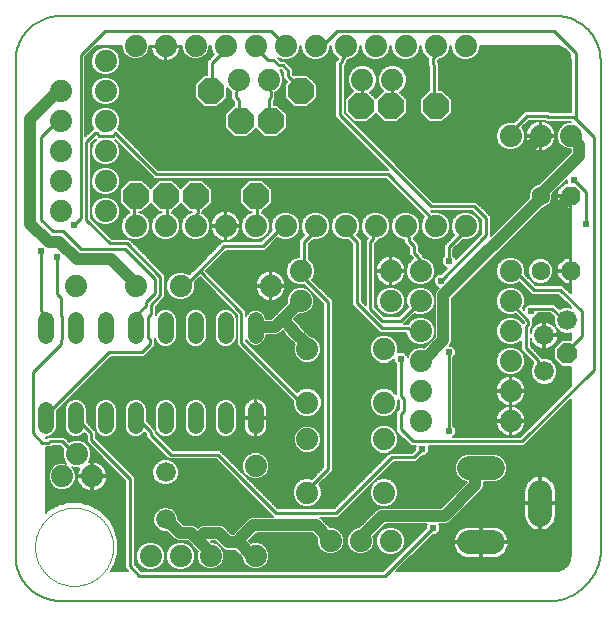
<source format=gtl>
G75*
%MOIN*%
%OFA0B0*%
%FSLAX25Y25*%
%IPPOS*%
%LPD*%
%AMOC8*
5,1,8,0,0,1.08239X$1,22.5*
%
%ADD10C,0.00600*%
%ADD11C,0.00000*%
%ADD12C,0.06300*%
%ADD13OC8,0.06300*%
%ADD14C,0.07400*%
%ADD15C,0.07874*%
%ADD16C,0.06600*%
%ADD17OC8,0.06600*%
%ADD18C,0.05200*%
%ADD19OC8,0.08500*%
%ADD20C,0.04000*%
%ADD21C,0.02578*%
%ADD22C,0.03937*%
%ADD23C,0.00984*%
%ADD24C,0.02400*%
D10*
X0078333Y0044883D02*
X0078333Y0209883D01*
X0078337Y0210245D01*
X0078351Y0210608D01*
X0078372Y0210970D01*
X0078403Y0211331D01*
X0078442Y0211691D01*
X0078490Y0212050D01*
X0078547Y0212408D01*
X0078612Y0212765D01*
X0078686Y0213120D01*
X0078769Y0213473D01*
X0078860Y0213824D01*
X0078959Y0214172D01*
X0079067Y0214518D01*
X0079183Y0214862D01*
X0079308Y0215202D01*
X0079440Y0215539D01*
X0079581Y0215873D01*
X0079730Y0216204D01*
X0079887Y0216531D01*
X0080051Y0216854D01*
X0080223Y0217173D01*
X0080403Y0217487D01*
X0080591Y0217798D01*
X0080786Y0218103D01*
X0080988Y0218404D01*
X0081198Y0218700D01*
X0081414Y0218990D01*
X0081638Y0219276D01*
X0081868Y0219556D01*
X0082105Y0219830D01*
X0082349Y0220098D01*
X0082599Y0220361D01*
X0082855Y0220617D01*
X0083118Y0220867D01*
X0083386Y0221111D01*
X0083660Y0221348D01*
X0083940Y0221578D01*
X0084226Y0221802D01*
X0084516Y0222018D01*
X0084812Y0222228D01*
X0085113Y0222430D01*
X0085418Y0222625D01*
X0085729Y0222813D01*
X0086043Y0222993D01*
X0086362Y0223165D01*
X0086685Y0223329D01*
X0087012Y0223486D01*
X0087343Y0223635D01*
X0087677Y0223776D01*
X0088014Y0223908D01*
X0088354Y0224033D01*
X0088698Y0224149D01*
X0089044Y0224257D01*
X0089392Y0224356D01*
X0089743Y0224447D01*
X0090096Y0224530D01*
X0090451Y0224604D01*
X0090808Y0224669D01*
X0091166Y0224726D01*
X0091525Y0224774D01*
X0091885Y0224813D01*
X0092246Y0224844D01*
X0092608Y0224865D01*
X0092971Y0224879D01*
X0093333Y0224883D01*
X0258333Y0224883D01*
X0258333Y0214883D02*
X0259202Y0214807D01*
X0260043Y0214582D01*
X0260833Y0214213D01*
X0261547Y0213714D01*
X0262164Y0213097D01*
X0262663Y0212383D01*
X0263032Y0211593D01*
X0263257Y0210752D01*
X0263333Y0209883D01*
X0263333Y0192683D01*
X0256596Y0192683D01*
X0256153Y0193126D01*
X0248201Y0193126D01*
X0244611Y0189536D01*
X0244286Y0189671D01*
X0242381Y0189671D01*
X0240621Y0188942D01*
X0239275Y0187595D01*
X0238546Y0185836D01*
X0238546Y0183931D01*
X0239275Y0182171D01*
X0240621Y0180825D01*
X0242381Y0180096D01*
X0244286Y0180096D01*
X0246045Y0180825D01*
X0247392Y0182171D01*
X0248121Y0183931D01*
X0248121Y0185836D01*
X0247392Y0187595D01*
X0247265Y0187723D01*
X0249509Y0189967D01*
X0254844Y0189967D01*
X0255287Y0189524D01*
X0263333Y0189524D01*
X0263333Y0189383D01*
X0262438Y0189383D01*
X0260784Y0188698D01*
X0259518Y0187432D01*
X0258833Y0185778D01*
X0258833Y0183988D01*
X0259518Y0182334D01*
X0260784Y0181068D01*
X0262438Y0180383D01*
X0263333Y0180383D01*
X0263333Y0179379D01*
X0252787Y0168833D01*
X0252548Y0168833D01*
X0251096Y0168232D01*
X0249985Y0167121D01*
X0249383Y0165669D01*
X0249383Y0164101D01*
X0236704Y0151421D01*
X0236704Y0158097D01*
X0235779Y0159022D01*
X0231793Y0163008D01*
X0217619Y0163008D01*
X0187984Y0192644D01*
X0187984Y0208166D01*
X0188870Y0209052D01*
X0188870Y0209938D01*
X0189028Y0210096D01*
X0189286Y0210096D01*
X0191045Y0210825D01*
X0192392Y0212171D01*
X0193121Y0213931D01*
X0193121Y0214883D01*
X0193546Y0214883D01*
X0193546Y0213931D01*
X0194275Y0212171D01*
X0195621Y0210825D01*
X0197381Y0210096D01*
X0199286Y0210096D01*
X0201045Y0210825D01*
X0202392Y0212171D01*
X0203121Y0213931D01*
X0203121Y0214883D01*
X0203546Y0214883D01*
X0203546Y0213931D01*
X0204275Y0212171D01*
X0205621Y0210825D01*
X0207381Y0210096D01*
X0209286Y0210096D01*
X0211045Y0210825D01*
X0212392Y0212171D01*
X0213121Y0213931D01*
X0213121Y0214883D01*
X0213546Y0214883D01*
X0213546Y0213931D01*
X0214275Y0212171D01*
X0215621Y0210825D01*
X0215829Y0210739D01*
X0215829Y0208166D01*
X0216272Y0207723D01*
X0216272Y0200221D01*
X0216123Y0200221D01*
X0212996Y0197094D01*
X0212996Y0192673D01*
X0216123Y0189546D01*
X0220544Y0189546D01*
X0223671Y0192673D01*
X0223671Y0197094D01*
X0220544Y0200221D01*
X0219431Y0200221D01*
X0219431Y0209032D01*
X0218988Y0209475D01*
X0218988Y0209938D01*
X0219146Y0210096D01*
X0219286Y0210096D01*
X0221045Y0210825D01*
X0222392Y0212171D01*
X0223121Y0213931D01*
X0223121Y0214883D01*
X0223546Y0214883D01*
X0223546Y0213931D01*
X0224275Y0212171D01*
X0225621Y0210825D01*
X0227381Y0210096D01*
X0229286Y0210096D01*
X0231045Y0210825D01*
X0232392Y0212171D01*
X0233121Y0213931D01*
X0233121Y0214883D01*
X0258333Y0214883D01*
X0259019Y0214823D02*
X0233121Y0214823D01*
X0233121Y0214225D02*
X0260809Y0214225D01*
X0261635Y0213626D02*
X0232994Y0213626D01*
X0232747Y0213028D02*
X0262212Y0213028D01*
X0262631Y0212429D02*
X0232499Y0212429D01*
X0232051Y0211831D02*
X0262921Y0211831D01*
X0263129Y0211232D02*
X0231453Y0211232D01*
X0230584Y0210634D02*
X0263268Y0210634D01*
X0263320Y0210035D02*
X0219085Y0210035D01*
X0219026Y0209437D02*
X0263333Y0209437D01*
X0263333Y0208838D02*
X0219431Y0208838D01*
X0219431Y0208240D02*
X0263333Y0208240D01*
X0263333Y0207641D02*
X0219431Y0207641D01*
X0219431Y0207043D02*
X0263333Y0207043D01*
X0263333Y0206444D02*
X0219431Y0206444D01*
X0219431Y0205846D02*
X0263333Y0205846D01*
X0263333Y0205247D02*
X0219431Y0205247D01*
X0219431Y0204649D02*
X0263333Y0204649D01*
X0263333Y0204050D02*
X0219431Y0204050D01*
X0219431Y0203452D02*
X0263333Y0203452D01*
X0263333Y0202853D02*
X0219431Y0202853D01*
X0219431Y0202255D02*
X0263333Y0202255D01*
X0263333Y0201656D02*
X0219431Y0201656D01*
X0219431Y0201058D02*
X0263333Y0201058D01*
X0263333Y0200459D02*
X0219431Y0200459D01*
X0220904Y0199861D02*
X0263333Y0199861D01*
X0263333Y0199262D02*
X0221503Y0199262D01*
X0222101Y0198664D02*
X0263333Y0198664D01*
X0263333Y0198065D02*
X0222700Y0198065D01*
X0223298Y0197466D02*
X0263333Y0197466D01*
X0263333Y0196868D02*
X0223671Y0196868D01*
X0223671Y0196269D02*
X0263333Y0196269D01*
X0263333Y0195671D02*
X0223671Y0195671D01*
X0223671Y0195072D02*
X0263333Y0195072D01*
X0263333Y0194474D02*
X0223671Y0194474D01*
X0223671Y0193875D02*
X0263333Y0193875D01*
X0263333Y0193277D02*
X0223671Y0193277D01*
X0223671Y0192678D02*
X0247753Y0192678D01*
X0247154Y0192080D02*
X0223078Y0192080D01*
X0222480Y0191481D02*
X0246556Y0191481D01*
X0245957Y0190883D02*
X0221881Y0190883D01*
X0221283Y0190284D02*
X0245359Y0190284D01*
X0244760Y0189686D02*
X0220684Y0189686D01*
X0215983Y0189686D02*
X0205684Y0189686D01*
X0205544Y0189546D02*
X0208671Y0192673D01*
X0208671Y0197094D01*
X0206331Y0199434D01*
X0206670Y0199575D01*
X0208017Y0200921D01*
X0208746Y0202681D01*
X0208746Y0204586D01*
X0208017Y0206345D01*
X0206670Y0207692D01*
X0204911Y0208421D01*
X0203006Y0208421D01*
X0201246Y0207692D01*
X0199900Y0206345D01*
X0199171Y0204586D01*
X0199171Y0202681D01*
X0199900Y0200921D01*
X0200862Y0199960D01*
X0198333Y0197432D01*
X0196331Y0199434D01*
X0196670Y0199575D01*
X0198017Y0200921D01*
X0198746Y0202681D01*
X0198746Y0204586D01*
X0198017Y0206345D01*
X0196670Y0207692D01*
X0194911Y0208421D01*
X0193006Y0208421D01*
X0191246Y0207692D01*
X0189900Y0206345D01*
X0189171Y0204586D01*
X0189171Y0202681D01*
X0189900Y0200921D01*
X0190862Y0199960D01*
X0187996Y0197094D01*
X0187996Y0192673D01*
X0191123Y0189546D01*
X0195544Y0189546D01*
X0198333Y0192335D01*
X0201123Y0189546D01*
X0205544Y0189546D01*
X0206283Y0190284D02*
X0215384Y0190284D01*
X0214786Y0190883D02*
X0206881Y0190883D01*
X0207480Y0191481D02*
X0214187Y0191481D01*
X0213589Y0192080D02*
X0208078Y0192080D01*
X0208671Y0192678D02*
X0212996Y0192678D01*
X0212996Y0193277D02*
X0208671Y0193277D01*
X0208671Y0193875D02*
X0212996Y0193875D01*
X0212996Y0194474D02*
X0208671Y0194474D01*
X0208671Y0195072D02*
X0212996Y0195072D01*
X0212996Y0195671D02*
X0208671Y0195671D01*
X0208671Y0196269D02*
X0212996Y0196269D01*
X0212996Y0196868D02*
X0208671Y0196868D01*
X0208298Y0197466D02*
X0213368Y0197466D01*
X0213967Y0198065D02*
X0207700Y0198065D01*
X0207101Y0198664D02*
X0214565Y0198664D01*
X0215164Y0199262D02*
X0206503Y0199262D01*
X0206956Y0199861D02*
X0215762Y0199861D01*
X0216272Y0200459D02*
X0207554Y0200459D01*
X0208073Y0201058D02*
X0216272Y0201058D01*
X0216272Y0201656D02*
X0208321Y0201656D01*
X0208569Y0202255D02*
X0216272Y0202255D01*
X0216272Y0202853D02*
X0208746Y0202853D01*
X0208746Y0203452D02*
X0216272Y0203452D01*
X0216272Y0204050D02*
X0208746Y0204050D01*
X0208720Y0204649D02*
X0216272Y0204649D01*
X0216272Y0205247D02*
X0208472Y0205247D01*
X0208224Y0205846D02*
X0216272Y0205846D01*
X0216272Y0206444D02*
X0207918Y0206444D01*
X0207319Y0207043D02*
X0216272Y0207043D01*
X0216272Y0207641D02*
X0206721Y0207641D01*
X0205348Y0208240D02*
X0215829Y0208240D01*
X0215829Y0208838D02*
X0188656Y0208838D01*
X0188870Y0209437D02*
X0215829Y0209437D01*
X0215829Y0210035D02*
X0188967Y0210035D01*
X0190584Y0210634D02*
X0196083Y0210634D01*
X0195214Y0211232D02*
X0191453Y0211232D01*
X0192051Y0211831D02*
X0194615Y0211831D01*
X0194168Y0212429D02*
X0192499Y0212429D01*
X0192747Y0213028D02*
X0193920Y0213028D01*
X0193672Y0213626D02*
X0192994Y0213626D01*
X0193121Y0214225D02*
X0193546Y0214225D01*
X0193546Y0214823D02*
X0193121Y0214823D01*
X0192569Y0208240D02*
X0188057Y0208240D01*
X0187984Y0207641D02*
X0191196Y0207641D01*
X0190597Y0207043D02*
X0187984Y0207043D01*
X0187984Y0206444D02*
X0189999Y0206444D01*
X0189693Y0205846D02*
X0187984Y0205846D01*
X0187984Y0205247D02*
X0189445Y0205247D01*
X0189197Y0204649D02*
X0187984Y0204649D01*
X0187984Y0204050D02*
X0189171Y0204050D01*
X0189171Y0203452D02*
X0187984Y0203452D01*
X0187984Y0202853D02*
X0189171Y0202853D01*
X0189348Y0202255D02*
X0187984Y0202255D01*
X0187984Y0201656D02*
X0189595Y0201656D01*
X0189843Y0201058D02*
X0187984Y0201058D01*
X0187984Y0200459D02*
X0190362Y0200459D01*
X0190762Y0199861D02*
X0187984Y0199861D01*
X0187984Y0199262D02*
X0190164Y0199262D01*
X0189565Y0198664D02*
X0187984Y0198664D01*
X0187984Y0198065D02*
X0188967Y0198065D01*
X0188368Y0197466D02*
X0187984Y0197466D01*
X0187984Y0196868D02*
X0187996Y0196868D01*
X0187984Y0196269D02*
X0187996Y0196269D01*
X0187984Y0195671D02*
X0187996Y0195671D01*
X0187984Y0195072D02*
X0187996Y0195072D01*
X0187984Y0194474D02*
X0187996Y0194474D01*
X0187984Y0193875D02*
X0187996Y0193875D01*
X0187984Y0193277D02*
X0187996Y0193277D01*
X0187984Y0192678D02*
X0187996Y0192678D01*
X0188548Y0192080D02*
X0188589Y0192080D01*
X0189146Y0191481D02*
X0189187Y0191481D01*
X0189745Y0190883D02*
X0189786Y0190883D01*
X0190343Y0190284D02*
X0190384Y0190284D01*
X0190942Y0189686D02*
X0190983Y0189686D01*
X0191540Y0189087D02*
X0240973Y0189087D01*
X0240168Y0188489D02*
X0192139Y0188489D01*
X0192737Y0187890D02*
X0239570Y0187890D01*
X0239149Y0187292D02*
X0193336Y0187292D01*
X0193934Y0186693D02*
X0238901Y0186693D01*
X0238653Y0186095D02*
X0194533Y0186095D01*
X0195131Y0185496D02*
X0238546Y0185496D01*
X0238546Y0184898D02*
X0195730Y0184898D01*
X0196328Y0184299D02*
X0238546Y0184299D01*
X0238641Y0183701D02*
X0196927Y0183701D01*
X0197525Y0183102D02*
X0238889Y0183102D01*
X0239137Y0182504D02*
X0198124Y0182504D01*
X0198722Y0181905D02*
X0239541Y0181905D01*
X0240140Y0181307D02*
X0199321Y0181307D01*
X0199919Y0180708D02*
X0240903Y0180708D01*
X0242348Y0180110D02*
X0200518Y0180110D01*
X0201116Y0179511D02*
X0263333Y0179511D01*
X0263333Y0180110D02*
X0254822Y0180110D01*
X0254504Y0180006D02*
X0255253Y0180250D01*
X0255954Y0180607D01*
X0256591Y0181070D01*
X0257147Y0181626D01*
X0257610Y0182263D01*
X0257967Y0182964D01*
X0258210Y0183712D01*
X0258333Y0184490D01*
X0258333Y0184583D01*
X0253633Y0184583D01*
X0253633Y0179883D01*
X0253727Y0179883D01*
X0254504Y0180006D01*
X0253633Y0180110D02*
X0253033Y0180110D01*
X0253033Y0179883D02*
X0253033Y0184583D01*
X0248333Y0184583D01*
X0248333Y0184490D01*
X0248456Y0183712D01*
X0248700Y0182964D01*
X0249057Y0182263D01*
X0249520Y0181626D01*
X0250076Y0181070D01*
X0250713Y0180607D01*
X0251414Y0180250D01*
X0252162Y0180006D01*
X0252940Y0179883D01*
X0253033Y0179883D01*
X0253033Y0180708D02*
X0253633Y0180708D01*
X0253633Y0181307D02*
X0253033Y0181307D01*
X0253033Y0181905D02*
X0253633Y0181905D01*
X0253633Y0182504D02*
X0253033Y0182504D01*
X0253033Y0183102D02*
X0253633Y0183102D01*
X0253633Y0183701D02*
X0253033Y0183701D01*
X0253033Y0184299D02*
X0253633Y0184299D01*
X0253633Y0184583D02*
X0253033Y0184583D01*
X0253033Y0185183D01*
X0248333Y0185183D01*
X0248333Y0185277D01*
X0248456Y0186054D01*
X0248700Y0186803D01*
X0249057Y0187504D01*
X0249520Y0188141D01*
X0250076Y0188697D01*
X0250713Y0189160D01*
X0251414Y0189517D01*
X0252162Y0189760D01*
X0252940Y0189883D01*
X0253033Y0189883D01*
X0253033Y0185183D01*
X0253633Y0185183D01*
X0253633Y0189883D01*
X0253727Y0189883D01*
X0254504Y0189760D01*
X0255253Y0189517D01*
X0255954Y0189160D01*
X0256591Y0188697D01*
X0257147Y0188141D01*
X0257610Y0187504D01*
X0257967Y0186803D01*
X0258210Y0186054D01*
X0258333Y0185277D01*
X0258333Y0185183D01*
X0253633Y0185183D01*
X0253633Y0184583D01*
X0253633Y0184898D02*
X0258833Y0184898D01*
X0258833Y0185496D02*
X0258299Y0185496D01*
X0258197Y0186095D02*
X0258964Y0186095D01*
X0259212Y0186693D02*
X0258003Y0186693D01*
X0257718Y0187292D02*
X0259460Y0187292D01*
X0259976Y0187890D02*
X0257329Y0187890D01*
X0256799Y0188489D02*
X0260575Y0188489D01*
X0261724Y0189087D02*
X0256054Y0189087D01*
X0255126Y0189686D02*
X0254733Y0189686D01*
X0253633Y0189686D02*
X0253033Y0189686D01*
X0253033Y0189087D02*
X0253633Y0189087D01*
X0253633Y0188489D02*
X0253033Y0188489D01*
X0253033Y0187890D02*
X0253633Y0187890D01*
X0253633Y0187292D02*
X0253033Y0187292D01*
X0253033Y0186693D02*
X0253633Y0186693D01*
X0253633Y0186095D02*
X0253033Y0186095D01*
X0253033Y0185496D02*
X0253633Y0185496D01*
X0253033Y0184898D02*
X0248121Y0184898D01*
X0248121Y0185496D02*
X0248368Y0185496D01*
X0248470Y0186095D02*
X0248013Y0186095D01*
X0247765Y0186693D02*
X0248664Y0186693D01*
X0248949Y0187292D02*
X0247518Y0187292D01*
X0247432Y0187890D02*
X0249338Y0187890D01*
X0249868Y0188489D02*
X0248031Y0188489D01*
X0248629Y0189087D02*
X0250613Y0189087D01*
X0251934Y0189686D02*
X0249228Y0189686D01*
X0248364Y0184299D02*
X0248121Y0184299D01*
X0248025Y0183701D02*
X0248460Y0183701D01*
X0248655Y0183102D02*
X0247777Y0183102D01*
X0247529Y0182504D02*
X0248934Y0182504D01*
X0249317Y0181905D02*
X0247126Y0181905D01*
X0246527Y0181307D02*
X0249839Y0181307D01*
X0250573Y0180708D02*
X0245764Y0180708D01*
X0244319Y0180110D02*
X0251845Y0180110D01*
X0256093Y0180708D02*
X0261654Y0180708D01*
X0260546Y0181307D02*
X0256828Y0181307D01*
X0257350Y0181905D02*
X0259947Y0181905D01*
X0259448Y0182504D02*
X0257732Y0182504D01*
X0258012Y0183102D02*
X0259200Y0183102D01*
X0258952Y0183701D02*
X0258206Y0183701D01*
X0258303Y0184299D02*
X0258833Y0184299D01*
X0262867Y0178913D02*
X0201715Y0178913D01*
X0202313Y0178314D02*
X0262268Y0178314D01*
X0261670Y0177716D02*
X0202912Y0177716D01*
X0203510Y0177117D02*
X0261071Y0177117D01*
X0260473Y0176519D02*
X0204109Y0176519D01*
X0204708Y0175920D02*
X0259874Y0175920D01*
X0259276Y0175322D02*
X0205306Y0175322D01*
X0205905Y0174723D02*
X0258677Y0174723D01*
X0258079Y0174125D02*
X0206503Y0174125D01*
X0207102Y0173526D02*
X0257480Y0173526D01*
X0256882Y0172928D02*
X0207700Y0172928D01*
X0208299Y0172329D02*
X0256283Y0172329D01*
X0255685Y0171731D02*
X0208897Y0171731D01*
X0209496Y0171132D02*
X0255086Y0171132D01*
X0254488Y0170533D02*
X0210094Y0170533D01*
X0210693Y0169935D02*
X0253889Y0169935D01*
X0253291Y0169336D02*
X0211291Y0169336D01*
X0211890Y0168738D02*
X0252317Y0168738D01*
X0251003Y0168139D02*
X0212488Y0168139D01*
X0213087Y0167541D02*
X0250405Y0167541D01*
X0249911Y0166942D02*
X0213685Y0166942D01*
X0214284Y0166344D02*
X0249663Y0166344D01*
X0249415Y0165745D02*
X0214882Y0165745D01*
X0215481Y0165147D02*
X0249383Y0165147D01*
X0249383Y0164548D02*
X0216079Y0164548D01*
X0216678Y0163950D02*
X0249233Y0163950D01*
X0248634Y0163351D02*
X0217276Y0163351D01*
X0216792Y0159849D02*
X0230484Y0159849D01*
X0233545Y0156788D01*
X0233545Y0152339D01*
X0225010Y0143804D01*
X0225010Y0144217D01*
X0224303Y0144924D01*
X0224303Y0147044D01*
X0227362Y0150104D01*
X0227381Y0150096D01*
X0229286Y0150096D01*
X0231045Y0150825D01*
X0232392Y0152171D01*
X0233121Y0153931D01*
X0233121Y0155836D01*
X0232392Y0157595D01*
X0231045Y0158942D01*
X0229286Y0159671D01*
X0227381Y0159671D01*
X0225621Y0158942D01*
X0224275Y0157595D01*
X0223546Y0155836D01*
X0223546Y0153931D01*
X0224275Y0152171D01*
X0224619Y0151828D01*
X0221144Y0148353D01*
X0221144Y0144924D01*
X0220436Y0144217D01*
X0220436Y0142322D01*
X0221776Y0140982D01*
X0222188Y0140982D01*
X0220119Y0138913D01*
X0219118Y0138913D01*
X0217778Y0137573D01*
X0217778Y0135678D01*
X0219118Y0134338D01*
X0219621Y0134338D01*
X0219383Y0134100D01*
X0218604Y0133322D01*
X0218183Y0132304D01*
X0218183Y0117841D01*
X0214580Y0114238D01*
X0214228Y0114383D01*
X0212438Y0114383D01*
X0210784Y0113698D01*
X0209518Y0112432D01*
X0209066Y0111339D01*
X0209066Y0111441D01*
X0207726Y0112781D01*
X0205900Y0112781D01*
X0205921Y0112831D01*
X0205921Y0114736D01*
X0205192Y0116495D01*
X0203845Y0117842D01*
X0202086Y0118571D01*
X0200181Y0118571D01*
X0198421Y0117842D01*
X0197075Y0116495D01*
X0196346Y0114736D01*
X0196346Y0112831D01*
X0197075Y0111071D01*
X0198421Y0109725D01*
X0200181Y0108996D01*
X0202086Y0108996D01*
X0203845Y0109725D01*
X0204491Y0110370D01*
X0204491Y0109546D01*
X0205199Y0108838D01*
X0205199Y0098679D01*
X0205192Y0098695D01*
X0203845Y0100042D01*
X0202086Y0100771D01*
X0200181Y0100771D01*
X0198421Y0100042D01*
X0197075Y0098695D01*
X0196346Y0096936D01*
X0196346Y0095031D01*
X0197075Y0093271D01*
X0198421Y0091925D01*
X0200181Y0091196D01*
X0202086Y0091196D01*
X0203845Y0091925D01*
X0205192Y0093271D01*
X0205921Y0095031D01*
X0205921Y0096716D01*
X0206085Y0096552D01*
X0206085Y0093874D01*
X0205199Y0092988D01*
X0205199Y0086479D01*
X0205192Y0086495D01*
X0203845Y0087842D01*
X0202086Y0088571D01*
X0200181Y0088571D01*
X0198421Y0087842D01*
X0197075Y0086495D01*
X0196346Y0084736D01*
X0196346Y0082831D01*
X0197075Y0081071D01*
X0198421Y0079725D01*
X0200181Y0078996D01*
X0202086Y0078996D01*
X0203845Y0079725D01*
X0205192Y0081071D01*
X0205921Y0082831D01*
X0205921Y0084736D01*
X0205279Y0086284D01*
X0209185Y0082379D01*
X0210110Y0081453D01*
X0211708Y0081453D01*
X0211577Y0081323D01*
X0211577Y0080322D01*
X0210553Y0079297D01*
X0203024Y0079297D01*
X0202098Y0078372D01*
X0184421Y0060695D01*
X0165799Y0060695D01*
X0146310Y0080183D01*
X0130808Y0080183D01*
X0125090Y0085902D01*
X0125090Y0086478D01*
X0125207Y0086195D01*
X0126245Y0085157D01*
X0127600Y0084596D01*
X0129067Y0084596D01*
X0130422Y0085157D01*
X0131459Y0086195D01*
X0132021Y0087550D01*
X0132021Y0094217D01*
X0131459Y0095572D01*
X0130422Y0096609D01*
X0129067Y0097171D01*
X0127600Y0097171D01*
X0126245Y0096609D01*
X0125207Y0095572D01*
X0124646Y0094217D01*
X0124646Y0087550D01*
X0124871Y0087007D01*
X0122021Y0089857D01*
X0122021Y0094217D01*
X0121459Y0095572D01*
X0120422Y0096609D01*
X0119067Y0097171D01*
X0117600Y0097171D01*
X0116245Y0096609D01*
X0115207Y0095572D01*
X0114646Y0094217D01*
X0114646Y0087550D01*
X0115207Y0086195D01*
X0116245Y0085157D01*
X0117600Y0084596D01*
X0119067Y0084596D01*
X0120422Y0085157D01*
X0121337Y0086073D01*
X0121931Y0085479D01*
X0121931Y0084593D01*
X0128575Y0077950D01*
X0128575Y0077950D01*
X0129500Y0077024D01*
X0145002Y0077024D01*
X0163565Y0058461D01*
X0164128Y0057898D01*
X0157064Y0057898D01*
X0156047Y0057476D01*
X0151740Y0053170D01*
X0151399Y0052874D01*
X0151353Y0052783D01*
X0151282Y0052711D01*
X0151108Y0052293D01*
X0151032Y0052140D01*
X0150346Y0052140D01*
X0148446Y0054040D01*
X0147667Y0054819D01*
X0146650Y0055240D01*
X0140676Y0055240D01*
X0139659Y0054819D01*
X0139012Y0054173D01*
X0138366Y0054819D01*
X0137349Y0055240D01*
X0134401Y0055240D01*
X0132433Y0057208D01*
X0132433Y0057825D01*
X0131809Y0059332D01*
X0130656Y0060485D01*
X0129149Y0061109D01*
X0127518Y0061109D01*
X0126011Y0060485D01*
X0124858Y0059332D01*
X0124233Y0057825D01*
X0124233Y0056194D01*
X0124858Y0054687D01*
X0126011Y0053534D01*
X0127518Y0052909D01*
X0128902Y0052909D01*
X0130908Y0050904D01*
X0131686Y0050125D01*
X0132704Y0049703D01*
X0135651Y0049703D01*
X0136665Y0048689D01*
X0137444Y0047910D01*
X0139051Y0046304D01*
X0138833Y0045778D01*
X0138833Y0043988D01*
X0139518Y0042334D01*
X0140784Y0041068D01*
X0142438Y0040383D01*
X0144228Y0040383D01*
X0145882Y0041068D01*
X0147148Y0042334D01*
X0147833Y0043988D01*
X0147833Y0045778D01*
X0147148Y0047432D01*
X0145882Y0048698D01*
X0144228Y0049383D01*
X0143802Y0049383D01*
X0143482Y0049703D01*
X0144952Y0049703D01*
X0147631Y0047024D01*
X0148649Y0046603D01*
X0151596Y0046603D01*
X0153833Y0044366D01*
X0153833Y0043988D01*
X0154518Y0042334D01*
X0155784Y0041068D01*
X0157438Y0040383D01*
X0159228Y0040383D01*
X0160882Y0041068D01*
X0162148Y0042334D01*
X0162833Y0043988D01*
X0162833Y0045778D01*
X0162148Y0047432D01*
X0160882Y0048698D01*
X0159228Y0049383D01*
X0157438Y0049383D01*
X0156878Y0049151D01*
X0156215Y0049814D01*
X0158762Y0052361D01*
X0177285Y0052361D01*
X0178843Y0050803D01*
X0178833Y0050778D01*
X0178833Y0048988D01*
X0179518Y0047334D01*
X0180784Y0046068D01*
X0182438Y0045383D01*
X0184228Y0045383D01*
X0185882Y0046068D01*
X0187148Y0047334D01*
X0187833Y0048988D01*
X0187833Y0050778D01*
X0187148Y0052432D01*
X0185882Y0053698D01*
X0184228Y0054383D01*
X0183093Y0054383D01*
X0180779Y0056698D01*
X0180000Y0057476D01*
X0179856Y0057536D01*
X0185730Y0057536D01*
X0204332Y0076138D01*
X0211862Y0076138D01*
X0213811Y0078088D01*
X0214812Y0078088D01*
X0216152Y0079428D01*
X0216152Y0081323D01*
X0216022Y0081453D01*
X0247738Y0081453D01*
X0263333Y0097049D01*
X0263333Y0044883D01*
X0263257Y0044015D01*
X0263032Y0043173D01*
X0262663Y0042383D01*
X0262164Y0041669D01*
X0261547Y0041053D01*
X0260833Y0040553D01*
X0260043Y0040185D01*
X0259202Y0039959D01*
X0258333Y0039883D01*
X0205282Y0039883D01*
X0217355Y0051956D01*
X0218356Y0051956D01*
X0219696Y0053296D01*
X0219696Y0055191D01*
X0219425Y0055461D01*
X0221945Y0055461D01*
X0222963Y0055883D01*
X0233150Y0066070D01*
X0233928Y0066849D01*
X0234350Y0067866D01*
X0234350Y0069477D01*
X0238370Y0069477D01*
X0240111Y0070198D01*
X0241444Y0071531D01*
X0242165Y0073272D01*
X0242165Y0075156D01*
X0241444Y0076897D01*
X0240111Y0078230D01*
X0238370Y0078951D01*
X0228612Y0078951D01*
X0226870Y0078230D01*
X0225538Y0076897D01*
X0224817Y0075156D01*
X0224817Y0073272D01*
X0225538Y0071531D01*
X0226870Y0070198D01*
X0228612Y0069477D01*
X0228726Y0069477D01*
X0220248Y0060998D01*
X0200027Y0060998D01*
X0199009Y0060577D01*
X0198230Y0059798D01*
X0192816Y0054383D01*
X0192438Y0054383D01*
X0190784Y0053698D01*
X0189518Y0052432D01*
X0188833Y0050778D01*
X0188833Y0048988D01*
X0189518Y0047334D01*
X0190784Y0046068D01*
X0192438Y0045383D01*
X0194228Y0045383D01*
X0195882Y0046068D01*
X0197148Y0047334D01*
X0197833Y0048988D01*
X0197833Y0050778D01*
X0197601Y0051338D01*
X0201724Y0055461D01*
X0215391Y0055461D01*
X0215121Y0055191D01*
X0215121Y0054190D01*
X0200814Y0039883D01*
X0120173Y0039883D01*
X0118003Y0042053D01*
X0118003Y0071286D01*
X0117078Y0072211D01*
X0105159Y0084130D01*
X0105159Y0086311D01*
X0105207Y0086195D01*
X0106245Y0085157D01*
X0107600Y0084596D01*
X0109067Y0084596D01*
X0110422Y0085157D01*
X0111459Y0086195D01*
X0112021Y0087550D01*
X0112021Y0094217D01*
X0111459Y0095572D01*
X0110422Y0096609D01*
X0109067Y0097171D01*
X0107600Y0097171D01*
X0106245Y0096609D01*
X0105207Y0095572D01*
X0104646Y0094217D01*
X0104646Y0087550D01*
X0105135Y0086368D01*
X0104234Y0087270D01*
X0102021Y0089483D01*
X0102021Y0094217D01*
X0101459Y0095572D01*
X0100422Y0096609D01*
X0099067Y0097171D01*
X0097600Y0097171D01*
X0096245Y0096609D01*
X0095207Y0095572D01*
X0094646Y0094217D01*
X0094646Y0087550D01*
X0095207Y0086195D01*
X0096245Y0085157D01*
X0097600Y0084596D01*
X0099067Y0084596D01*
X0100422Y0085157D01*
X0101150Y0085886D01*
X0102000Y0085036D01*
X0102000Y0082822D01*
X0114844Y0069977D01*
X0114844Y0040745D01*
X0115706Y0039883D01*
X0110304Y0039883D01*
X0111625Y0042171D01*
X0112633Y0045935D01*
X0112633Y0049832D01*
X0111625Y0053596D01*
X0109676Y0056971D01*
X0106921Y0059726D01*
X0103546Y0061675D01*
X0099782Y0062683D01*
X0095885Y0062683D01*
X0092121Y0061675D01*
X0088746Y0059726D01*
X0088333Y0059314D01*
X0088333Y0081010D01*
X0090060Y0081010D01*
X0090503Y0081453D01*
X0093181Y0081453D01*
X0094266Y0080368D01*
X0094046Y0079836D01*
X0094046Y0077931D01*
X0094775Y0076171D01*
X0095299Y0075647D01*
X0094728Y0075883D01*
X0092938Y0075883D01*
X0091284Y0075198D01*
X0090018Y0073932D01*
X0089333Y0072278D01*
X0089333Y0070488D01*
X0090018Y0068834D01*
X0091284Y0067568D01*
X0092938Y0066883D01*
X0094728Y0066883D01*
X0096382Y0067568D01*
X0097648Y0068834D01*
X0098333Y0070488D01*
X0098333Y0072278D01*
X0097648Y0073932D01*
X0097204Y0074376D01*
X0097881Y0074096D01*
X0099624Y0074096D01*
X0099557Y0074004D01*
X0099200Y0073303D01*
X0098956Y0072554D01*
X0098833Y0071777D01*
X0098833Y0071683D01*
X0103533Y0071683D01*
X0103533Y0071083D01*
X0104133Y0071083D01*
X0104133Y0066383D01*
X0104227Y0066383D01*
X0105004Y0066506D01*
X0105753Y0066750D01*
X0106454Y0067107D01*
X0107091Y0067570D01*
X0107647Y0068126D01*
X0108110Y0068763D01*
X0108467Y0069464D01*
X0108710Y0070212D01*
X0108833Y0070990D01*
X0108833Y0071083D01*
X0104133Y0071083D01*
X0104133Y0071683D01*
X0103533Y0071683D01*
X0103533Y0076383D01*
X0103440Y0076383D01*
X0102947Y0076305D01*
X0103621Y0077931D01*
X0103621Y0079836D01*
X0102892Y0081595D01*
X0101545Y0082942D01*
X0099786Y0083671D01*
X0097881Y0083671D01*
X0096149Y0082953D01*
X0095415Y0083687D01*
X0094490Y0084612D01*
X0089195Y0084612D01*
X0088752Y0084170D01*
X0088333Y0084170D01*
X0088333Y0084596D01*
X0089067Y0084596D01*
X0090422Y0085157D01*
X0091459Y0086195D01*
X0092021Y0087550D01*
X0092021Y0093158D01*
X0109992Y0111129D01*
X0121064Y0111129D01*
X0123722Y0113786D01*
X0124647Y0114711D01*
X0124647Y0117547D01*
X0125207Y0116195D01*
X0126245Y0115157D01*
X0127600Y0114596D01*
X0129067Y0114596D01*
X0130422Y0115157D01*
X0131459Y0116195D01*
X0132021Y0117550D01*
X0132021Y0124217D01*
X0131459Y0125572D01*
X0130422Y0126609D01*
X0129067Y0127171D01*
X0127600Y0127171D01*
X0126245Y0126609D01*
X0125207Y0125572D01*
X0125090Y0125289D01*
X0125090Y0127999D01*
X0127265Y0130174D01*
X0128190Y0131099D01*
X0128190Y0138608D01*
X0117118Y0149681D01*
X0116223Y0150575D01*
X0117381Y0150096D01*
X0119286Y0150096D01*
X0121045Y0150825D01*
X0122392Y0152171D01*
X0123121Y0153931D01*
X0123121Y0155836D01*
X0122392Y0157595D01*
X0121045Y0158942D01*
X0119587Y0159546D01*
X0120544Y0159546D01*
X0123333Y0162335D01*
X0126123Y0159546D01*
X0127080Y0159546D01*
X0125621Y0158942D01*
X0124275Y0157595D01*
X0123546Y0155836D01*
X0123546Y0153931D01*
X0124275Y0152171D01*
X0125621Y0150825D01*
X0127381Y0150096D01*
X0129286Y0150096D01*
X0131045Y0150825D01*
X0132392Y0152171D01*
X0133121Y0153931D01*
X0133121Y0155836D01*
X0132392Y0157595D01*
X0131045Y0158942D01*
X0130405Y0159207D01*
X0130405Y0159546D01*
X0130544Y0159546D01*
X0133333Y0162335D01*
X0136123Y0159546D01*
X0137080Y0159546D01*
X0135621Y0158942D01*
X0134275Y0157595D01*
X0133546Y0155836D01*
X0133546Y0153931D01*
X0134275Y0152171D01*
X0135621Y0150825D01*
X0137381Y0150096D01*
X0139286Y0150096D01*
X0141045Y0150825D01*
X0142392Y0152171D01*
X0143121Y0153931D01*
X0143121Y0155836D01*
X0142392Y0157595D01*
X0141045Y0158942D01*
X0140592Y0159130D01*
X0140592Y0159594D01*
X0143671Y0162673D01*
X0143671Y0167094D01*
X0140544Y0170221D01*
X0136123Y0170221D01*
X0133333Y0167432D01*
X0130544Y0170221D01*
X0126123Y0170221D01*
X0123333Y0167432D01*
X0120544Y0170221D01*
X0116123Y0170221D01*
X0112996Y0167094D01*
X0112996Y0162673D01*
X0116123Y0159546D01*
X0116173Y0159546D01*
X0116173Y0159170D01*
X0115621Y0158942D01*
X0114275Y0157595D01*
X0113546Y0155836D01*
X0113546Y0153931D01*
X0114275Y0152171D01*
X0115621Y0150825D01*
X0116148Y0150607D01*
X0110434Y0150607D01*
X0103387Y0157654D01*
X0103387Y0182034D01*
X0105130Y0183777D01*
X0105293Y0183613D01*
X0104275Y0182595D01*
X0103546Y0180836D01*
X0103546Y0178931D01*
X0104275Y0177171D01*
X0105621Y0175825D01*
X0107381Y0175096D01*
X0109286Y0175096D01*
X0111045Y0175825D01*
X0112392Y0177171D01*
X0113121Y0178931D01*
X0113121Y0180836D01*
X0112392Y0182595D01*
X0111492Y0183495D01*
X0111552Y0183555D01*
X0123703Y0171404D01*
X0124628Y0170479D01*
X0201695Y0170479D01*
X0214427Y0157747D01*
X0214275Y0157595D01*
X0213546Y0155836D01*
X0213546Y0153931D01*
X0214275Y0152171D01*
X0215621Y0150825D01*
X0217381Y0150096D01*
X0219286Y0150096D01*
X0221045Y0150825D01*
X0222392Y0152171D01*
X0223121Y0153931D01*
X0223121Y0155836D01*
X0222392Y0157595D01*
X0221045Y0158942D01*
X0219286Y0159671D01*
X0217381Y0159671D01*
X0217091Y0159551D01*
X0216792Y0159849D01*
X0216881Y0159760D02*
X0230573Y0159760D01*
X0230514Y0159162D02*
X0231171Y0159162D01*
X0231424Y0158563D02*
X0231770Y0158563D01*
X0232022Y0157965D02*
X0232369Y0157965D01*
X0232487Y0157366D02*
X0232967Y0157366D01*
X0232735Y0156768D02*
X0233545Y0156768D01*
X0233545Y0156169D02*
X0232983Y0156169D01*
X0233121Y0155571D02*
X0233545Y0155571D01*
X0233545Y0154972D02*
X0233121Y0154972D01*
X0233121Y0154374D02*
X0233545Y0154374D01*
X0233545Y0153775D02*
X0233056Y0153775D01*
X0232808Y0153177D02*
X0233545Y0153177D01*
X0233545Y0152578D02*
X0232560Y0152578D01*
X0232200Y0151980D02*
X0233186Y0151980D01*
X0232588Y0151381D02*
X0231602Y0151381D01*
X0231989Y0150783D02*
X0230943Y0150783D01*
X0231390Y0150184D02*
X0229498Y0150184D01*
X0230193Y0148987D02*
X0226246Y0148987D01*
X0226844Y0149586D02*
X0230792Y0149586D01*
X0229595Y0148389D02*
X0225647Y0148389D01*
X0225049Y0147790D02*
X0228996Y0147790D01*
X0228398Y0147192D02*
X0224450Y0147192D01*
X0224303Y0146593D02*
X0227799Y0146593D01*
X0227201Y0145995D02*
X0224303Y0145995D01*
X0224303Y0145396D02*
X0226602Y0145396D01*
X0226004Y0144798D02*
X0224430Y0144798D01*
X0225010Y0144199D02*
X0225405Y0144199D01*
X0221144Y0145396D02*
X0213972Y0145396D01*
X0214116Y0145252D02*
X0212787Y0146581D01*
X0212787Y0148795D01*
X0211015Y0150567D01*
X0211015Y0150812D01*
X0211045Y0150825D01*
X0212392Y0152171D01*
X0213121Y0153931D01*
X0213121Y0155836D01*
X0212392Y0157595D01*
X0211045Y0158942D01*
X0209286Y0159671D01*
X0207381Y0159671D01*
X0205621Y0158942D01*
X0204275Y0157595D01*
X0203546Y0155836D01*
X0203546Y0153931D01*
X0204275Y0152171D01*
X0205621Y0150825D01*
X0207381Y0150096D01*
X0207856Y0150096D01*
X0207856Y0149259D01*
X0208781Y0148333D01*
X0209628Y0147487D01*
X0209628Y0145272D01*
X0210553Y0144347D01*
X0210860Y0144041D01*
X0210621Y0143942D01*
X0209275Y0142595D01*
X0208546Y0140836D01*
X0208546Y0138931D01*
X0209275Y0137171D01*
X0210621Y0135825D01*
X0212381Y0135096D01*
X0214286Y0135096D01*
X0216045Y0135825D01*
X0217392Y0137171D01*
X0218121Y0138931D01*
X0218121Y0140836D01*
X0217392Y0142595D01*
X0216045Y0143942D01*
X0214286Y0144671D01*
X0214254Y0144671D01*
X0214116Y0144809D01*
X0214116Y0145252D01*
X0214127Y0144798D02*
X0221017Y0144798D01*
X0220436Y0144199D02*
X0215424Y0144199D01*
X0216387Y0143600D02*
X0220436Y0143600D01*
X0220436Y0143002D02*
X0216985Y0143002D01*
X0217471Y0142403D02*
X0220436Y0142403D01*
X0220952Y0141805D02*
X0217719Y0141805D01*
X0217967Y0141206D02*
X0221551Y0141206D01*
X0221814Y0140608D02*
X0218121Y0140608D01*
X0218121Y0140009D02*
X0221216Y0140009D01*
X0220617Y0139411D02*
X0218121Y0139411D01*
X0218072Y0138812D02*
X0219018Y0138812D01*
X0218419Y0138214D02*
X0217824Y0138214D01*
X0217821Y0137615D02*
X0217576Y0137615D01*
X0217778Y0137017D02*
X0217237Y0137017D01*
X0217778Y0136418D02*
X0216639Y0136418D01*
X0216033Y0135820D02*
X0217778Y0135820D01*
X0218235Y0135221D02*
X0214588Y0135221D01*
X0214401Y0134623D02*
X0218833Y0134623D01*
X0219383Y0134100D02*
X0219383Y0134100D01*
X0219307Y0134024D02*
X0215846Y0134024D01*
X0216045Y0133942D02*
X0214286Y0134671D01*
X0212381Y0134671D01*
X0210621Y0133942D01*
X0209275Y0132595D01*
X0208546Y0130836D01*
X0208546Y0128931D01*
X0209012Y0127806D01*
X0206124Y0124918D01*
X0201232Y0124918D01*
X0198171Y0127979D01*
X0198171Y0148816D01*
X0199057Y0149702D01*
X0199057Y0150096D01*
X0199286Y0150096D01*
X0201045Y0150825D01*
X0202392Y0152171D01*
X0203121Y0153931D01*
X0203121Y0155836D01*
X0202392Y0157595D01*
X0201045Y0158942D01*
X0199286Y0159671D01*
X0197381Y0159671D01*
X0195621Y0158942D01*
X0194275Y0157595D01*
X0193546Y0155836D01*
X0193546Y0153931D01*
X0194275Y0152171D01*
X0195621Y0150825D01*
X0195686Y0150798D01*
X0195012Y0150124D01*
X0195012Y0128480D01*
X0193742Y0129750D01*
X0193742Y0150124D01*
X0192043Y0151823D01*
X0192392Y0152171D01*
X0193121Y0153931D01*
X0193121Y0155836D01*
X0192392Y0157595D01*
X0191045Y0158942D01*
X0189286Y0159671D01*
X0187381Y0159671D01*
X0185621Y0158942D01*
X0184275Y0157595D01*
X0183546Y0155836D01*
X0183546Y0153931D01*
X0184275Y0152171D01*
X0185621Y0150825D01*
X0187381Y0150096D01*
X0189286Y0150096D01*
X0189297Y0150101D01*
X0190583Y0148816D01*
X0190583Y0128442D01*
X0191508Y0127516D01*
X0199923Y0119101D01*
X0208546Y0119101D01*
X0208546Y0118931D01*
X0209275Y0117171D01*
X0210621Y0115825D01*
X0212381Y0115096D01*
X0214286Y0115096D01*
X0216045Y0115825D01*
X0217392Y0117171D01*
X0218121Y0118931D01*
X0218121Y0120836D01*
X0217392Y0122595D01*
X0216045Y0123942D01*
X0214286Y0124671D01*
X0212381Y0124671D01*
X0210621Y0123942D01*
X0209275Y0122595D01*
X0209136Y0122260D01*
X0207934Y0122260D01*
X0208358Y0122684D01*
X0211242Y0125568D01*
X0212381Y0125096D01*
X0214286Y0125096D01*
X0216045Y0125825D01*
X0217392Y0127171D01*
X0218121Y0128931D01*
X0218121Y0130836D01*
X0217392Y0132595D01*
X0216045Y0133942D01*
X0216561Y0133426D02*
X0218709Y0133426D01*
X0218400Y0132827D02*
X0217160Y0132827D01*
X0217544Y0132229D02*
X0218183Y0132229D01*
X0218183Y0131630D02*
X0217792Y0131630D01*
X0218039Y0131032D02*
X0218183Y0131032D01*
X0218183Y0130433D02*
X0218121Y0130433D01*
X0218121Y0129835D02*
X0218183Y0129835D01*
X0218183Y0129236D02*
X0218121Y0129236D01*
X0218183Y0128638D02*
X0217999Y0128638D01*
X0218183Y0128039D02*
X0217751Y0128039D01*
X0217503Y0127441D02*
X0218183Y0127441D01*
X0218183Y0126842D02*
X0217063Y0126842D01*
X0216464Y0126244D02*
X0218183Y0126244D01*
X0218183Y0125645D02*
X0215612Y0125645D01*
X0214823Y0124448D02*
X0218183Y0124448D01*
X0218183Y0123850D02*
X0216137Y0123850D01*
X0216736Y0123251D02*
X0218183Y0123251D01*
X0218183Y0122653D02*
X0217334Y0122653D01*
X0217616Y0122054D02*
X0218183Y0122054D01*
X0218183Y0121456D02*
X0217864Y0121456D01*
X0218112Y0120857D02*
X0218183Y0120857D01*
X0218183Y0120259D02*
X0218121Y0120259D01*
X0218121Y0119660D02*
X0218183Y0119660D01*
X0218183Y0119062D02*
X0218121Y0119062D01*
X0218183Y0118463D02*
X0217927Y0118463D01*
X0217679Y0117864D02*
X0218183Y0117864D01*
X0217608Y0117266D02*
X0217431Y0117266D01*
X0217009Y0116667D02*
X0216888Y0116667D01*
X0216411Y0116069D02*
X0216289Y0116069D01*
X0215812Y0115470D02*
X0215190Y0115470D01*
X0215214Y0114872D02*
X0205864Y0114872D01*
X0205921Y0114273D02*
X0212173Y0114273D01*
X0211477Y0115470D02*
X0205616Y0115470D01*
X0205368Y0116069D02*
X0210377Y0116069D01*
X0209779Y0116667D02*
X0205020Y0116667D01*
X0204421Y0117266D02*
X0209236Y0117266D01*
X0208988Y0117864D02*
X0203791Y0117864D01*
X0202346Y0118463D02*
X0208740Y0118463D01*
X0208546Y0119062D02*
X0183997Y0119062D01*
X0183997Y0119660D02*
X0199364Y0119660D01*
X0198766Y0120259D02*
X0183997Y0120259D01*
X0183997Y0120857D02*
X0198167Y0120857D01*
X0197569Y0121456D02*
X0183997Y0121456D01*
X0183997Y0122054D02*
X0196970Y0122054D01*
X0196372Y0122653D02*
X0183997Y0122653D01*
X0183997Y0123251D02*
X0195773Y0123251D01*
X0195175Y0123850D02*
X0183997Y0123850D01*
X0183997Y0124448D02*
X0194576Y0124448D01*
X0193978Y0125047D02*
X0183997Y0125047D01*
X0183997Y0125645D02*
X0193379Y0125645D01*
X0192781Y0126244D02*
X0183997Y0126244D01*
X0183997Y0126842D02*
X0192182Y0126842D01*
X0191584Y0127441D02*
X0183997Y0127441D01*
X0183997Y0128039D02*
X0190985Y0128039D01*
X0190583Y0128638D02*
X0183997Y0128638D01*
X0183997Y0129236D02*
X0190583Y0129236D01*
X0190583Y0129835D02*
X0183997Y0129835D01*
X0183997Y0130193D02*
X0177205Y0136985D01*
X0177392Y0137171D01*
X0178121Y0138931D01*
X0178121Y0140836D01*
X0177392Y0142595D01*
X0176045Y0143942D01*
X0176025Y0143950D01*
X0176025Y0148816D01*
X0177327Y0150118D01*
X0177381Y0150096D01*
X0179286Y0150096D01*
X0181045Y0150825D01*
X0182392Y0152171D01*
X0183121Y0153931D01*
X0183121Y0155836D01*
X0182392Y0157595D01*
X0181045Y0158942D01*
X0179286Y0159671D01*
X0177381Y0159671D01*
X0175621Y0158942D01*
X0174275Y0157595D01*
X0173546Y0155836D01*
X0173546Y0153931D01*
X0174275Y0152171D01*
X0174594Y0151852D01*
X0173791Y0151049D01*
X0172866Y0150124D01*
X0172866Y0144671D01*
X0172381Y0144671D01*
X0170621Y0143942D01*
X0169275Y0142595D01*
X0168546Y0140836D01*
X0168546Y0138931D01*
X0169275Y0137171D01*
X0170621Y0135825D01*
X0172381Y0135096D01*
X0174286Y0135096D01*
X0174527Y0135196D01*
X0180838Y0128885D01*
X0180838Y0074386D01*
X0177007Y0070555D01*
X0176486Y0070771D01*
X0174581Y0070771D01*
X0172821Y0070042D01*
X0171475Y0068695D01*
X0170746Y0066936D01*
X0170746Y0065031D01*
X0171475Y0063271D01*
X0172821Y0061925D01*
X0174581Y0061196D01*
X0176486Y0061196D01*
X0178245Y0061925D01*
X0179592Y0063271D01*
X0180321Y0065031D01*
X0180321Y0066936D01*
X0179599Y0068679D01*
X0183072Y0072152D01*
X0183997Y0073077D01*
X0183997Y0130193D01*
X0183757Y0130433D02*
X0190583Y0130433D01*
X0190583Y0131032D02*
X0183159Y0131032D01*
X0182560Y0131630D02*
X0190583Y0131630D01*
X0190583Y0132229D02*
X0181962Y0132229D01*
X0181363Y0132827D02*
X0190583Y0132827D01*
X0190583Y0133426D02*
X0180765Y0133426D01*
X0180166Y0134024D02*
X0190583Y0134024D01*
X0190583Y0134623D02*
X0179568Y0134623D01*
X0178969Y0135221D02*
X0190583Y0135221D01*
X0190583Y0135820D02*
X0178371Y0135820D01*
X0177772Y0136418D02*
X0190583Y0136418D01*
X0190583Y0137017D02*
X0177237Y0137017D01*
X0177576Y0137615D02*
X0190583Y0137615D01*
X0190583Y0138214D02*
X0177824Y0138214D01*
X0178072Y0138812D02*
X0190583Y0138812D01*
X0190583Y0139411D02*
X0178121Y0139411D01*
X0178121Y0140009D02*
X0190583Y0140009D01*
X0190583Y0140608D02*
X0178121Y0140608D01*
X0177967Y0141206D02*
X0190583Y0141206D01*
X0190583Y0141805D02*
X0177719Y0141805D01*
X0177471Y0142403D02*
X0190583Y0142403D01*
X0190583Y0143002D02*
X0176985Y0143002D01*
X0176387Y0143600D02*
X0190583Y0143600D01*
X0190583Y0144199D02*
X0176025Y0144199D01*
X0176025Y0144798D02*
X0190583Y0144798D01*
X0190583Y0145396D02*
X0176025Y0145396D01*
X0176025Y0145995D02*
X0190583Y0145995D01*
X0190583Y0146593D02*
X0176025Y0146593D01*
X0176025Y0147192D02*
X0190583Y0147192D01*
X0190583Y0147790D02*
X0176025Y0147790D01*
X0176025Y0148389D02*
X0190583Y0148389D01*
X0190411Y0148987D02*
X0176196Y0148987D01*
X0176795Y0149586D02*
X0189813Y0149586D01*
X0187168Y0150184D02*
X0179498Y0150184D01*
X0180943Y0150783D02*
X0185723Y0150783D01*
X0185065Y0151381D02*
X0181602Y0151381D01*
X0182200Y0151980D02*
X0184467Y0151980D01*
X0184106Y0152578D02*
X0182560Y0152578D01*
X0182808Y0153177D02*
X0183858Y0153177D01*
X0183610Y0153775D02*
X0183056Y0153775D01*
X0183121Y0154374D02*
X0183546Y0154374D01*
X0183546Y0154972D02*
X0183121Y0154972D01*
X0183121Y0155571D02*
X0183546Y0155571D01*
X0183684Y0156169D02*
X0182983Y0156169D01*
X0182735Y0156768D02*
X0183932Y0156768D01*
X0184180Y0157366D02*
X0182487Y0157366D01*
X0182022Y0157965D02*
X0184644Y0157965D01*
X0185243Y0158563D02*
X0181424Y0158563D01*
X0180514Y0159162D02*
X0186152Y0159162D01*
X0190514Y0159162D02*
X0196152Y0159162D01*
X0195243Y0158563D02*
X0191424Y0158563D01*
X0192022Y0157965D02*
X0194644Y0157965D01*
X0194180Y0157366D02*
X0192487Y0157366D01*
X0192735Y0156768D02*
X0193932Y0156768D01*
X0193684Y0156169D02*
X0192983Y0156169D01*
X0193121Y0155571D02*
X0193546Y0155571D01*
X0193546Y0154972D02*
X0193121Y0154972D01*
X0193121Y0154374D02*
X0193546Y0154374D01*
X0193610Y0153775D02*
X0193056Y0153775D01*
X0192808Y0153177D02*
X0193858Y0153177D01*
X0194106Y0152578D02*
X0192560Y0152578D01*
X0192200Y0151980D02*
X0194467Y0151980D01*
X0195065Y0151381D02*
X0192485Y0151381D01*
X0193083Y0150783D02*
X0195670Y0150783D01*
X0195072Y0150184D02*
X0193682Y0150184D01*
X0193742Y0149586D02*
X0195012Y0149586D01*
X0195012Y0148987D02*
X0193742Y0148987D01*
X0193742Y0148389D02*
X0195012Y0148389D01*
X0195012Y0147790D02*
X0193742Y0147790D01*
X0193742Y0147192D02*
X0195012Y0147192D01*
X0195012Y0146593D02*
X0193742Y0146593D01*
X0193742Y0145995D02*
X0195012Y0145995D01*
X0195012Y0145396D02*
X0193742Y0145396D01*
X0193742Y0144798D02*
X0195012Y0144798D01*
X0195012Y0144199D02*
X0193742Y0144199D01*
X0193742Y0143600D02*
X0195012Y0143600D01*
X0195012Y0143002D02*
X0193742Y0143002D01*
X0193742Y0142403D02*
X0195012Y0142403D01*
X0195012Y0141805D02*
X0193742Y0141805D01*
X0193742Y0141206D02*
X0195012Y0141206D01*
X0195012Y0140608D02*
X0193742Y0140608D01*
X0193742Y0140009D02*
X0195012Y0140009D01*
X0195012Y0139411D02*
X0193742Y0139411D01*
X0193742Y0138812D02*
X0195012Y0138812D01*
X0195012Y0138214D02*
X0193742Y0138214D01*
X0193742Y0137615D02*
X0195012Y0137615D01*
X0195012Y0137017D02*
X0193742Y0137017D01*
X0193742Y0136418D02*
X0195012Y0136418D01*
X0195012Y0135820D02*
X0193742Y0135820D01*
X0193742Y0135221D02*
X0195012Y0135221D01*
X0195012Y0134623D02*
X0193742Y0134623D01*
X0193742Y0134024D02*
X0195012Y0134024D01*
X0195012Y0133426D02*
X0193742Y0133426D01*
X0193742Y0132827D02*
X0195012Y0132827D01*
X0195012Y0132229D02*
X0193742Y0132229D01*
X0193742Y0131630D02*
X0195012Y0131630D01*
X0195012Y0131032D02*
X0193742Y0131032D01*
X0193742Y0130433D02*
X0195012Y0130433D01*
X0195012Y0129835D02*
X0193742Y0129835D01*
X0194256Y0129236D02*
X0195012Y0129236D01*
X0195012Y0128638D02*
X0194854Y0128638D01*
X0198171Y0128638D02*
X0198667Y0128638D01*
X0198546Y0128931D02*
X0199275Y0127171D01*
X0200621Y0125825D01*
X0202381Y0125096D01*
X0204286Y0125096D01*
X0206045Y0125825D01*
X0207392Y0127171D01*
X0208121Y0128931D01*
X0208121Y0130836D01*
X0207392Y0132595D01*
X0206045Y0133942D01*
X0204286Y0134671D01*
X0202381Y0134671D01*
X0200621Y0133942D01*
X0199275Y0132595D01*
X0198546Y0130836D01*
X0198546Y0128931D01*
X0198546Y0129236D02*
X0198171Y0129236D01*
X0198171Y0129835D02*
X0198546Y0129835D01*
X0198546Y0130433D02*
X0198171Y0130433D01*
X0198171Y0131032D02*
X0198627Y0131032D01*
X0198875Y0131630D02*
X0198171Y0131630D01*
X0198171Y0132229D02*
X0199123Y0132229D01*
X0199507Y0132827D02*
X0198171Y0132827D01*
X0198171Y0133426D02*
X0200105Y0133426D01*
X0200820Y0134024D02*
X0198171Y0134024D01*
X0198171Y0134623D02*
X0202265Y0134623D01*
X0202162Y0135006D02*
X0202940Y0134883D01*
X0203033Y0134883D01*
X0203033Y0139583D01*
X0203633Y0139583D01*
X0203633Y0134883D01*
X0203727Y0134883D01*
X0204504Y0135006D01*
X0205253Y0135250D01*
X0205954Y0135607D01*
X0206591Y0136070D01*
X0207147Y0136626D01*
X0207610Y0137263D01*
X0207967Y0137964D01*
X0208210Y0138712D01*
X0208333Y0139490D01*
X0208333Y0139583D01*
X0203633Y0139583D01*
X0203633Y0140183D01*
X0208333Y0140183D01*
X0208333Y0140277D01*
X0208210Y0141054D01*
X0207967Y0141803D01*
X0207610Y0142504D01*
X0207147Y0143141D01*
X0206591Y0143697D01*
X0205954Y0144160D01*
X0205253Y0144517D01*
X0204504Y0144760D01*
X0203727Y0144883D01*
X0203633Y0144883D01*
X0203633Y0140183D01*
X0203033Y0140183D01*
X0203033Y0139583D01*
X0198333Y0139583D01*
X0198333Y0139490D01*
X0198456Y0138712D01*
X0198700Y0137964D01*
X0199057Y0137263D01*
X0199520Y0136626D01*
X0200076Y0136070D01*
X0200713Y0135607D01*
X0201414Y0135250D01*
X0202162Y0135006D01*
X0201501Y0135221D02*
X0198171Y0135221D01*
X0198171Y0135820D02*
X0200420Y0135820D01*
X0199727Y0136418D02*
X0198171Y0136418D01*
X0198171Y0137017D02*
X0199236Y0137017D01*
X0198877Y0137615D02*
X0198171Y0137615D01*
X0198171Y0138214D02*
X0198618Y0138214D01*
X0198441Y0138812D02*
X0198171Y0138812D01*
X0198171Y0139411D02*
X0198346Y0139411D01*
X0198171Y0140009D02*
X0203033Y0140009D01*
X0203033Y0140183D02*
X0198333Y0140183D01*
X0198333Y0140277D01*
X0198456Y0141054D01*
X0198700Y0141803D01*
X0199057Y0142504D01*
X0199520Y0143141D01*
X0200076Y0143697D01*
X0200713Y0144160D01*
X0201414Y0144517D01*
X0202162Y0144760D01*
X0202940Y0144883D01*
X0203033Y0144883D01*
X0203033Y0140183D01*
X0203033Y0140608D02*
X0203633Y0140608D01*
X0203633Y0141206D02*
X0203033Y0141206D01*
X0203033Y0141805D02*
X0203633Y0141805D01*
X0203633Y0142403D02*
X0203033Y0142403D01*
X0203033Y0143002D02*
X0203633Y0143002D01*
X0203633Y0143600D02*
X0203033Y0143600D01*
X0203033Y0144199D02*
X0203633Y0144199D01*
X0203633Y0144798D02*
X0203033Y0144798D01*
X0202398Y0144798D02*
X0198171Y0144798D01*
X0198171Y0145396D02*
X0209628Y0145396D01*
X0209628Y0145995D02*
X0198171Y0145995D01*
X0198171Y0146593D02*
X0209628Y0146593D01*
X0209628Y0147192D02*
X0198171Y0147192D01*
X0198171Y0147790D02*
X0209325Y0147790D01*
X0208726Y0148389D02*
X0198171Y0148389D01*
X0198342Y0148987D02*
X0208128Y0148987D01*
X0207856Y0149586D02*
X0198941Y0149586D01*
X0199498Y0150184D02*
X0207168Y0150184D01*
X0205723Y0150783D02*
X0200943Y0150783D01*
X0201602Y0151381D02*
X0205065Y0151381D01*
X0204467Y0151980D02*
X0202200Y0151980D01*
X0202560Y0152578D02*
X0204106Y0152578D01*
X0203858Y0153177D02*
X0202808Y0153177D01*
X0203056Y0153775D02*
X0203610Y0153775D01*
X0203546Y0154374D02*
X0203121Y0154374D01*
X0203121Y0154972D02*
X0203546Y0154972D01*
X0203546Y0155571D02*
X0203121Y0155571D01*
X0202983Y0156169D02*
X0203684Y0156169D01*
X0203932Y0156768D02*
X0202735Y0156768D01*
X0202487Y0157366D02*
X0204180Y0157366D01*
X0204644Y0157965D02*
X0202022Y0157965D01*
X0201424Y0158563D02*
X0205243Y0158563D01*
X0206152Y0159162D02*
X0200514Y0159162D01*
X0207027Y0165147D02*
X0163671Y0165147D01*
X0163671Y0165745D02*
X0206428Y0165745D01*
X0205830Y0166344D02*
X0163671Y0166344D01*
X0163671Y0166942D02*
X0205231Y0166942D01*
X0204633Y0167541D02*
X0163224Y0167541D01*
X0163671Y0167094D02*
X0160544Y0170221D01*
X0156123Y0170221D01*
X0152996Y0167094D01*
X0152996Y0162673D01*
X0156123Y0159546D01*
X0157080Y0159546D01*
X0155621Y0158942D01*
X0154275Y0157595D01*
X0153546Y0155836D01*
X0153546Y0153931D01*
X0154275Y0152171D01*
X0155621Y0150825D01*
X0157381Y0150096D01*
X0159286Y0150096D01*
X0161045Y0150825D01*
X0162392Y0152171D01*
X0163121Y0153931D01*
X0163121Y0155836D01*
X0162392Y0157595D01*
X0161045Y0158942D01*
X0160523Y0159158D01*
X0160523Y0159546D01*
X0160544Y0159546D01*
X0163671Y0162673D01*
X0163671Y0167094D01*
X0162625Y0168139D02*
X0204034Y0168139D01*
X0203436Y0168738D02*
X0162027Y0168738D01*
X0161428Y0169336D02*
X0202837Y0169336D01*
X0202239Y0169935D02*
X0160830Y0169935D01*
X0155837Y0169935D02*
X0140830Y0169935D01*
X0141428Y0169336D02*
X0155238Y0169336D01*
X0154640Y0168738D02*
X0142027Y0168738D01*
X0142625Y0168139D02*
X0154041Y0168139D01*
X0153443Y0167541D02*
X0143224Y0167541D01*
X0143671Y0166942D02*
X0152996Y0166942D01*
X0152996Y0166344D02*
X0143671Y0166344D01*
X0143671Y0165745D02*
X0152996Y0165745D01*
X0152996Y0165147D02*
X0143671Y0165147D01*
X0143671Y0164548D02*
X0152996Y0164548D01*
X0152996Y0163950D02*
X0143671Y0163950D01*
X0143671Y0163351D02*
X0152996Y0163351D01*
X0152996Y0162753D02*
X0143671Y0162753D01*
X0143153Y0162154D02*
X0153514Y0162154D01*
X0154113Y0161556D02*
X0142554Y0161556D01*
X0141956Y0160957D02*
X0154711Y0160957D01*
X0155310Y0160359D02*
X0141357Y0160359D01*
X0140759Y0159760D02*
X0147163Y0159760D01*
X0147162Y0159760D02*
X0146414Y0159517D01*
X0145713Y0159160D01*
X0145076Y0158697D01*
X0144520Y0158141D01*
X0144057Y0157504D01*
X0143700Y0156803D01*
X0143456Y0156054D01*
X0143333Y0155277D01*
X0143333Y0155183D01*
X0148033Y0155183D01*
X0148033Y0154583D01*
X0143333Y0154583D01*
X0143333Y0154490D01*
X0143456Y0153712D01*
X0143700Y0152964D01*
X0144057Y0152263D01*
X0144520Y0151626D01*
X0145076Y0151070D01*
X0145713Y0150607D01*
X0146414Y0150250D01*
X0147162Y0150006D01*
X0147940Y0149883D01*
X0148033Y0149883D01*
X0148033Y0154583D01*
X0148633Y0154583D01*
X0148633Y0149883D01*
X0148727Y0149883D01*
X0149504Y0150006D01*
X0150253Y0150250D01*
X0150954Y0150607D01*
X0151591Y0151070D01*
X0152147Y0151626D01*
X0152610Y0152263D01*
X0152967Y0152964D01*
X0153210Y0153712D01*
X0153333Y0154490D01*
X0153333Y0154583D01*
X0148633Y0154583D01*
X0148633Y0155183D01*
X0148033Y0155183D01*
X0148033Y0159883D01*
X0147940Y0159883D01*
X0147162Y0159760D01*
X0148033Y0159760D02*
X0148633Y0159760D01*
X0148633Y0159883D02*
X0148633Y0155183D01*
X0153333Y0155183D01*
X0153333Y0155277D01*
X0153210Y0156054D01*
X0152967Y0156803D01*
X0152610Y0157504D01*
X0152147Y0158141D01*
X0151591Y0158697D01*
X0150954Y0159160D01*
X0150253Y0159517D01*
X0149504Y0159760D01*
X0148727Y0159883D01*
X0148633Y0159883D01*
X0148633Y0159162D02*
X0148033Y0159162D01*
X0148033Y0158563D02*
X0148633Y0158563D01*
X0148633Y0157965D02*
X0148033Y0157965D01*
X0148033Y0157366D02*
X0148633Y0157366D01*
X0148633Y0156768D02*
X0148033Y0156768D01*
X0148033Y0156169D02*
X0148633Y0156169D01*
X0148633Y0155571D02*
X0148033Y0155571D01*
X0148033Y0154972D02*
X0143121Y0154972D01*
X0143121Y0154374D02*
X0143352Y0154374D01*
X0143447Y0153775D02*
X0143056Y0153775D01*
X0142808Y0153177D02*
X0143631Y0153177D01*
X0143896Y0152578D02*
X0142560Y0152578D01*
X0142200Y0151980D02*
X0144263Y0151980D01*
X0144764Y0151381D02*
X0141602Y0151381D01*
X0140943Y0150783D02*
X0145471Y0150783D01*
X0146616Y0150184D02*
X0139498Y0150184D01*
X0137168Y0150184D02*
X0129498Y0150184D01*
X0130943Y0150783D02*
X0135723Y0150783D01*
X0135065Y0151381D02*
X0131602Y0151381D01*
X0132200Y0151980D02*
X0134467Y0151980D01*
X0134106Y0152578D02*
X0132560Y0152578D01*
X0132808Y0153177D02*
X0133858Y0153177D01*
X0133610Y0153775D02*
X0133056Y0153775D01*
X0133121Y0154374D02*
X0133546Y0154374D01*
X0133546Y0154972D02*
X0133121Y0154972D01*
X0133121Y0155571D02*
X0133546Y0155571D01*
X0133684Y0156169D02*
X0132983Y0156169D01*
X0132735Y0156768D02*
X0133932Y0156768D01*
X0134180Y0157366D02*
X0132487Y0157366D01*
X0132022Y0157965D02*
X0134644Y0157965D01*
X0135243Y0158563D02*
X0131424Y0158563D01*
X0130514Y0159162D02*
X0136152Y0159162D01*
X0135908Y0159760D02*
X0130758Y0159760D01*
X0131357Y0160359D02*
X0135310Y0160359D01*
X0134711Y0160957D02*
X0131956Y0160957D01*
X0132554Y0161556D02*
X0134113Y0161556D01*
X0133514Y0162154D02*
X0133153Y0162154D01*
X0133224Y0167541D02*
X0133443Y0167541D01*
X0134041Y0168139D02*
X0132625Y0168139D01*
X0132027Y0168738D02*
X0134640Y0168738D01*
X0135238Y0169336D02*
X0131428Y0169336D01*
X0130830Y0169935D02*
X0135837Y0169935D01*
X0125837Y0169935D02*
X0120830Y0169935D01*
X0121428Y0169336D02*
X0125238Y0169336D01*
X0124640Y0168738D02*
X0122027Y0168738D01*
X0122625Y0168139D02*
X0124041Y0168139D01*
X0123443Y0167541D02*
X0123224Y0167541D01*
X0124573Y0170533D02*
X0113121Y0170533D01*
X0113121Y0170836D02*
X0112392Y0172595D01*
X0111045Y0173942D01*
X0109286Y0174671D01*
X0107381Y0174671D01*
X0105621Y0173942D01*
X0104275Y0172595D01*
X0103546Y0170836D01*
X0103546Y0168931D01*
X0104275Y0167171D01*
X0105621Y0165825D01*
X0107381Y0165096D01*
X0109286Y0165096D01*
X0111045Y0165825D01*
X0112392Y0167171D01*
X0113121Y0168931D01*
X0113121Y0170836D01*
X0112998Y0171132D02*
X0123975Y0171132D01*
X0123376Y0171731D02*
X0112750Y0171731D01*
X0112502Y0172329D02*
X0122778Y0172329D01*
X0122179Y0172928D02*
X0112060Y0172928D01*
X0111461Y0173526D02*
X0121581Y0173526D01*
X0120982Y0174125D02*
X0110604Y0174125D01*
X0109830Y0175322D02*
X0119785Y0175322D01*
X0119187Y0175920D02*
X0111140Y0175920D01*
X0111739Y0176519D02*
X0118588Y0176519D01*
X0117990Y0177117D02*
X0112338Y0177117D01*
X0112617Y0177716D02*
X0117391Y0177716D01*
X0116793Y0178314D02*
X0112865Y0178314D01*
X0113113Y0178913D02*
X0116194Y0178913D01*
X0115596Y0179511D02*
X0113121Y0179511D01*
X0113121Y0180110D02*
X0114997Y0180110D01*
X0114399Y0180708D02*
X0113121Y0180708D01*
X0112926Y0181307D02*
X0113800Y0181307D01*
X0113202Y0181905D02*
X0112678Y0181905D01*
X0112603Y0182504D02*
X0112430Y0182504D01*
X0112005Y0183102D02*
X0111885Y0183102D01*
X0114078Y0185496D02*
X0150172Y0185496D01*
X0150771Y0184898D02*
X0114677Y0184898D01*
X0115275Y0184299D02*
X0191861Y0184299D01*
X0192459Y0183701D02*
X0115874Y0183701D01*
X0116472Y0183102D02*
X0193058Y0183102D01*
X0193656Y0182504D02*
X0117071Y0182504D01*
X0117669Y0181905D02*
X0194255Y0181905D01*
X0194853Y0181307D02*
X0118268Y0181307D01*
X0118866Y0180708D02*
X0195452Y0180708D01*
X0196050Y0180110D02*
X0119465Y0180110D01*
X0120063Y0179511D02*
X0196649Y0179511D01*
X0197247Y0178913D02*
X0120662Y0178913D01*
X0121260Y0178314D02*
X0197846Y0178314D01*
X0198444Y0177716D02*
X0121859Y0177716D01*
X0122457Y0177117D02*
X0199043Y0177117D01*
X0199641Y0176519D02*
X0123056Y0176519D01*
X0123654Y0175920D02*
X0200240Y0175920D01*
X0200838Y0175322D02*
X0124253Y0175322D01*
X0124851Y0174723D02*
X0201437Y0174723D01*
X0202035Y0174125D02*
X0125450Y0174125D01*
X0125936Y0173638D02*
X0112395Y0187179D01*
X0113121Y0188931D01*
X0113121Y0190836D01*
X0112392Y0192595D01*
X0111045Y0193942D01*
X0109286Y0194671D01*
X0107381Y0194671D01*
X0105621Y0193942D01*
X0104275Y0192595D01*
X0103546Y0190836D01*
X0103546Y0188931D01*
X0104211Y0187325D01*
X0103329Y0186443D01*
X0101616Y0184730D01*
X0101616Y0211266D01*
X0105232Y0214883D01*
X0113833Y0214883D01*
X0113833Y0213988D01*
X0114518Y0212334D01*
X0115784Y0211068D01*
X0117438Y0210383D01*
X0119228Y0210383D01*
X0120882Y0211068D01*
X0122148Y0212334D01*
X0122833Y0213988D01*
X0122833Y0214883D01*
X0128033Y0214883D01*
X0128033Y0214583D01*
X0128633Y0214583D01*
X0128633Y0209883D01*
X0128727Y0209883D01*
X0129504Y0210006D01*
X0130253Y0210250D01*
X0130954Y0210607D01*
X0131591Y0211070D01*
X0132147Y0211626D01*
X0132610Y0212263D01*
X0132967Y0212964D01*
X0133210Y0213712D01*
X0133333Y0214490D01*
X0133333Y0214583D01*
X0128633Y0214583D01*
X0128633Y0214883D01*
X0133833Y0214883D01*
X0133833Y0213988D01*
X0134518Y0212334D01*
X0135784Y0211068D01*
X0137438Y0210383D01*
X0139228Y0210383D01*
X0140882Y0211068D01*
X0142148Y0212334D01*
X0142833Y0213988D01*
X0142833Y0214883D01*
X0143546Y0214883D01*
X0143546Y0213931D01*
X0144275Y0212171D01*
X0144417Y0212029D01*
X0143230Y0210843D01*
X0142305Y0209918D01*
X0142305Y0205221D01*
X0141123Y0205221D01*
X0137996Y0202094D01*
X0137996Y0197673D01*
X0141123Y0194546D01*
X0145544Y0194546D01*
X0148671Y0197673D01*
X0148671Y0200901D01*
X0149996Y0199575D01*
X0150277Y0199458D01*
X0150277Y0197093D01*
X0151163Y0196207D01*
X0151163Y0195221D01*
X0151123Y0195221D01*
X0147996Y0192094D01*
X0147996Y0187673D01*
X0151123Y0184546D01*
X0155544Y0184546D01*
X0158333Y0187335D01*
X0161123Y0184546D01*
X0165544Y0184546D01*
X0168671Y0187673D01*
X0168671Y0192094D01*
X0165544Y0195221D01*
X0164509Y0195221D01*
X0164509Y0196650D01*
X0164952Y0197093D01*
X0164952Y0199381D01*
X0165420Y0199575D01*
X0166767Y0200921D01*
X0167496Y0202681D01*
X0167496Y0204586D01*
X0166767Y0206345D01*
X0166314Y0206798D01*
X0166705Y0206798D01*
X0167551Y0205952D01*
X0167551Y0204180D01*
X0168816Y0202915D01*
X0167996Y0202094D01*
X0167996Y0197673D01*
X0171123Y0194546D01*
X0175544Y0194546D01*
X0178671Y0197673D01*
X0178671Y0202094D01*
X0175544Y0205221D01*
X0171123Y0205221D01*
X0171050Y0205148D01*
X0170710Y0205488D01*
X0170710Y0207260D01*
X0169785Y0208185D01*
X0168013Y0209957D01*
X0166684Y0209957D01*
X0165955Y0210687D01*
X0167381Y0210096D01*
X0169286Y0210096D01*
X0171045Y0210825D01*
X0172392Y0212171D01*
X0173121Y0213931D01*
X0173121Y0214883D01*
X0173546Y0214883D01*
X0173546Y0213931D01*
X0174275Y0212171D01*
X0175621Y0210825D01*
X0177381Y0210096D01*
X0179286Y0210096D01*
X0181045Y0210825D01*
X0182392Y0212171D01*
X0183121Y0213931D01*
X0183121Y0214883D01*
X0183546Y0214883D01*
X0183546Y0213931D01*
X0184275Y0212171D01*
X0185621Y0210825D01*
X0185710Y0210788D01*
X0185710Y0210360D01*
X0184825Y0209475D01*
X0184825Y0191335D01*
X0202522Y0173638D01*
X0125936Y0173638D01*
X0120384Y0174723D02*
X0103387Y0174723D01*
X0103387Y0174125D02*
X0106062Y0174125D01*
X0105206Y0173526D02*
X0103387Y0173526D01*
X0103387Y0172928D02*
X0104607Y0172928D01*
X0104165Y0172329D02*
X0103387Y0172329D01*
X0103387Y0171731D02*
X0103917Y0171731D01*
X0103669Y0171132D02*
X0103387Y0171132D01*
X0103387Y0170533D02*
X0103546Y0170533D01*
X0103546Y0169935D02*
X0103387Y0169935D01*
X0103387Y0169336D02*
X0103546Y0169336D01*
X0103626Y0168738D02*
X0103387Y0168738D01*
X0103387Y0168139D02*
X0103874Y0168139D01*
X0104122Y0167541D02*
X0103387Y0167541D01*
X0103387Y0166942D02*
X0104504Y0166942D01*
X0105102Y0166344D02*
X0103387Y0166344D01*
X0103387Y0165745D02*
X0105813Y0165745D01*
X0107258Y0165147D02*
X0103387Y0165147D01*
X0103387Y0164548D02*
X0107086Y0164548D01*
X0107381Y0164671D02*
X0105621Y0163942D01*
X0104275Y0162595D01*
X0103546Y0160836D01*
X0103546Y0158931D01*
X0104275Y0157171D01*
X0105621Y0155825D01*
X0107381Y0155096D01*
X0109286Y0155096D01*
X0111045Y0155825D01*
X0112392Y0157171D01*
X0113121Y0158931D01*
X0113121Y0160836D01*
X0112392Y0162595D01*
X0111045Y0163942D01*
X0109286Y0164671D01*
X0107381Y0164671D01*
X0105641Y0163950D02*
X0103387Y0163950D01*
X0103387Y0163351D02*
X0105031Y0163351D01*
X0104432Y0162753D02*
X0103387Y0162753D01*
X0103387Y0162154D02*
X0104092Y0162154D01*
X0103844Y0161556D02*
X0103387Y0161556D01*
X0103387Y0160957D02*
X0103596Y0160957D01*
X0103546Y0160359D02*
X0103387Y0160359D01*
X0103387Y0159760D02*
X0103546Y0159760D01*
X0103546Y0159162D02*
X0103387Y0159162D01*
X0103387Y0158563D02*
X0103698Y0158563D01*
X0103946Y0157965D02*
X0103387Y0157965D01*
X0103675Y0157366D02*
X0104194Y0157366D01*
X0104273Y0156768D02*
X0104679Y0156768D01*
X0104872Y0156169D02*
X0105277Y0156169D01*
X0105470Y0155571D02*
X0106235Y0155571D01*
X0106069Y0154972D02*
X0113546Y0154972D01*
X0113546Y0154374D02*
X0106667Y0154374D01*
X0107266Y0153775D02*
X0113610Y0153775D01*
X0113858Y0153177D02*
X0107864Y0153177D01*
X0108463Y0152578D02*
X0114106Y0152578D01*
X0114467Y0151980D02*
X0109061Y0151980D01*
X0109660Y0151381D02*
X0115065Y0151381D01*
X0115723Y0150783D02*
X0110258Y0150783D01*
X0110432Y0155571D02*
X0113546Y0155571D01*
X0113684Y0156169D02*
X0111390Y0156169D01*
X0111988Y0156768D02*
X0113932Y0156768D01*
X0114180Y0157366D02*
X0112473Y0157366D01*
X0112720Y0157965D02*
X0114644Y0157965D01*
X0115243Y0158563D02*
X0112968Y0158563D01*
X0113121Y0159162D02*
X0116152Y0159162D01*
X0115908Y0159760D02*
X0113121Y0159760D01*
X0113121Y0160359D02*
X0115310Y0160359D01*
X0114711Y0160957D02*
X0113070Y0160957D01*
X0112822Y0161556D02*
X0114113Y0161556D01*
X0113514Y0162154D02*
X0112574Y0162154D01*
X0112234Y0162753D02*
X0112996Y0162753D01*
X0112996Y0163351D02*
X0111636Y0163351D01*
X0111026Y0163950D02*
X0112996Y0163950D01*
X0112996Y0164548D02*
X0109581Y0164548D01*
X0109409Y0165147D02*
X0112996Y0165147D01*
X0112996Y0165745D02*
X0110854Y0165745D01*
X0111564Y0166344D02*
X0112996Y0166344D01*
X0112996Y0166942D02*
X0112163Y0166942D01*
X0112545Y0167541D02*
X0113443Y0167541D01*
X0114041Y0168139D02*
X0112793Y0168139D01*
X0113041Y0168738D02*
X0114640Y0168738D01*
X0115238Y0169336D02*
X0113121Y0169336D01*
X0113121Y0169935D02*
X0115837Y0169935D01*
X0106836Y0175322D02*
X0103387Y0175322D01*
X0103387Y0175920D02*
X0105526Y0175920D01*
X0104928Y0176519D02*
X0103387Y0176519D01*
X0103387Y0177117D02*
X0104329Y0177117D01*
X0104049Y0177716D02*
X0103387Y0177716D01*
X0103387Y0178314D02*
X0103801Y0178314D01*
X0103554Y0178913D02*
X0103387Y0178913D01*
X0103387Y0179511D02*
X0103546Y0179511D01*
X0103546Y0180110D02*
X0103387Y0180110D01*
X0103387Y0180708D02*
X0103546Y0180708D01*
X0103387Y0181307D02*
X0103741Y0181307D01*
X0103989Y0181905D02*
X0103387Y0181905D01*
X0103857Y0182504D02*
X0104237Y0182504D01*
X0104455Y0183102D02*
X0104782Y0183102D01*
X0105054Y0183701D02*
X0105205Y0183701D01*
X0102980Y0186095D02*
X0101616Y0186095D01*
X0101616Y0186693D02*
X0103579Y0186693D01*
X0103329Y0186443D02*
X0103329Y0186443D01*
X0104177Y0187292D02*
X0101616Y0187292D01*
X0101616Y0187890D02*
X0103977Y0187890D01*
X0103729Y0188489D02*
X0101616Y0188489D01*
X0101616Y0189087D02*
X0103546Y0189087D01*
X0103546Y0189686D02*
X0101616Y0189686D01*
X0101616Y0190284D02*
X0103546Y0190284D01*
X0103566Y0190883D02*
X0101616Y0190883D01*
X0101616Y0191481D02*
X0103813Y0191481D01*
X0104061Y0192080D02*
X0101616Y0192080D01*
X0101616Y0192678D02*
X0104358Y0192678D01*
X0104957Y0193277D02*
X0101616Y0193277D01*
X0101616Y0193875D02*
X0105555Y0193875D01*
X0106906Y0194474D02*
X0101616Y0194474D01*
X0101616Y0195072D02*
X0140596Y0195072D01*
X0139997Y0195671D02*
X0110674Y0195671D01*
X0111045Y0195825D02*
X0112392Y0197171D01*
X0113121Y0198931D01*
X0113121Y0200836D01*
X0112392Y0202595D01*
X0111045Y0203942D01*
X0109286Y0204671D01*
X0107381Y0204671D01*
X0105621Y0203942D01*
X0104275Y0202595D01*
X0103546Y0200836D01*
X0103546Y0198931D01*
X0104275Y0197171D01*
X0105621Y0195825D01*
X0107381Y0195096D01*
X0109286Y0195096D01*
X0111045Y0195825D01*
X0111490Y0196269D02*
X0139399Y0196269D01*
X0138800Y0196868D02*
X0112088Y0196868D01*
X0112514Y0197466D02*
X0138202Y0197466D01*
X0137996Y0198065D02*
X0112762Y0198065D01*
X0113010Y0198664D02*
X0137996Y0198664D01*
X0137996Y0199262D02*
X0113121Y0199262D01*
X0113121Y0199861D02*
X0137996Y0199861D01*
X0137996Y0200459D02*
X0113121Y0200459D01*
X0113029Y0201058D02*
X0137996Y0201058D01*
X0137996Y0201656D02*
X0112781Y0201656D01*
X0112533Y0202255D02*
X0138156Y0202255D01*
X0138755Y0202853D02*
X0112134Y0202853D01*
X0111535Y0203452D02*
X0139353Y0203452D01*
X0139952Y0204050D02*
X0110784Y0204050D01*
X0109339Y0204649D02*
X0140550Y0204649D01*
X0142305Y0205247D02*
X0109651Y0205247D01*
X0109286Y0205096D02*
X0111045Y0205825D01*
X0112392Y0207171D01*
X0113121Y0208931D01*
X0113121Y0210836D01*
X0112392Y0212595D01*
X0111045Y0213942D01*
X0109286Y0214671D01*
X0107381Y0214671D01*
X0105621Y0213942D01*
X0104275Y0212595D01*
X0103546Y0210836D01*
X0103546Y0208931D01*
X0104275Y0207171D01*
X0105621Y0205825D01*
X0107381Y0205096D01*
X0109286Y0205096D01*
X0111066Y0205846D02*
X0142305Y0205846D01*
X0142305Y0206444D02*
X0111665Y0206444D01*
X0112263Y0207043D02*
X0142305Y0207043D01*
X0142305Y0207641D02*
X0112586Y0207641D01*
X0112834Y0208240D02*
X0142305Y0208240D01*
X0142305Y0208838D02*
X0113082Y0208838D01*
X0113121Y0209437D02*
X0142305Y0209437D01*
X0142423Y0210035D02*
X0129593Y0210035D01*
X0128633Y0210035D02*
X0128033Y0210035D01*
X0128033Y0209883D02*
X0128033Y0214583D01*
X0123333Y0214583D01*
X0123333Y0214490D01*
X0123456Y0213712D01*
X0123700Y0212964D01*
X0124057Y0212263D01*
X0124520Y0211626D01*
X0125076Y0211070D01*
X0125713Y0210607D01*
X0126414Y0210250D01*
X0127162Y0210006D01*
X0127940Y0209883D01*
X0128033Y0209883D01*
X0128033Y0210634D02*
X0128633Y0210634D01*
X0128633Y0211232D02*
X0128033Y0211232D01*
X0128033Y0211831D02*
X0128633Y0211831D01*
X0128633Y0212429D02*
X0128033Y0212429D01*
X0128033Y0213028D02*
X0128633Y0213028D01*
X0128633Y0213626D02*
X0128033Y0213626D01*
X0128033Y0214225D02*
X0128633Y0214225D01*
X0128633Y0214823D02*
X0133833Y0214823D01*
X0133833Y0214225D02*
X0133291Y0214225D01*
X0133182Y0213626D02*
X0133983Y0213626D01*
X0134231Y0213028D02*
X0132988Y0213028D01*
X0132695Y0212429D02*
X0134479Y0212429D01*
X0135022Y0211831D02*
X0132296Y0211831D01*
X0131753Y0211232D02*
X0135620Y0211232D01*
X0136834Y0210634D02*
X0130991Y0210634D01*
X0127074Y0210035D02*
X0113121Y0210035D01*
X0113121Y0210634D02*
X0116834Y0210634D01*
X0115620Y0211232D02*
X0112956Y0211232D01*
X0112709Y0211831D02*
X0115022Y0211831D01*
X0114479Y0212429D02*
X0112461Y0212429D01*
X0111959Y0213028D02*
X0114231Y0213028D01*
X0113983Y0213626D02*
X0111361Y0213626D01*
X0110362Y0214225D02*
X0113833Y0214225D01*
X0113833Y0214823D02*
X0105172Y0214823D01*
X0104574Y0214225D02*
X0106305Y0214225D01*
X0105306Y0213626D02*
X0103975Y0213626D01*
X0103377Y0213028D02*
X0104707Y0213028D01*
X0104206Y0212429D02*
X0102778Y0212429D01*
X0102180Y0211831D02*
X0103958Y0211831D01*
X0103710Y0211232D02*
X0101616Y0211232D01*
X0101616Y0210634D02*
X0103546Y0210634D01*
X0103546Y0210035D02*
X0101616Y0210035D01*
X0101616Y0209437D02*
X0103546Y0209437D01*
X0103584Y0208838D02*
X0101616Y0208838D01*
X0101616Y0208240D02*
X0103832Y0208240D01*
X0104080Y0207641D02*
X0101616Y0207641D01*
X0101616Y0207043D02*
X0104404Y0207043D01*
X0105002Y0206444D02*
X0101616Y0206444D01*
X0101616Y0205846D02*
X0105601Y0205846D01*
X0107016Y0205247D02*
X0101616Y0205247D01*
X0101616Y0204649D02*
X0107328Y0204649D01*
X0105883Y0204050D02*
X0101616Y0204050D01*
X0101616Y0203452D02*
X0105131Y0203452D01*
X0104533Y0202853D02*
X0101616Y0202853D01*
X0101616Y0202255D02*
X0104134Y0202255D01*
X0103886Y0201656D02*
X0101616Y0201656D01*
X0101616Y0201058D02*
X0103638Y0201058D01*
X0103546Y0200459D02*
X0101616Y0200459D01*
X0101616Y0199861D02*
X0103546Y0199861D01*
X0103546Y0199262D02*
X0101616Y0199262D01*
X0101616Y0198664D02*
X0103657Y0198664D01*
X0103905Y0198065D02*
X0101616Y0198065D01*
X0101616Y0197466D02*
X0104153Y0197466D01*
X0104578Y0196868D02*
X0101616Y0196868D01*
X0101616Y0196269D02*
X0105177Y0196269D01*
X0105993Y0195671D02*
X0101616Y0195671D01*
X0109761Y0194474D02*
X0150376Y0194474D01*
X0150974Y0195072D02*
X0146071Y0195072D01*
X0146669Y0195671D02*
X0151163Y0195671D01*
X0151101Y0196269D02*
X0147268Y0196269D01*
X0147866Y0196868D02*
X0150503Y0196868D01*
X0150277Y0197466D02*
X0148465Y0197466D01*
X0148671Y0198065D02*
X0150277Y0198065D01*
X0150277Y0198664D02*
X0148671Y0198664D01*
X0148671Y0199262D02*
X0150277Y0199262D01*
X0149711Y0199861D02*
X0148671Y0199861D01*
X0148671Y0200459D02*
X0149112Y0200459D01*
X0149777Y0193875D02*
X0111112Y0193875D01*
X0111710Y0193277D02*
X0149179Y0193277D01*
X0148580Y0192678D02*
X0112309Y0192678D01*
X0112605Y0192080D02*
X0147996Y0192080D01*
X0147996Y0191481D02*
X0112853Y0191481D01*
X0113101Y0190883D02*
X0147996Y0190883D01*
X0147996Y0190284D02*
X0113121Y0190284D01*
X0113121Y0189686D02*
X0147996Y0189686D01*
X0147996Y0189087D02*
X0113121Y0189087D01*
X0112938Y0188489D02*
X0147996Y0188489D01*
X0147996Y0187890D02*
X0112690Y0187890D01*
X0112442Y0187292D02*
X0148377Y0187292D01*
X0148975Y0186693D02*
X0112881Y0186693D01*
X0113480Y0186095D02*
X0149574Y0186095D01*
X0155896Y0184898D02*
X0160771Y0184898D01*
X0160172Y0185496D02*
X0156494Y0185496D01*
X0157093Y0186095D02*
X0159574Y0186095D01*
X0158975Y0186693D02*
X0157691Y0186693D01*
X0158290Y0187292D02*
X0158377Y0187292D01*
X0165896Y0184898D02*
X0191262Y0184898D01*
X0190664Y0185496D02*
X0166494Y0185496D01*
X0167093Y0186095D02*
X0190065Y0186095D01*
X0189467Y0186693D02*
X0167692Y0186693D01*
X0168290Y0187292D02*
X0188868Y0187292D01*
X0188270Y0187890D02*
X0168671Y0187890D01*
X0168671Y0188489D02*
X0187671Y0188489D01*
X0187073Y0189087D02*
X0168671Y0189087D01*
X0168671Y0189686D02*
X0186474Y0189686D01*
X0185876Y0190284D02*
X0168671Y0190284D01*
X0168671Y0190883D02*
X0185277Y0190883D01*
X0184825Y0191481D02*
X0168671Y0191481D01*
X0168671Y0192080D02*
X0184825Y0192080D01*
X0184825Y0192678D02*
X0168086Y0192678D01*
X0167488Y0193277D02*
X0184825Y0193277D01*
X0184825Y0193875D02*
X0166889Y0193875D01*
X0166291Y0194474D02*
X0184825Y0194474D01*
X0184825Y0195072D02*
X0176071Y0195072D01*
X0176669Y0195671D02*
X0184825Y0195671D01*
X0184825Y0196269D02*
X0177268Y0196269D01*
X0177866Y0196868D02*
X0184825Y0196868D01*
X0184825Y0197466D02*
X0178465Y0197466D01*
X0178671Y0198065D02*
X0184825Y0198065D01*
X0184825Y0198664D02*
X0178671Y0198664D01*
X0178671Y0199262D02*
X0184825Y0199262D01*
X0184825Y0199861D02*
X0178671Y0199861D01*
X0178671Y0200459D02*
X0184825Y0200459D01*
X0184825Y0201058D02*
X0178671Y0201058D01*
X0178671Y0201656D02*
X0184825Y0201656D01*
X0184825Y0202255D02*
X0178510Y0202255D01*
X0177912Y0202853D02*
X0184825Y0202853D01*
X0184825Y0203452D02*
X0177313Y0203452D01*
X0176715Y0204050D02*
X0184825Y0204050D01*
X0184825Y0204649D02*
X0176116Y0204649D01*
X0170951Y0205247D02*
X0184825Y0205247D01*
X0184825Y0205846D02*
X0170710Y0205846D01*
X0170710Y0206444D02*
X0184825Y0206444D01*
X0184825Y0207043D02*
X0170710Y0207043D01*
X0170329Y0207641D02*
X0184825Y0207641D01*
X0184825Y0208240D02*
X0169730Y0208240D01*
X0169132Y0208838D02*
X0184825Y0208838D01*
X0184825Y0209437D02*
X0168533Y0209437D01*
X0166606Y0210035D02*
X0185385Y0210035D01*
X0185710Y0210634D02*
X0180584Y0210634D01*
X0181453Y0211232D02*
X0185214Y0211232D01*
X0184615Y0211831D02*
X0182051Y0211831D01*
X0182499Y0212429D02*
X0184168Y0212429D01*
X0183920Y0213028D02*
X0182747Y0213028D01*
X0182994Y0213626D02*
X0183672Y0213626D01*
X0183546Y0214225D02*
X0183121Y0214225D01*
X0183121Y0214823D02*
X0183546Y0214823D01*
X0176083Y0210634D02*
X0170584Y0210634D01*
X0171453Y0211232D02*
X0175214Y0211232D01*
X0174615Y0211831D02*
X0172051Y0211831D01*
X0172499Y0212429D02*
X0174168Y0212429D01*
X0173920Y0213028D02*
X0172747Y0213028D01*
X0172994Y0213626D02*
X0173672Y0213626D01*
X0173546Y0214225D02*
X0173121Y0214225D01*
X0173121Y0214823D02*
X0173546Y0214823D01*
X0166083Y0210634D02*
X0166008Y0210634D01*
X0166668Y0206444D02*
X0167058Y0206444D01*
X0166974Y0205846D02*
X0167551Y0205846D01*
X0167551Y0205247D02*
X0167222Y0205247D01*
X0167470Y0204649D02*
X0167551Y0204649D01*
X0167496Y0204050D02*
X0167681Y0204050D01*
X0167496Y0203452D02*
X0168279Y0203452D01*
X0168755Y0202853D02*
X0167496Y0202853D01*
X0167319Y0202255D02*
X0168156Y0202255D01*
X0167996Y0201656D02*
X0167071Y0201656D01*
X0166823Y0201058D02*
X0167996Y0201058D01*
X0167996Y0200459D02*
X0166304Y0200459D01*
X0165706Y0199861D02*
X0167996Y0199861D01*
X0167996Y0199262D02*
X0164952Y0199262D01*
X0164952Y0198664D02*
X0167996Y0198664D01*
X0167996Y0198065D02*
X0164952Y0198065D01*
X0164952Y0197466D02*
X0168202Y0197466D01*
X0168800Y0196868D02*
X0164727Y0196868D01*
X0164509Y0196269D02*
X0169399Y0196269D01*
X0169997Y0195671D02*
X0164509Y0195671D01*
X0165692Y0195072D02*
X0170596Y0195072D01*
X0144218Y0211831D02*
X0141645Y0211831D01*
X0142188Y0212429D02*
X0144168Y0212429D01*
X0143920Y0213028D02*
X0142435Y0213028D01*
X0142683Y0213626D02*
X0143672Y0213626D01*
X0143546Y0214225D02*
X0142833Y0214225D01*
X0142833Y0214823D02*
X0143546Y0214823D01*
X0143620Y0211232D02*
X0141046Y0211232D01*
X0139833Y0210634D02*
X0143021Y0210634D01*
X0128033Y0214823D02*
X0122833Y0214823D01*
X0122833Y0214225D02*
X0123375Y0214225D01*
X0123484Y0213626D02*
X0122683Y0213626D01*
X0122435Y0213028D02*
X0123679Y0213028D01*
X0123972Y0212429D02*
X0122188Y0212429D01*
X0121645Y0211831D02*
X0124371Y0211831D01*
X0124913Y0211232D02*
X0121046Y0211232D01*
X0119833Y0210634D02*
X0125676Y0210634D01*
X0102382Y0185496D02*
X0101616Y0185496D01*
X0101616Y0184898D02*
X0101783Y0184898D01*
X0123153Y0162154D02*
X0123514Y0162154D01*
X0124113Y0161556D02*
X0122554Y0161556D01*
X0121956Y0160957D02*
X0124711Y0160957D01*
X0125310Y0160359D02*
X0121357Y0160359D01*
X0120758Y0159760D02*
X0125908Y0159760D01*
X0126152Y0159162D02*
X0120514Y0159162D01*
X0121424Y0158563D02*
X0125243Y0158563D01*
X0124644Y0157965D02*
X0122022Y0157965D01*
X0122487Y0157366D02*
X0124180Y0157366D01*
X0123932Y0156768D02*
X0122735Y0156768D01*
X0122983Y0156169D02*
X0123684Y0156169D01*
X0123546Y0155571D02*
X0123121Y0155571D01*
X0123121Y0154972D02*
X0123546Y0154972D01*
X0123546Y0154374D02*
X0123121Y0154374D01*
X0123056Y0153775D02*
X0123610Y0153775D01*
X0123858Y0153177D02*
X0122808Y0153177D01*
X0122560Y0152578D02*
X0124106Y0152578D01*
X0124467Y0151980D02*
X0122200Y0151980D01*
X0121602Y0151381D02*
X0125065Y0151381D01*
X0125723Y0150783D02*
X0120943Y0150783D01*
X0119498Y0150184D02*
X0127168Y0150184D01*
X0122001Y0144798D02*
X0142293Y0144798D01*
X0142892Y0145396D02*
X0121403Y0145396D01*
X0120804Y0145995D02*
X0143490Y0145995D01*
X0144089Y0146593D02*
X0120206Y0146593D01*
X0119607Y0147192D02*
X0144687Y0147192D01*
X0145286Y0147790D02*
X0119009Y0147790D01*
X0118410Y0148389D02*
X0145884Y0148389D01*
X0146291Y0148795D02*
X0139023Y0141527D01*
X0139023Y0141527D01*
X0138097Y0140602D01*
X0138097Y0140602D01*
X0136241Y0138746D01*
X0136045Y0138942D01*
X0134286Y0139671D01*
X0132381Y0139671D01*
X0130621Y0138942D01*
X0129275Y0137595D01*
X0128546Y0135836D01*
X0128546Y0133931D01*
X0129275Y0132171D01*
X0130621Y0130825D01*
X0132381Y0130096D01*
X0134286Y0130096D01*
X0136045Y0130825D01*
X0137392Y0132171D01*
X0138121Y0133931D01*
X0138121Y0135836D01*
X0138026Y0136063D01*
X0139677Y0137714D01*
X0152049Y0125341D01*
X0152049Y0115154D01*
X0152974Y0114229D01*
X0170746Y0096457D01*
X0170746Y0095031D01*
X0171475Y0093271D01*
X0172821Y0091925D01*
X0174581Y0091196D01*
X0176486Y0091196D01*
X0178245Y0091925D01*
X0179592Y0093271D01*
X0180321Y0095031D01*
X0180321Y0096936D01*
X0179592Y0098695D01*
X0178245Y0100042D01*
X0176486Y0100771D01*
X0174581Y0100771D01*
X0172821Y0100042D01*
X0172225Y0099446D01*
X0155208Y0116463D01*
X0155208Y0116944D01*
X0155451Y0116357D01*
X0156407Y0115401D01*
X0157657Y0114883D01*
X0159010Y0114883D01*
X0160259Y0115401D01*
X0161216Y0116357D01*
X0161733Y0117607D01*
X0161733Y0118355D01*
X0165252Y0118355D01*
X0166270Y0118776D01*
X0167359Y0119866D01*
X0168242Y0118983D01*
X0168555Y0118227D01*
X0171347Y0115435D01*
X0171033Y0114678D01*
X0171033Y0112888D01*
X0171718Y0111234D01*
X0172984Y0109968D01*
X0174638Y0109283D01*
X0176428Y0109283D01*
X0178082Y0109968D01*
X0179348Y0111234D01*
X0180033Y0112888D01*
X0180033Y0114678D01*
X0179348Y0116332D01*
X0178082Y0117598D01*
X0176428Y0118283D01*
X0176329Y0118283D01*
X0173562Y0121050D01*
X0173249Y0121806D01*
X0172470Y0122585D01*
X0171274Y0123781D01*
X0172877Y0125383D01*
X0174228Y0125383D01*
X0175882Y0126068D01*
X0177148Y0127334D01*
X0177833Y0128988D01*
X0177833Y0130778D01*
X0177148Y0132432D01*
X0175882Y0133698D01*
X0174228Y0134383D01*
X0172438Y0134383D01*
X0170784Y0133698D01*
X0169518Y0132432D01*
X0168833Y0130778D01*
X0168833Y0129171D01*
X0165791Y0126128D01*
X0165012Y0125349D01*
X0163555Y0123892D01*
X0161733Y0123892D01*
X0161733Y0124160D01*
X0161216Y0125409D01*
X0160259Y0126366D01*
X0159010Y0126883D01*
X0157657Y0126883D01*
X0156407Y0126366D01*
X0155451Y0125409D01*
X0155208Y0124823D01*
X0155208Y0126650D01*
X0141911Y0139947D01*
X0148525Y0146562D01*
X0161369Y0146562D01*
X0165629Y0150822D01*
X0167381Y0150096D01*
X0169286Y0150096D01*
X0171045Y0150825D01*
X0172392Y0152171D01*
X0173121Y0153931D01*
X0173121Y0155836D01*
X0172392Y0157595D01*
X0171045Y0158942D01*
X0169286Y0159671D01*
X0167381Y0159671D01*
X0165621Y0158942D01*
X0164275Y0157595D01*
X0163546Y0155836D01*
X0163546Y0153931D01*
X0163758Y0153418D01*
X0160061Y0149721D01*
X0147216Y0149721D01*
X0146291Y0148795D01*
X0146483Y0148987D02*
X0117812Y0148987D01*
X0117213Y0149586D02*
X0147081Y0149586D01*
X0148033Y0150184D02*
X0148633Y0150184D01*
X0148633Y0150783D02*
X0148033Y0150783D01*
X0148033Y0151381D02*
X0148633Y0151381D01*
X0148633Y0151980D02*
X0148033Y0151980D01*
X0148033Y0152578D02*
X0148633Y0152578D01*
X0148633Y0153177D02*
X0148033Y0153177D01*
X0148033Y0153775D02*
X0148633Y0153775D01*
X0148633Y0154374D02*
X0148033Y0154374D01*
X0148633Y0154972D02*
X0153546Y0154972D01*
X0153546Y0154374D02*
X0153315Y0154374D01*
X0153220Y0153775D02*
X0153610Y0153775D01*
X0153858Y0153177D02*
X0153036Y0153177D01*
X0152770Y0152578D02*
X0154106Y0152578D01*
X0154467Y0151980D02*
X0152404Y0151980D01*
X0151902Y0151381D02*
X0155065Y0151381D01*
X0155723Y0150783D02*
X0151196Y0150783D01*
X0150051Y0150184D02*
X0157168Y0150184D01*
X0159498Y0150184D02*
X0160524Y0150184D01*
X0160943Y0150783D02*
X0161123Y0150783D01*
X0161602Y0151381D02*
X0161721Y0151381D01*
X0162200Y0151980D02*
X0162320Y0151980D01*
X0162560Y0152578D02*
X0162918Y0152578D01*
X0162808Y0153177D02*
X0163517Y0153177D01*
X0163610Y0153775D02*
X0163056Y0153775D01*
X0163121Y0154374D02*
X0163546Y0154374D01*
X0163546Y0154972D02*
X0163121Y0154972D01*
X0163121Y0155571D02*
X0163546Y0155571D01*
X0163684Y0156169D02*
X0162983Y0156169D01*
X0162735Y0156768D02*
X0163932Y0156768D01*
X0164180Y0157366D02*
X0162487Y0157366D01*
X0162022Y0157965D02*
X0164644Y0157965D01*
X0165243Y0158563D02*
X0161424Y0158563D01*
X0160523Y0159162D02*
X0166152Y0159162D01*
X0163153Y0162154D02*
X0210019Y0162154D01*
X0209421Y0162753D02*
X0163671Y0162753D01*
X0163671Y0163351D02*
X0208822Y0163351D01*
X0208224Y0163950D02*
X0163671Y0163950D01*
X0163671Y0164548D02*
X0207625Y0164548D01*
X0210618Y0161556D02*
X0162554Y0161556D01*
X0161956Y0160957D02*
X0211216Y0160957D01*
X0211815Y0160359D02*
X0161357Y0160359D01*
X0160759Y0159760D02*
X0212414Y0159760D01*
X0213012Y0159162D02*
X0210514Y0159162D01*
X0211424Y0158563D02*
X0213611Y0158563D01*
X0214209Y0157965D02*
X0212022Y0157965D01*
X0212487Y0157366D02*
X0214180Y0157366D01*
X0213932Y0156768D02*
X0212735Y0156768D01*
X0212983Y0156169D02*
X0213684Y0156169D01*
X0213546Y0155571D02*
X0213121Y0155571D01*
X0213121Y0154972D02*
X0213546Y0154972D01*
X0213546Y0154374D02*
X0213121Y0154374D01*
X0213056Y0153775D02*
X0213610Y0153775D01*
X0213858Y0153177D02*
X0212808Y0153177D01*
X0212560Y0152578D02*
X0214106Y0152578D01*
X0214467Y0151980D02*
X0212200Y0151980D01*
X0211602Y0151381D02*
X0215065Y0151381D01*
X0215723Y0150783D02*
X0211015Y0150783D01*
X0211398Y0150184D02*
X0217168Y0150184D01*
X0219498Y0150184D02*
X0222975Y0150184D01*
X0222377Y0149586D02*
X0211997Y0149586D01*
X0212595Y0148987D02*
X0221778Y0148987D01*
X0221180Y0148389D02*
X0212787Y0148389D01*
X0212787Y0147790D02*
X0221144Y0147790D01*
X0221144Y0147192D02*
X0212787Y0147192D01*
X0212787Y0146593D02*
X0221144Y0146593D01*
X0221144Y0145995D02*
X0213373Y0145995D01*
X0210701Y0144199D02*
X0205877Y0144199D01*
X0206687Y0143600D02*
X0210280Y0143600D01*
X0209682Y0143002D02*
X0207248Y0143002D01*
X0207661Y0142403D02*
X0209195Y0142403D01*
X0208947Y0141805D02*
X0207966Y0141805D01*
X0208161Y0141206D02*
X0208700Y0141206D01*
X0208546Y0140608D02*
X0208281Y0140608D01*
X0208546Y0140009D02*
X0203633Y0140009D01*
X0203633Y0139411D02*
X0203033Y0139411D01*
X0203033Y0138812D02*
X0203633Y0138812D01*
X0203633Y0138214D02*
X0203033Y0138214D01*
X0203033Y0137615D02*
X0203633Y0137615D01*
X0203633Y0137017D02*
X0203033Y0137017D01*
X0203033Y0136418D02*
X0203633Y0136418D01*
X0203633Y0135820D02*
X0203033Y0135820D01*
X0203033Y0135221D02*
X0203633Y0135221D01*
X0204401Y0134623D02*
X0212265Y0134623D01*
X0212078Y0135221D02*
X0205165Y0135221D01*
X0206247Y0135820D02*
X0210633Y0135820D01*
X0210028Y0136418D02*
X0206939Y0136418D01*
X0207431Y0137017D02*
X0209429Y0137017D01*
X0209091Y0137615D02*
X0207789Y0137615D01*
X0208048Y0138214D02*
X0208843Y0138214D01*
X0208595Y0138812D02*
X0208226Y0138812D01*
X0208321Y0139411D02*
X0208546Y0139411D01*
X0210103Y0144798D02*
X0204269Y0144798D01*
X0200790Y0144199D02*
X0198171Y0144199D01*
X0198171Y0143600D02*
X0199979Y0143600D01*
X0199419Y0143002D02*
X0198171Y0143002D01*
X0198171Y0142403D02*
X0199006Y0142403D01*
X0198701Y0141805D02*
X0198171Y0141805D01*
X0198171Y0141206D02*
X0198506Y0141206D01*
X0198386Y0140608D02*
X0198171Y0140608D01*
X0205846Y0134024D02*
X0210820Y0134024D01*
X0210105Y0133426D02*
X0206561Y0133426D01*
X0207160Y0132827D02*
X0209507Y0132827D01*
X0209123Y0132229D02*
X0207544Y0132229D01*
X0207792Y0131630D02*
X0208875Y0131630D01*
X0208627Y0131032D02*
X0208039Y0131032D01*
X0208121Y0130433D02*
X0208546Y0130433D01*
X0208546Y0129835D02*
X0208121Y0129835D01*
X0208121Y0129236D02*
X0208546Y0129236D01*
X0208667Y0128638D02*
X0207999Y0128638D01*
X0207751Y0128039D02*
X0208915Y0128039D01*
X0208647Y0127441D02*
X0207503Y0127441D01*
X0207063Y0126842D02*
X0208049Y0126842D01*
X0207450Y0126244D02*
X0206464Y0126244D01*
X0206852Y0125645D02*
X0205612Y0125645D01*
X0206253Y0125047D02*
X0201103Y0125047D01*
X0201055Y0125645D02*
X0200504Y0125645D01*
X0200203Y0126244D02*
X0199906Y0126244D01*
X0199604Y0126842D02*
X0199307Y0126842D01*
X0199163Y0127441D02*
X0198709Y0127441D01*
X0198915Y0128039D02*
X0198171Y0128039D01*
X0199921Y0118463D02*
X0183997Y0118463D01*
X0183997Y0117864D02*
X0198476Y0117864D01*
X0197846Y0117266D02*
X0183997Y0117266D01*
X0183997Y0116667D02*
X0197247Y0116667D01*
X0196898Y0116069D02*
X0183997Y0116069D01*
X0183997Y0115470D02*
X0196650Y0115470D01*
X0196402Y0114872D02*
X0183997Y0114872D01*
X0183997Y0114273D02*
X0196346Y0114273D01*
X0196346Y0113675D02*
X0183997Y0113675D01*
X0183997Y0113076D02*
X0196346Y0113076D01*
X0196492Y0112478D02*
X0183997Y0112478D01*
X0183997Y0111879D02*
X0196740Y0111879D01*
X0196988Y0111281D02*
X0183997Y0111281D01*
X0183997Y0110682D02*
X0197464Y0110682D01*
X0198062Y0110084D02*
X0183997Y0110084D01*
X0183997Y0109485D02*
X0199000Y0109485D01*
X0203267Y0109485D02*
X0204552Y0109485D01*
X0204491Y0110084D02*
X0204204Y0110084D01*
X0205150Y0108887D02*
X0183997Y0108887D01*
X0183997Y0108288D02*
X0205199Y0108288D01*
X0205199Y0107690D02*
X0183997Y0107690D01*
X0183997Y0107091D02*
X0205199Y0107091D01*
X0205199Y0106493D02*
X0183997Y0106493D01*
X0183997Y0105894D02*
X0205199Y0105894D01*
X0205199Y0105296D02*
X0183997Y0105296D01*
X0183997Y0104697D02*
X0205199Y0104697D01*
X0205199Y0104099D02*
X0183997Y0104099D01*
X0183997Y0103500D02*
X0205199Y0103500D01*
X0205199Y0102902D02*
X0183997Y0102902D01*
X0183997Y0102303D02*
X0205199Y0102303D01*
X0205199Y0101705D02*
X0183997Y0101705D01*
X0183997Y0101106D02*
X0205199Y0101106D01*
X0205199Y0100508D02*
X0202721Y0100508D01*
X0203978Y0099909D02*
X0205199Y0099909D01*
X0205199Y0099311D02*
X0204576Y0099311D01*
X0205175Y0098712D02*
X0205199Y0098712D01*
X0205921Y0096318D02*
X0206085Y0096318D01*
X0206085Y0095720D02*
X0205921Y0095720D01*
X0205921Y0095121D02*
X0206085Y0095121D01*
X0206085Y0094523D02*
X0205710Y0094523D01*
X0205462Y0093924D02*
X0206085Y0093924D01*
X0205536Y0093326D02*
X0205214Y0093326D01*
X0205199Y0092727D02*
X0204647Y0092727D01*
X0205199Y0092129D02*
X0204049Y0092129D01*
X0205199Y0091530D02*
X0202892Y0091530D01*
X0205199Y0090931D02*
X0183997Y0090931D01*
X0183997Y0090333D02*
X0205199Y0090333D01*
X0205199Y0089734D02*
X0183997Y0089734D01*
X0183997Y0089136D02*
X0205199Y0089136D01*
X0205199Y0088537D02*
X0202166Y0088537D01*
X0203611Y0087939D02*
X0205199Y0087939D01*
X0205199Y0087340D02*
X0204347Y0087340D01*
X0204945Y0086742D02*
X0205199Y0086742D01*
X0205338Y0086143D02*
X0205420Y0086143D01*
X0205586Y0085545D02*
X0206019Y0085545D01*
X0205833Y0084946D02*
X0206617Y0084946D01*
X0207216Y0084348D02*
X0205921Y0084348D01*
X0205921Y0083749D02*
X0207814Y0083749D01*
X0208413Y0083151D02*
X0205921Y0083151D01*
X0205805Y0082552D02*
X0209011Y0082552D01*
X0209610Y0081954D02*
X0205557Y0081954D01*
X0205309Y0081355D02*
X0211610Y0081355D01*
X0211577Y0080757D02*
X0204877Y0080757D01*
X0204279Y0080158D02*
X0211414Y0080158D01*
X0210815Y0079560D02*
X0203447Y0079560D01*
X0202687Y0078961D02*
X0183997Y0078961D01*
X0183997Y0078363D02*
X0202089Y0078363D01*
X0201490Y0077764D02*
X0183997Y0077764D01*
X0183997Y0077166D02*
X0200892Y0077166D01*
X0200293Y0076567D02*
X0183997Y0076567D01*
X0183997Y0075969D02*
X0199695Y0075969D01*
X0199096Y0075370D02*
X0183997Y0075370D01*
X0183997Y0074772D02*
X0198498Y0074772D01*
X0197899Y0074173D02*
X0183997Y0074173D01*
X0183997Y0073575D02*
X0197301Y0073575D01*
X0196702Y0072976D02*
X0183896Y0072976D01*
X0183298Y0072378D02*
X0196104Y0072378D01*
X0195505Y0071779D02*
X0182699Y0071779D01*
X0182101Y0071181D02*
X0194907Y0071181D01*
X0194308Y0070582D02*
X0181502Y0070582D01*
X0180904Y0069984D02*
X0193710Y0069984D01*
X0193111Y0069385D02*
X0180305Y0069385D01*
X0179707Y0068787D02*
X0192513Y0068787D01*
X0191914Y0068188D02*
X0179802Y0068188D01*
X0180050Y0067590D02*
X0191316Y0067590D01*
X0190717Y0066991D02*
X0180298Y0066991D01*
X0180321Y0066393D02*
X0190119Y0066393D01*
X0189520Y0065794D02*
X0180321Y0065794D01*
X0180321Y0065195D02*
X0188922Y0065195D01*
X0188323Y0064597D02*
X0180141Y0064597D01*
X0179893Y0063998D02*
X0187725Y0063998D01*
X0187126Y0063400D02*
X0179645Y0063400D01*
X0179122Y0062801D02*
X0186528Y0062801D01*
X0185929Y0062203D02*
X0178523Y0062203D01*
X0177472Y0061604D02*
X0185330Y0061604D01*
X0184732Y0061006D02*
X0165488Y0061006D01*
X0164889Y0061604D02*
X0173595Y0061604D01*
X0172543Y0062203D02*
X0164291Y0062203D01*
X0163692Y0062801D02*
X0171945Y0062801D01*
X0171422Y0063400D02*
X0163094Y0063400D01*
X0162495Y0063998D02*
X0171174Y0063998D01*
X0170926Y0064597D02*
X0161897Y0064597D01*
X0161298Y0065195D02*
X0170746Y0065195D01*
X0170746Y0065794D02*
X0160700Y0065794D01*
X0160101Y0066393D02*
X0170746Y0066393D01*
X0170769Y0066991D02*
X0159503Y0066991D01*
X0158904Y0067590D02*
X0171017Y0067590D01*
X0171265Y0068188D02*
X0158306Y0068188D01*
X0157707Y0068787D02*
X0171566Y0068787D01*
X0172165Y0069385D02*
X0157109Y0069385D01*
X0156510Y0069984D02*
X0172763Y0069984D01*
X0174126Y0070582D02*
X0159708Y0070582D01*
X0159228Y0070383D02*
X0160882Y0071068D01*
X0162148Y0072334D01*
X0162833Y0073988D01*
X0162833Y0075778D01*
X0162148Y0077432D01*
X0160882Y0078698D01*
X0159228Y0079383D01*
X0157438Y0079383D01*
X0155784Y0078698D01*
X0154518Y0077432D01*
X0153833Y0075778D01*
X0153833Y0073988D01*
X0154518Y0072334D01*
X0155784Y0071068D01*
X0157438Y0070383D01*
X0159228Y0070383D01*
X0160995Y0071181D02*
X0177633Y0071181D01*
X0178232Y0071779D02*
X0161593Y0071779D01*
X0162166Y0072378D02*
X0178830Y0072378D01*
X0179429Y0072976D02*
X0162414Y0072976D01*
X0162662Y0073575D02*
X0180027Y0073575D01*
X0180626Y0074173D02*
X0162833Y0074173D01*
X0162833Y0074772D02*
X0180838Y0074772D01*
X0180838Y0075370D02*
X0162833Y0075370D01*
X0162755Y0075969D02*
X0180838Y0075969D01*
X0180838Y0076567D02*
X0162507Y0076567D01*
X0162259Y0077166D02*
X0180838Y0077166D01*
X0180838Y0077764D02*
X0161816Y0077764D01*
X0161218Y0078363D02*
X0180838Y0078363D01*
X0180838Y0078961D02*
X0160247Y0078961D01*
X0156419Y0078961D02*
X0147532Y0078961D01*
X0146934Y0079560D02*
X0173971Y0079560D01*
X0174638Y0079283D02*
X0176428Y0079283D01*
X0178082Y0079968D01*
X0179348Y0081234D01*
X0180033Y0082888D01*
X0180033Y0084678D01*
X0179348Y0086332D01*
X0178082Y0087598D01*
X0176428Y0088283D01*
X0174638Y0088283D01*
X0172984Y0087598D01*
X0171718Y0086332D01*
X0171033Y0084678D01*
X0171033Y0082888D01*
X0171718Y0081234D01*
X0172984Y0079968D01*
X0174638Y0079283D01*
X0172794Y0080158D02*
X0146335Y0080158D01*
X0148131Y0078363D02*
X0155449Y0078363D01*
X0154850Y0077764D02*
X0148730Y0077764D01*
X0149328Y0077166D02*
X0154408Y0077166D01*
X0154160Y0076567D02*
X0149927Y0076567D01*
X0150525Y0075969D02*
X0153912Y0075969D01*
X0153833Y0075370D02*
X0151124Y0075370D01*
X0151722Y0074772D02*
X0153833Y0074772D01*
X0153833Y0074173D02*
X0152321Y0074173D01*
X0152919Y0073575D02*
X0154005Y0073575D01*
X0154253Y0072976D02*
X0153518Y0072976D01*
X0154116Y0072378D02*
X0154500Y0072378D01*
X0154715Y0071779D02*
X0155074Y0071779D01*
X0155313Y0071181D02*
X0155672Y0071181D01*
X0155912Y0070582D02*
X0156958Y0070582D01*
X0154437Y0067590D02*
X0118003Y0067590D01*
X0118003Y0068188D02*
X0153838Y0068188D01*
X0153240Y0068787D02*
X0130212Y0068787D01*
X0130819Y0069038D02*
X0132053Y0070272D01*
X0132721Y0071885D01*
X0132721Y0073630D01*
X0132053Y0075243D01*
X0130819Y0076477D01*
X0129206Y0077145D01*
X0127461Y0077145D01*
X0125848Y0076477D01*
X0124614Y0075243D01*
X0123946Y0073630D01*
X0123946Y0071885D01*
X0124614Y0070272D01*
X0125848Y0069038D01*
X0127461Y0068370D01*
X0129206Y0068370D01*
X0130819Y0069038D01*
X0131166Y0069385D02*
X0152641Y0069385D01*
X0152043Y0069984D02*
X0131764Y0069984D01*
X0132181Y0070582D02*
X0151444Y0070582D01*
X0150846Y0071181D02*
X0132429Y0071181D01*
X0132677Y0071779D02*
X0150247Y0071779D01*
X0149649Y0072378D02*
X0132721Y0072378D01*
X0132721Y0072976D02*
X0149050Y0072976D01*
X0148452Y0073575D02*
X0132721Y0073575D01*
X0132496Y0074173D02*
X0147853Y0074173D01*
X0147254Y0074772D02*
X0132248Y0074772D01*
X0131925Y0075370D02*
X0146656Y0075370D01*
X0146057Y0075969D02*
X0131327Y0075969D01*
X0130600Y0076567D02*
X0145459Y0076567D01*
X0147600Y0084596D02*
X0149067Y0084596D01*
X0150422Y0085157D01*
X0151459Y0086195D01*
X0152021Y0087550D01*
X0152021Y0094217D01*
X0151459Y0095572D01*
X0150422Y0096609D01*
X0149067Y0097171D01*
X0147600Y0097171D01*
X0146245Y0096609D01*
X0145207Y0095572D01*
X0144646Y0094217D01*
X0144646Y0087550D01*
X0145207Y0086195D01*
X0146245Y0085157D01*
X0147600Y0084596D01*
X0146754Y0084946D02*
X0139913Y0084946D01*
X0140422Y0085157D02*
X0141459Y0086195D01*
X0142021Y0087550D01*
X0142021Y0094217D01*
X0141459Y0095572D01*
X0140422Y0096609D01*
X0139067Y0097171D01*
X0137600Y0097171D01*
X0136245Y0096609D01*
X0135207Y0095572D01*
X0134646Y0094217D01*
X0134646Y0087550D01*
X0135207Y0086195D01*
X0136245Y0085157D01*
X0137600Y0084596D01*
X0139067Y0084596D01*
X0140422Y0085157D01*
X0140810Y0085545D02*
X0145857Y0085545D01*
X0145258Y0086143D02*
X0141408Y0086143D01*
X0141686Y0086742D02*
X0144981Y0086742D01*
X0144733Y0087340D02*
X0141934Y0087340D01*
X0142021Y0087939D02*
X0144646Y0087939D01*
X0144646Y0088537D02*
X0142021Y0088537D01*
X0142021Y0089136D02*
X0144646Y0089136D01*
X0144646Y0089734D02*
X0142021Y0089734D01*
X0142021Y0090333D02*
X0144646Y0090333D01*
X0144646Y0090931D02*
X0142021Y0090931D01*
X0142021Y0091530D02*
X0144646Y0091530D01*
X0144646Y0092129D02*
X0142021Y0092129D01*
X0142021Y0092727D02*
X0144646Y0092727D01*
X0144646Y0093326D02*
X0142021Y0093326D01*
X0142021Y0093924D02*
X0144646Y0093924D01*
X0144773Y0094523D02*
X0141894Y0094523D01*
X0141646Y0095121D02*
X0145020Y0095121D01*
X0145355Y0095720D02*
X0141312Y0095720D01*
X0140713Y0096318D02*
X0145953Y0096318D01*
X0146986Y0096917D02*
X0139680Y0096917D01*
X0136986Y0096917D02*
X0129680Y0096917D01*
X0130713Y0096318D02*
X0135953Y0096318D01*
X0135355Y0095720D02*
X0131312Y0095720D01*
X0131646Y0095121D02*
X0135020Y0095121D01*
X0134773Y0094523D02*
X0131894Y0094523D01*
X0132021Y0093924D02*
X0134646Y0093924D01*
X0134646Y0093326D02*
X0132021Y0093326D01*
X0132021Y0092727D02*
X0134646Y0092727D01*
X0134646Y0092129D02*
X0132021Y0092129D01*
X0132021Y0091530D02*
X0134646Y0091530D01*
X0134646Y0090931D02*
X0132021Y0090931D01*
X0132021Y0090333D02*
X0134646Y0090333D01*
X0134646Y0089734D02*
X0132021Y0089734D01*
X0132021Y0089136D02*
X0134646Y0089136D01*
X0134646Y0088537D02*
X0132021Y0088537D01*
X0132021Y0087939D02*
X0134646Y0087939D01*
X0134733Y0087340D02*
X0131934Y0087340D01*
X0131686Y0086742D02*
X0134981Y0086742D01*
X0135258Y0086143D02*
X0131408Y0086143D01*
X0130810Y0085545D02*
X0135857Y0085545D01*
X0136754Y0084946D02*
X0129913Y0084946D01*
X0127841Y0083151D02*
X0171033Y0083151D01*
X0171033Y0083749D02*
X0127242Y0083749D01*
X0126644Y0084348D02*
X0171033Y0084348D01*
X0171144Y0084946D02*
X0160359Y0084946D01*
X0160181Y0084827D02*
X0160819Y0085254D01*
X0161363Y0085797D01*
X0161789Y0086436D01*
X0162083Y0087146D01*
X0162233Y0087899D01*
X0162233Y0090583D01*
X0158633Y0090583D01*
X0158633Y0084383D01*
X0158717Y0084383D01*
X0159471Y0084533D01*
X0160181Y0084827D01*
X0161110Y0085545D02*
X0171392Y0085545D01*
X0171640Y0086143D02*
X0161594Y0086143D01*
X0161916Y0086742D02*
X0172128Y0086742D01*
X0172726Y0087340D02*
X0162122Y0087340D01*
X0162233Y0087939D02*
X0173807Y0087939D01*
X0177260Y0087939D02*
X0180838Y0087939D01*
X0180838Y0088537D02*
X0162233Y0088537D01*
X0162233Y0089136D02*
X0180838Y0089136D01*
X0180838Y0089734D02*
X0162233Y0089734D01*
X0162233Y0090333D02*
X0180838Y0090333D01*
X0180838Y0090931D02*
X0158633Y0090931D01*
X0158633Y0091183D02*
X0162233Y0091183D01*
X0162233Y0093867D01*
X0162083Y0094621D01*
X0161789Y0095331D01*
X0161363Y0095969D01*
X0160819Y0096513D01*
X0160181Y0096939D01*
X0159471Y0097233D01*
X0158717Y0097383D01*
X0158633Y0097383D01*
X0158633Y0091183D01*
X0158633Y0090583D01*
X0158033Y0090583D01*
X0158033Y0084383D01*
X0157949Y0084383D01*
X0157196Y0084533D01*
X0156486Y0084827D01*
X0155847Y0085254D01*
X0155304Y0085797D01*
X0154877Y0086436D01*
X0154583Y0087146D01*
X0154433Y0087899D01*
X0154433Y0090583D01*
X0158033Y0090583D01*
X0158033Y0091183D01*
X0154433Y0091183D01*
X0154433Y0093867D01*
X0154583Y0094621D01*
X0154877Y0095331D01*
X0155304Y0095969D01*
X0155847Y0096513D01*
X0156486Y0096939D01*
X0157196Y0097233D01*
X0157949Y0097383D01*
X0158033Y0097383D01*
X0158033Y0091183D01*
X0158633Y0091183D01*
X0158633Y0091530D02*
X0158033Y0091530D01*
X0158033Y0092129D02*
X0158633Y0092129D01*
X0158633Y0092727D02*
X0158033Y0092727D01*
X0158033Y0093326D02*
X0158633Y0093326D01*
X0158633Y0093924D02*
X0158033Y0093924D01*
X0158033Y0094523D02*
X0158633Y0094523D01*
X0158633Y0095121D02*
X0158033Y0095121D01*
X0158033Y0095720D02*
X0158633Y0095720D01*
X0158633Y0096318D02*
X0158033Y0096318D01*
X0158033Y0096917D02*
X0158633Y0096917D01*
X0160215Y0096917D02*
X0170287Y0096917D01*
X0170746Y0096318D02*
X0161014Y0096318D01*
X0161530Y0095720D02*
X0170746Y0095720D01*
X0170746Y0095121D02*
X0161876Y0095121D01*
X0162103Y0094523D02*
X0170957Y0094523D01*
X0171204Y0093924D02*
X0162222Y0093924D01*
X0162233Y0093326D02*
X0171452Y0093326D01*
X0172019Y0092727D02*
X0162233Y0092727D01*
X0162233Y0092129D02*
X0172618Y0092129D01*
X0173775Y0091530D02*
X0162233Y0091530D01*
X0158633Y0090333D02*
X0158033Y0090333D01*
X0158033Y0090931D02*
X0152021Y0090931D01*
X0152021Y0090333D02*
X0154433Y0090333D01*
X0154433Y0089734D02*
X0152021Y0089734D01*
X0152021Y0089136D02*
X0154433Y0089136D01*
X0154433Y0088537D02*
X0152021Y0088537D01*
X0152021Y0087939D02*
X0154433Y0087939D01*
X0154544Y0087340D02*
X0151934Y0087340D01*
X0151686Y0086742D02*
X0154750Y0086742D01*
X0155073Y0086143D02*
X0151408Y0086143D01*
X0150810Y0085545D02*
X0155556Y0085545D01*
X0156308Y0084946D02*
X0149913Y0084946D01*
X0152021Y0091530D02*
X0154433Y0091530D01*
X0154433Y0092129D02*
X0152021Y0092129D01*
X0152021Y0092727D02*
X0154433Y0092727D01*
X0154433Y0093326D02*
X0152021Y0093326D01*
X0152021Y0093924D02*
X0154445Y0093924D01*
X0154564Y0094523D02*
X0151894Y0094523D01*
X0151646Y0095121D02*
X0154790Y0095121D01*
X0155137Y0095720D02*
X0151312Y0095720D01*
X0150713Y0096318D02*
X0155653Y0096318D01*
X0156452Y0096917D02*
X0149680Y0096917D01*
X0158033Y0089734D02*
X0158633Y0089734D01*
X0158633Y0089136D02*
X0158033Y0089136D01*
X0158033Y0088537D02*
X0158633Y0088537D01*
X0158633Y0087939D02*
X0158033Y0087939D01*
X0158033Y0087340D02*
X0158633Y0087340D01*
X0158633Y0086742D02*
X0158033Y0086742D01*
X0158033Y0086143D02*
X0158633Y0086143D01*
X0158633Y0085545D02*
X0158033Y0085545D01*
X0158033Y0084946D02*
X0158633Y0084946D01*
X0169688Y0097515D02*
X0096378Y0097515D01*
X0095780Y0096917D02*
X0096986Y0096917D01*
X0095953Y0096318D02*
X0095181Y0096318D01*
X0095355Y0095720D02*
X0094582Y0095720D01*
X0095020Y0095121D02*
X0093984Y0095121D01*
X0093385Y0094523D02*
X0094773Y0094523D01*
X0094646Y0093924D02*
X0092787Y0093924D01*
X0092188Y0093326D02*
X0094646Y0093326D01*
X0094646Y0092727D02*
X0092021Y0092727D01*
X0092021Y0092129D02*
X0094646Y0092129D01*
X0094646Y0091530D02*
X0092021Y0091530D01*
X0092021Y0090931D02*
X0094646Y0090931D01*
X0094646Y0090333D02*
X0092021Y0090333D01*
X0092021Y0089734D02*
X0094646Y0089734D01*
X0094646Y0089136D02*
X0092021Y0089136D01*
X0092021Y0088537D02*
X0094646Y0088537D01*
X0094646Y0087939D02*
X0092021Y0087939D01*
X0091934Y0087340D02*
X0094733Y0087340D01*
X0094981Y0086742D02*
X0091686Y0086742D01*
X0091408Y0086143D02*
X0095258Y0086143D01*
X0095857Y0085545D02*
X0090810Y0085545D01*
X0089913Y0084946D02*
X0096754Y0084946D01*
X0096626Y0083151D02*
X0095951Y0083151D01*
X0095415Y0083687D02*
X0095415Y0083687D01*
X0095353Y0083749D02*
X0102000Y0083749D01*
X0102000Y0083151D02*
X0101041Y0083151D01*
X0101935Y0082552D02*
X0102269Y0082552D01*
X0102533Y0081954D02*
X0102868Y0081954D01*
X0102991Y0081355D02*
X0103466Y0081355D01*
X0103239Y0080757D02*
X0104065Y0080757D01*
X0103487Y0080158D02*
X0104663Y0080158D01*
X0105262Y0079560D02*
X0103621Y0079560D01*
X0103621Y0078961D02*
X0105860Y0078961D01*
X0106459Y0078363D02*
X0103621Y0078363D01*
X0103552Y0077764D02*
X0107057Y0077764D01*
X0107656Y0077166D02*
X0103304Y0077166D01*
X0103056Y0076567D02*
X0108254Y0076567D01*
X0108853Y0075969D02*
X0105847Y0075969D01*
X0105753Y0076017D02*
X0105004Y0076260D01*
X0104227Y0076383D01*
X0104133Y0076383D01*
X0104133Y0071683D01*
X0108833Y0071683D01*
X0108833Y0071777D01*
X0108710Y0072554D01*
X0108467Y0073303D01*
X0108110Y0074004D01*
X0107647Y0074641D01*
X0107091Y0075197D01*
X0106454Y0075660D01*
X0105753Y0076017D01*
X0106852Y0075370D02*
X0109451Y0075370D01*
X0110050Y0074772D02*
X0107516Y0074772D01*
X0107987Y0074173D02*
X0110648Y0074173D01*
X0111247Y0073575D02*
X0108328Y0073575D01*
X0108573Y0072976D02*
X0111845Y0072976D01*
X0112444Y0072378D02*
X0108738Y0072378D01*
X0108833Y0071779D02*
X0113042Y0071779D01*
X0113641Y0071181D02*
X0104133Y0071181D01*
X0104133Y0071779D02*
X0103533Y0071779D01*
X0103533Y0071181D02*
X0098333Y0071181D01*
X0098833Y0071083D02*
X0098833Y0070990D01*
X0098956Y0070212D01*
X0099200Y0069464D01*
X0099557Y0068763D01*
X0100020Y0068126D01*
X0100576Y0067570D01*
X0101213Y0067107D01*
X0101914Y0066750D01*
X0102662Y0066506D01*
X0103440Y0066383D01*
X0103533Y0066383D01*
X0103533Y0071083D01*
X0098833Y0071083D01*
X0098898Y0070582D02*
X0098333Y0070582D01*
X0098124Y0069984D02*
X0099031Y0069984D01*
X0099240Y0069385D02*
X0097876Y0069385D01*
X0097601Y0068787D02*
X0099545Y0068787D01*
X0099974Y0068188D02*
X0097002Y0068188D01*
X0096404Y0067590D02*
X0100556Y0067590D01*
X0101440Y0066991D02*
X0094988Y0066991D01*
X0092678Y0066991D02*
X0088333Y0066991D01*
X0088333Y0066393D02*
X0103382Y0066393D01*
X0103533Y0066393D02*
X0104133Y0066393D01*
X0104285Y0066393D02*
X0114844Y0066393D01*
X0114844Y0066991D02*
X0106226Y0066991D01*
X0107111Y0067590D02*
X0114844Y0067590D01*
X0114844Y0068188D02*
X0107692Y0068188D01*
X0108122Y0068787D02*
X0114844Y0068787D01*
X0114844Y0069385D02*
X0108427Y0069385D01*
X0108636Y0069984D02*
X0114838Y0069984D01*
X0114239Y0070582D02*
X0108769Y0070582D01*
X0104133Y0070582D02*
X0103533Y0070582D01*
X0103533Y0069984D02*
X0104133Y0069984D01*
X0104133Y0069385D02*
X0103533Y0069385D01*
X0103533Y0068787D02*
X0104133Y0068787D01*
X0104133Y0068188D02*
X0103533Y0068188D01*
X0103533Y0067590D02*
X0104133Y0067590D01*
X0104133Y0066991D02*
X0103533Y0066991D01*
X0101575Y0062203D02*
X0114844Y0062203D01*
X0114844Y0062801D02*
X0088333Y0062801D01*
X0088333Y0062203D02*
X0094092Y0062203D01*
X0091999Y0061604D02*
X0088333Y0061604D01*
X0088333Y0061006D02*
X0090962Y0061006D01*
X0089926Y0060407D02*
X0088333Y0060407D01*
X0088333Y0059809D02*
X0088889Y0059809D01*
X0088333Y0063400D02*
X0114844Y0063400D01*
X0114844Y0063998D02*
X0088333Y0063998D01*
X0088333Y0064597D02*
X0114844Y0064597D01*
X0114844Y0065195D02*
X0088333Y0065195D01*
X0088333Y0065794D02*
X0114844Y0065794D01*
X0118003Y0065794D02*
X0156232Y0065794D01*
X0155634Y0066393D02*
X0118003Y0066393D01*
X0118003Y0066991D02*
X0155035Y0066991D01*
X0156831Y0065195D02*
X0118003Y0065195D01*
X0118003Y0064597D02*
X0157429Y0064597D01*
X0158028Y0063998D02*
X0118003Y0063998D01*
X0118003Y0063400D02*
X0158626Y0063400D01*
X0159225Y0062801D02*
X0118003Y0062801D01*
X0118003Y0062203D02*
X0159823Y0062203D01*
X0160422Y0061604D02*
X0118003Y0061604D01*
X0118003Y0061006D02*
X0127268Y0061006D01*
X0125933Y0060407D02*
X0118003Y0060407D01*
X0118003Y0059809D02*
X0125335Y0059809D01*
X0124807Y0059210D02*
X0118003Y0059210D01*
X0118003Y0058612D02*
X0124559Y0058612D01*
X0124311Y0058013D02*
X0118003Y0058013D01*
X0118003Y0057415D02*
X0124233Y0057415D01*
X0124233Y0056816D02*
X0118003Y0056816D01*
X0118003Y0056218D02*
X0124233Y0056218D01*
X0124471Y0055619D02*
X0118003Y0055619D01*
X0118003Y0055021D02*
X0124719Y0055021D01*
X0125122Y0054422D02*
X0118003Y0054422D01*
X0118003Y0053824D02*
X0125721Y0053824D01*
X0126755Y0053225D02*
X0118003Y0053225D01*
X0118003Y0052627D02*
X0129184Y0052627D01*
X0129783Y0052028D02*
X0118003Y0052028D01*
X0118003Y0051430D02*
X0130382Y0051430D01*
X0130908Y0050904D02*
X0130908Y0050904D01*
X0130980Y0050831D02*
X0118003Y0050831D01*
X0118003Y0050233D02*
X0131579Y0050233D01*
X0132293Y0049634D02*
X0124374Y0049634D01*
X0124286Y0049671D02*
X0122381Y0049671D01*
X0120621Y0048942D01*
X0119275Y0047595D01*
X0118546Y0045836D01*
X0118546Y0043931D01*
X0119275Y0042171D01*
X0120621Y0040825D01*
X0122381Y0040096D01*
X0124286Y0040096D01*
X0126045Y0040825D01*
X0127392Y0042171D01*
X0128121Y0043931D01*
X0128121Y0045836D01*
X0127392Y0047595D01*
X0126045Y0048942D01*
X0124286Y0049671D01*
X0125819Y0049036D02*
X0130848Y0049036D01*
X0130621Y0048942D02*
X0129275Y0047595D01*
X0128546Y0045836D01*
X0128546Y0043931D01*
X0129275Y0042171D01*
X0130621Y0040825D01*
X0132381Y0040096D01*
X0134286Y0040096D01*
X0136045Y0040825D01*
X0137392Y0042171D01*
X0138121Y0043931D01*
X0138121Y0045836D01*
X0137392Y0047595D01*
X0136045Y0048942D01*
X0134286Y0049671D01*
X0132381Y0049671D01*
X0130621Y0048942D01*
X0130117Y0048437D02*
X0126550Y0048437D01*
X0127148Y0047839D02*
X0129518Y0047839D01*
X0129128Y0047240D02*
X0127539Y0047240D01*
X0127787Y0046642D02*
X0128880Y0046642D01*
X0128632Y0046043D02*
X0128035Y0046043D01*
X0128121Y0045445D02*
X0128546Y0045445D01*
X0128546Y0044846D02*
X0128121Y0044846D01*
X0128121Y0044248D02*
X0128546Y0044248D01*
X0128663Y0043649D02*
X0128004Y0043649D01*
X0127756Y0043051D02*
X0128911Y0043051D01*
X0129159Y0042452D02*
X0127508Y0042452D01*
X0127074Y0041854D02*
X0129593Y0041854D01*
X0130191Y0041255D02*
X0126475Y0041255D01*
X0125639Y0040657D02*
X0131028Y0040657D01*
X0135639Y0040657D02*
X0141779Y0040657D01*
X0140598Y0041255D02*
X0136475Y0041255D01*
X0137074Y0041854D02*
X0139999Y0041854D01*
X0139470Y0042452D02*
X0137508Y0042452D01*
X0137756Y0043051D02*
X0139222Y0043051D01*
X0138974Y0043649D02*
X0138004Y0043649D01*
X0138121Y0044248D02*
X0138833Y0044248D01*
X0138833Y0044846D02*
X0138121Y0044846D01*
X0138121Y0045445D02*
X0138833Y0045445D01*
X0138943Y0046043D02*
X0138035Y0046043D01*
X0137787Y0046642D02*
X0138713Y0046642D01*
X0138114Y0047240D02*
X0137539Y0047240D01*
X0137516Y0047839D02*
X0137148Y0047839D01*
X0137444Y0047910D02*
X0137444Y0047910D01*
X0136917Y0048437D02*
X0136550Y0048437D01*
X0136665Y0048689D02*
X0136665Y0048689D01*
X0136319Y0049036D02*
X0135819Y0049036D01*
X0135720Y0049634D02*
X0134374Y0049634D01*
X0134022Y0055619D02*
X0154190Y0055619D01*
X0154788Y0056218D02*
X0133424Y0056218D01*
X0132825Y0056816D02*
X0155387Y0056816D01*
X0155985Y0057415D02*
X0132433Y0057415D01*
X0132355Y0058013D02*
X0164013Y0058013D01*
X0163414Y0058612D02*
X0132107Y0058612D01*
X0131859Y0059210D02*
X0162816Y0059210D01*
X0162217Y0059809D02*
X0131332Y0059809D01*
X0130733Y0060407D02*
X0161619Y0060407D01*
X0161020Y0061006D02*
X0129398Y0061006D01*
X0126455Y0068787D02*
X0118003Y0068787D01*
X0118003Y0069385D02*
X0125501Y0069385D01*
X0124902Y0069984D02*
X0118003Y0069984D01*
X0118003Y0070582D02*
X0124485Y0070582D01*
X0124238Y0071181D02*
X0118003Y0071181D01*
X0117510Y0071779D02*
X0123990Y0071779D01*
X0123946Y0072378D02*
X0116911Y0072378D01*
X0116313Y0072976D02*
X0123946Y0072976D01*
X0123946Y0073575D02*
X0115714Y0073575D01*
X0115116Y0074173D02*
X0124171Y0074173D01*
X0124419Y0074772D02*
X0114517Y0074772D01*
X0113919Y0075370D02*
X0124741Y0075370D01*
X0125340Y0075969D02*
X0113320Y0075969D01*
X0112722Y0076567D02*
X0126066Y0076567D01*
X0128161Y0078363D02*
X0110926Y0078363D01*
X0110328Y0078961D02*
X0127563Y0078961D01*
X0126964Y0079560D02*
X0109729Y0079560D01*
X0109131Y0080158D02*
X0126366Y0080158D01*
X0125767Y0080757D02*
X0108532Y0080757D01*
X0107934Y0081355D02*
X0125169Y0081355D01*
X0124570Y0081954D02*
X0107335Y0081954D01*
X0106737Y0082552D02*
X0123972Y0082552D01*
X0123373Y0083151D02*
X0106138Y0083151D01*
X0105540Y0083749D02*
X0122775Y0083749D01*
X0122176Y0084348D02*
X0105159Y0084348D01*
X0105159Y0084946D02*
X0106754Y0084946D01*
X0105857Y0085545D02*
X0105159Y0085545D01*
X0105159Y0086143D02*
X0105258Y0086143D01*
X0104981Y0086742D02*
X0104762Y0086742D01*
X0104733Y0087340D02*
X0104163Y0087340D01*
X0104646Y0087939D02*
X0103565Y0087939D01*
X0102966Y0088537D02*
X0104646Y0088537D01*
X0104646Y0089136D02*
X0102368Y0089136D01*
X0102021Y0089734D02*
X0104646Y0089734D01*
X0104646Y0090333D02*
X0102021Y0090333D01*
X0102021Y0090931D02*
X0104646Y0090931D01*
X0104646Y0091530D02*
X0102021Y0091530D01*
X0102021Y0092129D02*
X0104646Y0092129D01*
X0104646Y0092727D02*
X0102021Y0092727D01*
X0102021Y0093326D02*
X0104646Y0093326D01*
X0104646Y0093924D02*
X0102021Y0093924D01*
X0101894Y0094523D02*
X0104773Y0094523D01*
X0105020Y0095121D02*
X0101646Y0095121D01*
X0101312Y0095720D02*
X0105355Y0095720D01*
X0105953Y0096318D02*
X0100713Y0096318D01*
X0099680Y0096917D02*
X0106986Y0096917D01*
X0109680Y0096917D02*
X0116986Y0096917D01*
X0115953Y0096318D02*
X0110713Y0096318D01*
X0111312Y0095720D02*
X0115355Y0095720D01*
X0115020Y0095121D02*
X0111646Y0095121D01*
X0111894Y0094523D02*
X0114773Y0094523D01*
X0114646Y0093924D02*
X0112021Y0093924D01*
X0112021Y0093326D02*
X0114646Y0093326D01*
X0114646Y0092727D02*
X0112021Y0092727D01*
X0112021Y0092129D02*
X0114646Y0092129D01*
X0114646Y0091530D02*
X0112021Y0091530D01*
X0112021Y0090931D02*
X0114646Y0090931D01*
X0114646Y0090333D02*
X0112021Y0090333D01*
X0112021Y0089734D02*
X0114646Y0089734D01*
X0114646Y0089136D02*
X0112021Y0089136D01*
X0112021Y0088537D02*
X0114646Y0088537D01*
X0114646Y0087939D02*
X0112021Y0087939D01*
X0111934Y0087340D02*
X0114733Y0087340D01*
X0114981Y0086742D02*
X0111686Y0086742D01*
X0111408Y0086143D02*
X0115258Y0086143D01*
X0115857Y0085545D02*
X0110810Y0085545D01*
X0109913Y0084946D02*
X0116754Y0084946D01*
X0119913Y0084946D02*
X0121931Y0084946D01*
X0121865Y0085545D02*
X0120810Y0085545D01*
X0123340Y0088537D02*
X0124646Y0088537D01*
X0124646Y0087939D02*
X0123939Y0087939D01*
X0124537Y0087340D02*
X0124733Y0087340D01*
X0125090Y0086143D02*
X0125258Y0086143D01*
X0125447Y0085545D02*
X0125857Y0085545D01*
X0126045Y0084946D02*
X0126754Y0084946D01*
X0128439Y0082552D02*
X0171172Y0082552D01*
X0171420Y0081954D02*
X0129038Y0081954D01*
X0129636Y0081355D02*
X0171668Y0081355D01*
X0172196Y0080757D02*
X0130235Y0080757D01*
X0128760Y0077764D02*
X0111525Y0077764D01*
X0112123Y0077166D02*
X0129358Y0077166D01*
X0124646Y0089136D02*
X0122742Y0089136D01*
X0122143Y0089734D02*
X0124646Y0089734D01*
X0124646Y0090333D02*
X0122021Y0090333D01*
X0122021Y0090931D02*
X0124646Y0090931D01*
X0124646Y0091530D02*
X0122021Y0091530D01*
X0122021Y0092129D02*
X0124646Y0092129D01*
X0124646Y0092727D02*
X0122021Y0092727D01*
X0122021Y0093326D02*
X0124646Y0093326D01*
X0124646Y0093924D02*
X0122021Y0093924D01*
X0121894Y0094523D02*
X0124773Y0094523D01*
X0125020Y0095121D02*
X0121646Y0095121D01*
X0121312Y0095720D02*
X0125355Y0095720D01*
X0125953Y0096318D02*
X0120713Y0096318D01*
X0119680Y0096917D02*
X0126986Y0096917D01*
X0121217Y0111281D02*
X0155922Y0111281D01*
X0155324Y0111879D02*
X0121815Y0111879D01*
X0122414Y0112478D02*
X0154725Y0112478D01*
X0154127Y0113076D02*
X0123012Y0113076D01*
X0123611Y0113675D02*
X0153528Y0113675D01*
X0152930Y0114273D02*
X0124209Y0114273D01*
X0124647Y0114872D02*
X0126933Y0114872D01*
X0125931Y0115470D02*
X0124647Y0115470D01*
X0124647Y0116069D02*
X0125333Y0116069D01*
X0125011Y0116667D02*
X0124647Y0116667D01*
X0124647Y0117266D02*
X0124764Y0117266D01*
X0129733Y0114872D02*
X0136933Y0114872D01*
X0137600Y0114596D02*
X0139067Y0114596D01*
X0140422Y0115157D01*
X0141459Y0116195D01*
X0142021Y0117550D01*
X0142021Y0124217D01*
X0141459Y0125572D01*
X0140422Y0126609D01*
X0139067Y0127171D01*
X0137600Y0127171D01*
X0136245Y0126609D01*
X0135207Y0125572D01*
X0134646Y0124217D01*
X0134646Y0117550D01*
X0135207Y0116195D01*
X0136245Y0115157D01*
X0137600Y0114596D01*
X0135931Y0115470D02*
X0130735Y0115470D01*
X0131334Y0116069D02*
X0135333Y0116069D01*
X0135011Y0116667D02*
X0131655Y0116667D01*
X0131903Y0117266D02*
X0134764Y0117266D01*
X0134646Y0117864D02*
X0132021Y0117864D01*
X0132021Y0118463D02*
X0134646Y0118463D01*
X0134646Y0119062D02*
X0132021Y0119062D01*
X0132021Y0119660D02*
X0134646Y0119660D01*
X0134646Y0120259D02*
X0132021Y0120259D01*
X0132021Y0120857D02*
X0134646Y0120857D01*
X0134646Y0121456D02*
X0132021Y0121456D01*
X0132021Y0122054D02*
X0134646Y0122054D01*
X0134646Y0122653D02*
X0132021Y0122653D01*
X0132021Y0123251D02*
X0134646Y0123251D01*
X0134646Y0123850D02*
X0132021Y0123850D01*
X0131925Y0124448D02*
X0134742Y0124448D01*
X0134990Y0125047D02*
X0131677Y0125047D01*
X0131386Y0125645D02*
X0135280Y0125645D01*
X0135879Y0126244D02*
X0130788Y0126244D01*
X0129860Y0126842D02*
X0136807Y0126842D01*
X0139860Y0126842D02*
X0146807Y0126842D01*
X0146245Y0126609D02*
X0145207Y0125572D01*
X0144646Y0124217D01*
X0144646Y0117550D01*
X0145207Y0116195D01*
X0146245Y0115157D01*
X0147600Y0114596D01*
X0149067Y0114596D01*
X0150422Y0115157D01*
X0151459Y0116195D01*
X0152021Y0117550D01*
X0152021Y0124217D01*
X0151459Y0125572D01*
X0150422Y0126609D01*
X0149067Y0127171D01*
X0147600Y0127171D01*
X0146245Y0126609D01*
X0145879Y0126244D02*
X0140788Y0126244D01*
X0141386Y0125645D02*
X0145280Y0125645D01*
X0144990Y0125047D02*
X0141677Y0125047D01*
X0141925Y0124448D02*
X0144742Y0124448D01*
X0144646Y0123850D02*
X0142021Y0123850D01*
X0142021Y0123251D02*
X0144646Y0123251D01*
X0144646Y0122653D02*
X0142021Y0122653D01*
X0142021Y0122054D02*
X0144646Y0122054D01*
X0144646Y0121456D02*
X0142021Y0121456D01*
X0142021Y0120857D02*
X0144646Y0120857D01*
X0144646Y0120259D02*
X0142021Y0120259D01*
X0142021Y0119660D02*
X0144646Y0119660D01*
X0144646Y0119062D02*
X0142021Y0119062D01*
X0142021Y0118463D02*
X0144646Y0118463D01*
X0144646Y0117864D02*
X0142021Y0117864D01*
X0141903Y0117266D02*
X0144764Y0117266D01*
X0145011Y0116667D02*
X0141655Y0116667D01*
X0141334Y0116069D02*
X0145333Y0116069D01*
X0145931Y0115470D02*
X0140735Y0115470D01*
X0139733Y0114872D02*
X0146933Y0114872D01*
X0149733Y0114872D02*
X0152331Y0114872D01*
X0152049Y0115470D02*
X0150735Y0115470D01*
X0151334Y0116069D02*
X0152049Y0116069D01*
X0152049Y0116667D02*
X0151655Y0116667D01*
X0151903Y0117266D02*
X0152049Y0117266D01*
X0152021Y0117864D02*
X0152049Y0117864D01*
X0152021Y0118463D02*
X0152049Y0118463D01*
X0152021Y0119062D02*
X0152049Y0119062D01*
X0152021Y0119660D02*
X0152049Y0119660D01*
X0152021Y0120259D02*
X0152049Y0120259D01*
X0152021Y0120857D02*
X0152049Y0120857D01*
X0152021Y0121456D02*
X0152049Y0121456D01*
X0152021Y0122054D02*
X0152049Y0122054D01*
X0152021Y0122653D02*
X0152049Y0122653D01*
X0152021Y0123251D02*
X0152049Y0123251D01*
X0152021Y0123850D02*
X0152049Y0123850D01*
X0152049Y0124448D02*
X0151925Y0124448D01*
X0152049Y0125047D02*
X0151677Y0125047D01*
X0151745Y0125645D02*
X0151386Y0125645D01*
X0151147Y0126244D02*
X0150788Y0126244D01*
X0150548Y0126842D02*
X0149860Y0126842D01*
X0149950Y0127441D02*
X0125090Y0127441D01*
X0125090Y0126842D02*
X0126807Y0126842D01*
X0125879Y0126244D02*
X0125090Y0126244D01*
X0125090Y0125645D02*
X0125280Y0125645D01*
X0125130Y0128039D02*
X0149351Y0128039D01*
X0148753Y0128638D02*
X0125729Y0128638D01*
X0126327Y0129236D02*
X0148154Y0129236D01*
X0147556Y0129835D02*
X0126926Y0129835D01*
X0127524Y0130433D02*
X0131567Y0130433D01*
X0130415Y0131032D02*
X0128123Y0131032D01*
X0128190Y0131630D02*
X0129816Y0131630D01*
X0129251Y0132229D02*
X0128190Y0132229D01*
X0128190Y0132827D02*
X0129003Y0132827D01*
X0128755Y0133426D02*
X0128190Y0133426D01*
X0128190Y0134024D02*
X0128546Y0134024D01*
X0128546Y0134623D02*
X0128190Y0134623D01*
X0128190Y0135221D02*
X0128546Y0135221D01*
X0128546Y0135820D02*
X0128190Y0135820D01*
X0128190Y0136418D02*
X0128787Y0136418D01*
X0129035Y0137017D02*
X0128190Y0137017D01*
X0128190Y0137615D02*
X0129295Y0137615D01*
X0129893Y0138214D02*
X0128190Y0138214D01*
X0127986Y0138812D02*
X0130492Y0138812D01*
X0131754Y0139411D02*
X0127388Y0139411D01*
X0126789Y0140009D02*
X0137505Y0140009D01*
X0136907Y0139411D02*
X0134913Y0139411D01*
X0136175Y0138812D02*
X0136308Y0138812D01*
X0138104Y0140608D02*
X0126191Y0140608D01*
X0125592Y0141206D02*
X0138702Y0141206D01*
X0139301Y0141805D02*
X0124994Y0141805D01*
X0124395Y0142403D02*
X0139899Y0142403D01*
X0140498Y0143002D02*
X0123797Y0143002D01*
X0123198Y0143600D02*
X0141096Y0143600D01*
X0141695Y0144199D02*
X0122600Y0144199D01*
X0117168Y0150184D02*
X0116615Y0150184D01*
X0138382Y0136418D02*
X0140972Y0136418D01*
X0141571Y0135820D02*
X0138121Y0135820D01*
X0138121Y0135221D02*
X0142169Y0135221D01*
X0142768Y0134623D02*
X0138121Y0134623D01*
X0138121Y0134024D02*
X0143366Y0134024D01*
X0143965Y0133426D02*
X0137911Y0133426D01*
X0137664Y0132827D02*
X0144563Y0132827D01*
X0145162Y0132229D02*
X0137416Y0132229D01*
X0136851Y0131630D02*
X0145760Y0131630D01*
X0146359Y0131032D02*
X0136252Y0131032D01*
X0135100Y0130433D02*
X0146957Y0130433D01*
X0149031Y0132827D02*
X0158769Y0132827D01*
X0158700Y0132964D02*
X0159057Y0132263D01*
X0159520Y0131626D01*
X0160076Y0131070D01*
X0160713Y0130607D01*
X0161414Y0130250D01*
X0162162Y0130006D01*
X0162940Y0129883D01*
X0163033Y0129883D01*
X0163033Y0134583D01*
X0163633Y0134583D01*
X0163633Y0129883D01*
X0163727Y0129883D01*
X0164504Y0130006D01*
X0165253Y0130250D01*
X0165954Y0130607D01*
X0166591Y0131070D01*
X0167147Y0131626D01*
X0167610Y0132263D01*
X0167967Y0132964D01*
X0168210Y0133712D01*
X0168333Y0134490D01*
X0168333Y0134583D01*
X0163633Y0134583D01*
X0163633Y0135183D01*
X0168333Y0135183D01*
X0168333Y0135277D01*
X0168210Y0136054D01*
X0167967Y0136803D01*
X0167610Y0137504D01*
X0167147Y0138141D01*
X0166591Y0138697D01*
X0165954Y0139160D01*
X0165253Y0139517D01*
X0164504Y0139760D01*
X0163727Y0139883D01*
X0163633Y0139883D01*
X0163633Y0135183D01*
X0163033Y0135183D01*
X0163033Y0134583D01*
X0158333Y0134583D01*
X0158333Y0134490D01*
X0158456Y0133712D01*
X0158700Y0132964D01*
X0158550Y0133426D02*
X0148432Y0133426D01*
X0147834Y0134024D02*
X0158407Y0134024D01*
X0158333Y0135183D02*
X0163033Y0135183D01*
X0163033Y0139883D01*
X0162940Y0139883D01*
X0162162Y0139760D01*
X0161414Y0139517D01*
X0160713Y0139160D01*
X0160076Y0138697D01*
X0159520Y0138141D01*
X0159057Y0137504D01*
X0158700Y0136803D01*
X0158456Y0136054D01*
X0158333Y0135277D01*
X0158333Y0135183D01*
X0158333Y0135221D02*
X0146637Y0135221D01*
X0147235Y0134623D02*
X0163033Y0134623D01*
X0163033Y0135221D02*
X0163633Y0135221D01*
X0163633Y0134623D02*
X0175100Y0134623D01*
X0175095Y0134024D02*
X0175699Y0134024D01*
X0176155Y0133426D02*
X0176297Y0133426D01*
X0176753Y0132827D02*
X0176896Y0132827D01*
X0177233Y0132229D02*
X0177494Y0132229D01*
X0177480Y0131630D02*
X0178093Y0131630D01*
X0177728Y0131032D02*
X0178691Y0131032D01*
X0179290Y0130433D02*
X0177833Y0130433D01*
X0177833Y0129835D02*
X0179888Y0129835D01*
X0180487Y0129236D02*
X0177833Y0129236D01*
X0177688Y0128638D02*
X0180838Y0128638D01*
X0180838Y0128039D02*
X0177440Y0128039D01*
X0177192Y0127441D02*
X0180838Y0127441D01*
X0180838Y0126842D02*
X0176656Y0126842D01*
X0176058Y0126244D02*
X0180838Y0126244D01*
X0180838Y0125645D02*
X0174860Y0125645D01*
X0172540Y0125047D02*
X0180838Y0125047D01*
X0180838Y0124448D02*
X0171941Y0124448D01*
X0171343Y0123850D02*
X0180838Y0123850D01*
X0180838Y0123251D02*
X0171804Y0123251D01*
X0172403Y0122653D02*
X0180838Y0122653D01*
X0180838Y0122054D02*
X0173001Y0122054D01*
X0173394Y0121456D02*
X0180838Y0121456D01*
X0180838Y0120857D02*
X0173755Y0120857D01*
X0174354Y0120259D02*
X0180838Y0120259D01*
X0180838Y0119660D02*
X0174952Y0119660D01*
X0175551Y0119062D02*
X0180838Y0119062D01*
X0180838Y0118463D02*
X0176149Y0118463D01*
X0177440Y0117864D02*
X0180838Y0117864D01*
X0180838Y0117266D02*
X0178415Y0117266D01*
X0179013Y0116667D02*
X0180838Y0116667D01*
X0180838Y0116069D02*
X0179457Y0116069D01*
X0179705Y0115470D02*
X0180838Y0115470D01*
X0180838Y0114872D02*
X0179953Y0114872D01*
X0180033Y0114273D02*
X0180838Y0114273D01*
X0180838Y0113675D02*
X0180033Y0113675D01*
X0180033Y0113076D02*
X0180838Y0113076D01*
X0180838Y0112478D02*
X0179863Y0112478D01*
X0179615Y0111879D02*
X0180838Y0111879D01*
X0180838Y0111281D02*
X0179368Y0111281D01*
X0178796Y0110682D02*
X0180838Y0110682D01*
X0180838Y0110084D02*
X0178198Y0110084D01*
X0176916Y0109485D02*
X0180838Y0109485D01*
X0180838Y0108887D02*
X0162784Y0108887D01*
X0162186Y0109485D02*
X0174151Y0109485D01*
X0172869Y0110084D02*
X0161587Y0110084D01*
X0160989Y0110682D02*
X0172270Y0110682D01*
X0171699Y0111281D02*
X0160390Y0111281D01*
X0159792Y0111879D02*
X0171451Y0111879D01*
X0171203Y0112478D02*
X0159193Y0112478D01*
X0158595Y0113076D02*
X0171033Y0113076D01*
X0171033Y0113675D02*
X0157996Y0113675D01*
X0157397Y0114273D02*
X0171033Y0114273D01*
X0171113Y0114872D02*
X0156799Y0114872D01*
X0156338Y0115470D02*
X0156200Y0115470D01*
X0155739Y0116069D02*
X0155602Y0116069D01*
X0155323Y0116667D02*
X0155208Y0116667D01*
X0160329Y0115470D02*
X0171311Y0115470D01*
X0170713Y0116069D02*
X0160927Y0116069D01*
X0161344Y0116667D02*
X0170114Y0116667D01*
X0169516Y0117266D02*
X0161592Y0117266D01*
X0161733Y0117864D02*
X0168917Y0117864D01*
X0168457Y0118463D02*
X0165513Y0118463D01*
X0166555Y0119062D02*
X0168163Y0119062D01*
X0167565Y0119660D02*
X0167153Y0119660D01*
X0164111Y0124448D02*
X0161614Y0124448D01*
X0161366Y0125047D02*
X0164709Y0125047D01*
X0165308Y0125645D02*
X0160980Y0125645D01*
X0160381Y0126244D02*
X0165906Y0126244D01*
X0166505Y0126842D02*
X0159109Y0126842D01*
X0157558Y0126842D02*
X0155016Y0126842D01*
X0155208Y0126244D02*
X0156285Y0126244D01*
X0155687Y0125645D02*
X0155208Y0125645D01*
X0155208Y0125047D02*
X0155301Y0125047D01*
X0154417Y0127441D02*
X0167103Y0127441D01*
X0167702Y0128039D02*
X0153819Y0128039D01*
X0153220Y0128638D02*
X0168300Y0128638D01*
X0168833Y0129236D02*
X0152622Y0129236D01*
X0152023Y0129835D02*
X0168833Y0129835D01*
X0168833Y0130433D02*
X0165613Y0130433D01*
X0166539Y0131032D02*
X0168938Y0131032D01*
X0169186Y0131630D02*
X0167150Y0131630D01*
X0167585Y0132229D02*
X0169434Y0132229D01*
X0169913Y0132827D02*
X0167897Y0132827D01*
X0168117Y0133426D02*
X0170512Y0133426D01*
X0171571Y0134024D02*
X0168260Y0134024D01*
X0168333Y0135221D02*
X0172078Y0135221D01*
X0170633Y0135820D02*
X0168247Y0135820D01*
X0168092Y0136418D02*
X0170028Y0136418D01*
X0169429Y0137017D02*
X0167858Y0137017D01*
X0167529Y0137615D02*
X0169091Y0137615D01*
X0168843Y0138214D02*
X0167074Y0138214D01*
X0166432Y0138812D02*
X0168595Y0138812D01*
X0168546Y0139411D02*
X0165461Y0139411D01*
X0163633Y0139411D02*
X0163033Y0139411D01*
X0163033Y0138812D02*
X0163633Y0138812D01*
X0163633Y0138214D02*
X0163033Y0138214D01*
X0163033Y0137615D02*
X0163633Y0137615D01*
X0163633Y0137017D02*
X0163033Y0137017D01*
X0163033Y0136418D02*
X0163633Y0136418D01*
X0163633Y0135820D02*
X0163033Y0135820D01*
X0163033Y0134024D02*
X0163633Y0134024D01*
X0163633Y0133426D02*
X0163033Y0133426D01*
X0163033Y0132827D02*
X0163633Y0132827D01*
X0163633Y0132229D02*
X0163033Y0132229D01*
X0163033Y0131630D02*
X0163633Y0131630D01*
X0163633Y0131032D02*
X0163033Y0131032D01*
X0163033Y0130433D02*
X0163633Y0130433D01*
X0161054Y0130433D02*
X0151425Y0130433D01*
X0150826Y0131032D02*
X0160128Y0131032D01*
X0159516Y0131630D02*
X0150228Y0131630D01*
X0149629Y0132229D02*
X0159082Y0132229D01*
X0158419Y0135820D02*
X0146038Y0135820D01*
X0145440Y0136418D02*
X0158575Y0136418D01*
X0158809Y0137017D02*
X0144841Y0137017D01*
X0144243Y0137615D02*
X0159138Y0137615D01*
X0159593Y0138214D02*
X0143644Y0138214D01*
X0143046Y0138812D02*
X0160235Y0138812D01*
X0161206Y0139411D02*
X0142447Y0139411D01*
X0141973Y0140009D02*
X0168546Y0140009D01*
X0168546Y0140608D02*
X0142571Y0140608D01*
X0143170Y0141206D02*
X0168700Y0141206D01*
X0168947Y0141805D02*
X0143768Y0141805D01*
X0144367Y0142403D02*
X0169195Y0142403D01*
X0169682Y0143002D02*
X0144965Y0143002D01*
X0145564Y0143600D02*
X0170280Y0143600D01*
X0171242Y0144199D02*
X0146162Y0144199D01*
X0146761Y0144798D02*
X0172866Y0144798D01*
X0172866Y0145396D02*
X0147359Y0145396D01*
X0147958Y0145995D02*
X0172866Y0145995D01*
X0172866Y0146593D02*
X0161401Y0146593D01*
X0161999Y0147192D02*
X0172866Y0147192D01*
X0172866Y0147790D02*
X0162598Y0147790D01*
X0163196Y0148389D02*
X0172866Y0148389D01*
X0172866Y0148987D02*
X0163795Y0148987D01*
X0164393Y0149586D02*
X0172866Y0149586D01*
X0172926Y0150184D02*
X0169498Y0150184D01*
X0170943Y0150783D02*
X0173524Y0150783D01*
X0174123Y0151381D02*
X0171602Y0151381D01*
X0172200Y0151980D02*
X0174467Y0151980D01*
X0174106Y0152578D02*
X0172560Y0152578D01*
X0172808Y0153177D02*
X0173858Y0153177D01*
X0173610Y0153775D02*
X0173056Y0153775D01*
X0173121Y0154374D02*
X0173546Y0154374D01*
X0173546Y0154972D02*
X0173121Y0154972D01*
X0173121Y0155571D02*
X0173546Y0155571D01*
X0173684Y0156169D02*
X0172983Y0156169D01*
X0172735Y0156768D02*
X0173932Y0156768D01*
X0174180Y0157366D02*
X0172487Y0157366D01*
X0172022Y0157965D02*
X0174644Y0157965D01*
X0175243Y0158563D02*
X0171424Y0158563D01*
X0170514Y0159162D02*
X0176152Y0159162D01*
X0167168Y0150184D02*
X0164992Y0150184D01*
X0165590Y0150783D02*
X0165723Y0150783D01*
X0156152Y0159162D02*
X0150950Y0159162D01*
X0151724Y0158563D02*
X0155243Y0158563D01*
X0154644Y0157965D02*
X0152275Y0157965D01*
X0152680Y0157366D02*
X0154180Y0157366D01*
X0153932Y0156768D02*
X0152978Y0156768D01*
X0153173Y0156169D02*
X0153684Y0156169D01*
X0153546Y0155571D02*
X0153287Y0155571D01*
X0155908Y0159760D02*
X0149504Y0159760D01*
X0145717Y0159162D02*
X0140592Y0159162D01*
X0141424Y0158563D02*
X0144942Y0158563D01*
X0144392Y0157965D02*
X0142022Y0157965D01*
X0142487Y0157366D02*
X0143987Y0157366D01*
X0143688Y0156768D02*
X0142735Y0156768D01*
X0142983Y0156169D02*
X0143494Y0156169D01*
X0143380Y0155571D02*
X0143121Y0155571D01*
X0139775Y0137615D02*
X0139579Y0137615D01*
X0138980Y0137017D02*
X0140373Y0137017D01*
X0156521Y0110682D02*
X0109545Y0110682D01*
X0108947Y0110084D02*
X0157119Y0110084D01*
X0157718Y0109485D02*
X0108348Y0109485D01*
X0107750Y0108887D02*
X0158317Y0108887D01*
X0158915Y0108288D02*
X0107151Y0108288D01*
X0106553Y0107690D02*
X0159514Y0107690D01*
X0160112Y0107091D02*
X0105954Y0107091D01*
X0105356Y0106493D02*
X0160711Y0106493D01*
X0161309Y0105894D02*
X0104757Y0105894D01*
X0104159Y0105296D02*
X0161908Y0105296D01*
X0162506Y0104697D02*
X0103560Y0104697D01*
X0102962Y0104099D02*
X0163105Y0104099D01*
X0163703Y0103500D02*
X0102363Y0103500D01*
X0101765Y0102902D02*
X0164302Y0102902D01*
X0164900Y0102303D02*
X0101166Y0102303D01*
X0100568Y0101705D02*
X0165499Y0101705D01*
X0166097Y0101106D02*
X0099969Y0101106D01*
X0099371Y0100508D02*
X0166696Y0100508D01*
X0167294Y0099909D02*
X0098772Y0099909D01*
X0098174Y0099311D02*
X0167893Y0099311D01*
X0168491Y0098712D02*
X0097575Y0098712D01*
X0096977Y0098114D02*
X0169090Y0098114D01*
X0171163Y0100508D02*
X0173946Y0100508D01*
X0172689Y0099909D02*
X0171762Y0099909D01*
X0170565Y0101106D02*
X0180838Y0101106D01*
X0180838Y0100508D02*
X0177121Y0100508D01*
X0178378Y0099909D02*
X0180838Y0099909D01*
X0180838Y0099311D02*
X0178976Y0099311D01*
X0179575Y0098712D02*
X0180838Y0098712D01*
X0180838Y0098114D02*
X0179833Y0098114D01*
X0180081Y0097515D02*
X0180838Y0097515D01*
X0180838Y0096917D02*
X0180321Y0096917D01*
X0180321Y0096318D02*
X0180838Y0096318D01*
X0180838Y0095720D02*
X0180321Y0095720D01*
X0180321Y0095121D02*
X0180838Y0095121D01*
X0180838Y0094523D02*
X0180110Y0094523D01*
X0179862Y0093924D02*
X0180838Y0093924D01*
X0180838Y0093326D02*
X0179614Y0093326D01*
X0179047Y0092727D02*
X0180838Y0092727D01*
X0180838Y0092129D02*
X0178449Y0092129D01*
X0177292Y0091530D02*
X0180838Y0091530D01*
X0183997Y0091530D02*
X0199375Y0091530D01*
X0198218Y0092129D02*
X0183997Y0092129D01*
X0183997Y0092727D02*
X0197619Y0092727D01*
X0197052Y0093326D02*
X0183997Y0093326D01*
X0183997Y0093924D02*
X0196804Y0093924D01*
X0196557Y0094523D02*
X0183997Y0094523D01*
X0183997Y0095121D02*
X0196346Y0095121D01*
X0196346Y0095720D02*
X0183997Y0095720D01*
X0183997Y0096318D02*
X0196346Y0096318D01*
X0196346Y0096917D02*
X0183997Y0096917D01*
X0183997Y0097515D02*
X0196586Y0097515D01*
X0196834Y0098114D02*
X0183997Y0098114D01*
X0183997Y0098712D02*
X0197092Y0098712D01*
X0197690Y0099311D02*
X0183997Y0099311D01*
X0183997Y0099909D02*
X0198289Y0099909D01*
X0199546Y0100508D02*
X0183997Y0100508D01*
X0180838Y0101705D02*
X0169966Y0101705D01*
X0169368Y0102303D02*
X0180838Y0102303D01*
X0180838Y0102902D02*
X0168769Y0102902D01*
X0168171Y0103500D02*
X0180838Y0103500D01*
X0180838Y0104099D02*
X0167572Y0104099D01*
X0166974Y0104697D02*
X0180838Y0104697D01*
X0180838Y0105296D02*
X0166375Y0105296D01*
X0165777Y0105894D02*
X0180838Y0105894D01*
X0180838Y0106493D02*
X0165178Y0106493D01*
X0164580Y0107091D02*
X0180838Y0107091D01*
X0180838Y0107690D02*
X0163981Y0107690D01*
X0163383Y0108288D02*
X0180838Y0108288D01*
X0183997Y0088537D02*
X0200101Y0088537D01*
X0198656Y0087939D02*
X0183997Y0087939D01*
X0183997Y0087340D02*
X0197920Y0087340D01*
X0197322Y0086742D02*
X0183997Y0086742D01*
X0183997Y0086143D02*
X0196929Y0086143D01*
X0196681Y0085545D02*
X0183997Y0085545D01*
X0183997Y0084946D02*
X0196433Y0084946D01*
X0196346Y0084348D02*
X0183997Y0084348D01*
X0183997Y0083749D02*
X0196346Y0083749D01*
X0196346Y0083151D02*
X0183997Y0083151D01*
X0183997Y0082552D02*
X0196461Y0082552D01*
X0196709Y0081954D02*
X0183997Y0081954D01*
X0183997Y0081355D02*
X0196957Y0081355D01*
X0197389Y0080757D02*
X0183997Y0080757D01*
X0183997Y0080158D02*
X0197988Y0080158D01*
X0198820Y0079560D02*
X0183997Y0079560D01*
X0180838Y0079560D02*
X0177096Y0079560D01*
X0178272Y0080158D02*
X0180838Y0080158D01*
X0180838Y0080757D02*
X0178871Y0080757D01*
X0179398Y0081355D02*
X0180838Y0081355D01*
X0180838Y0081954D02*
X0179646Y0081954D01*
X0179894Y0082552D02*
X0180838Y0082552D01*
X0180838Y0083151D02*
X0180033Y0083151D01*
X0180033Y0083749D02*
X0180838Y0083749D01*
X0180838Y0084348D02*
X0180033Y0084348D01*
X0179922Y0084946D02*
X0180838Y0084946D01*
X0180838Y0085545D02*
X0179674Y0085545D01*
X0179427Y0086143D02*
X0180838Y0086143D01*
X0180838Y0086742D02*
X0178939Y0086742D01*
X0178340Y0087340D02*
X0180838Y0087340D01*
X0177035Y0070582D02*
X0176941Y0070582D01*
X0188003Y0059809D02*
X0198241Y0059809D01*
X0197643Y0059210D02*
X0187404Y0059210D01*
X0186805Y0058612D02*
X0197044Y0058612D01*
X0196446Y0058013D02*
X0186207Y0058013D01*
X0188601Y0060407D02*
X0198840Y0060407D01*
X0199195Y0061604D02*
X0189798Y0061604D01*
X0189200Y0061006D02*
X0220255Y0061006D01*
X0220854Y0061604D02*
X0203072Y0061604D01*
X0203845Y0061925D02*
X0205192Y0063271D01*
X0205921Y0065031D01*
X0205921Y0066936D01*
X0205192Y0068695D01*
X0203845Y0070042D01*
X0202086Y0070771D01*
X0200181Y0070771D01*
X0198421Y0070042D01*
X0197075Y0068695D01*
X0196346Y0066936D01*
X0196346Y0065031D01*
X0197075Y0063271D01*
X0198421Y0061925D01*
X0200181Y0061196D01*
X0202086Y0061196D01*
X0203845Y0061925D01*
X0204123Y0062203D02*
X0221452Y0062203D01*
X0222051Y0062801D02*
X0204722Y0062801D01*
X0205245Y0063400D02*
X0222649Y0063400D01*
X0223248Y0063998D02*
X0205493Y0063998D01*
X0205741Y0064597D02*
X0223846Y0064597D01*
X0224445Y0065195D02*
X0205921Y0065195D01*
X0205921Y0065794D02*
X0225043Y0065794D01*
X0225642Y0066393D02*
X0205921Y0066393D01*
X0205898Y0066991D02*
X0226240Y0066991D01*
X0226839Y0067590D02*
X0205650Y0067590D01*
X0205402Y0068188D02*
X0227437Y0068188D01*
X0228036Y0068787D02*
X0205100Y0068787D01*
X0204502Y0069385D02*
X0228634Y0069385D01*
X0227389Y0069984D02*
X0203903Y0069984D01*
X0202541Y0070582D02*
X0226487Y0070582D01*
X0225888Y0071181D02*
X0199374Y0071181D01*
X0199726Y0070582D02*
X0198776Y0070582D01*
X0198363Y0069984D02*
X0198177Y0069984D01*
X0197765Y0069385D02*
X0197579Y0069385D01*
X0197166Y0068787D02*
X0196980Y0068787D01*
X0196865Y0068188D02*
X0196382Y0068188D01*
X0196617Y0067590D02*
X0195783Y0067590D01*
X0196369Y0066991D02*
X0195185Y0066991D01*
X0194586Y0066393D02*
X0196346Y0066393D01*
X0196346Y0065794D02*
X0193988Y0065794D01*
X0193389Y0065195D02*
X0196346Y0065195D01*
X0196526Y0064597D02*
X0192791Y0064597D01*
X0192192Y0063998D02*
X0196774Y0063998D01*
X0197022Y0063400D02*
X0191594Y0063400D01*
X0190995Y0062801D02*
X0197545Y0062801D01*
X0198143Y0062203D02*
X0190397Y0062203D01*
X0195249Y0056816D02*
X0180660Y0056816D01*
X0181259Y0056218D02*
X0194650Y0056218D01*
X0194052Y0055619D02*
X0181857Y0055619D01*
X0182456Y0055021D02*
X0193453Y0055021D01*
X0192855Y0054422D02*
X0183054Y0054422D01*
X0185579Y0053824D02*
X0191087Y0053824D01*
X0190311Y0053225D02*
X0186355Y0053225D01*
X0186954Y0052627D02*
X0189713Y0052627D01*
X0189351Y0052028D02*
X0187316Y0052028D01*
X0187564Y0051430D02*
X0189103Y0051430D01*
X0188855Y0050831D02*
X0187811Y0050831D01*
X0187833Y0050233D02*
X0188833Y0050233D01*
X0188833Y0049634D02*
X0187833Y0049634D01*
X0187833Y0049036D02*
X0188833Y0049036D01*
X0189062Y0048437D02*
X0187605Y0048437D01*
X0187357Y0047839D02*
X0189309Y0047839D01*
X0189613Y0047240D02*
X0187054Y0047240D01*
X0186456Y0046642D02*
X0190211Y0046642D01*
X0190845Y0046043D02*
X0185821Y0046043D01*
X0184376Y0045445D02*
X0192290Y0045445D01*
X0194376Y0045445D02*
X0201539Y0045445D01*
X0202381Y0045096D02*
X0204286Y0045096D01*
X0206045Y0045825D01*
X0207392Y0047171D01*
X0208121Y0048931D01*
X0208121Y0050836D01*
X0207392Y0052595D01*
X0206045Y0053942D01*
X0204286Y0054671D01*
X0202381Y0054671D01*
X0200621Y0053942D01*
X0199275Y0052595D01*
X0198546Y0050836D01*
X0198546Y0048931D01*
X0199275Y0047171D01*
X0200621Y0045825D01*
X0202381Y0045096D01*
X0200403Y0046043D02*
X0195821Y0046043D01*
X0196456Y0046642D02*
X0199805Y0046642D01*
X0199246Y0047240D02*
X0197054Y0047240D01*
X0197357Y0047839D02*
X0198998Y0047839D01*
X0198750Y0048437D02*
X0197605Y0048437D01*
X0197833Y0049036D02*
X0198546Y0049036D01*
X0198546Y0049634D02*
X0197833Y0049634D01*
X0197833Y0050233D02*
X0198546Y0050233D01*
X0198546Y0050831D02*
X0197811Y0050831D01*
X0197693Y0051430D02*
X0198792Y0051430D01*
X0199040Y0052028D02*
X0198291Y0052028D01*
X0198890Y0052627D02*
X0199306Y0052627D01*
X0199488Y0053225D02*
X0199905Y0053225D01*
X0200087Y0053824D02*
X0200503Y0053824D01*
X0200685Y0054422D02*
X0201781Y0054422D01*
X0201284Y0055021D02*
X0215121Y0055021D01*
X0215121Y0054422D02*
X0204885Y0054422D01*
X0206163Y0053824D02*
X0214755Y0053824D01*
X0214156Y0053225D02*
X0206762Y0053225D01*
X0207360Y0052627D02*
X0213558Y0052627D01*
X0212959Y0052028D02*
X0207627Y0052028D01*
X0207875Y0051430D02*
X0212361Y0051430D01*
X0211762Y0050831D02*
X0208121Y0050831D01*
X0208121Y0050233D02*
X0211163Y0050233D01*
X0210565Y0049634D02*
X0208121Y0049634D01*
X0208121Y0049036D02*
X0209966Y0049036D01*
X0209368Y0048437D02*
X0207916Y0048437D01*
X0207668Y0047839D02*
X0208769Y0047839D01*
X0208171Y0047240D02*
X0207420Y0047240D01*
X0207572Y0046642D02*
X0206862Y0046642D01*
X0206974Y0046043D02*
X0206264Y0046043D01*
X0206375Y0045445D02*
X0205127Y0045445D01*
X0205777Y0044846D02*
X0162833Y0044846D01*
X0162833Y0044248D02*
X0205178Y0044248D01*
X0204580Y0043649D02*
X0162693Y0043649D01*
X0162445Y0043051D02*
X0203981Y0043051D01*
X0203383Y0042452D02*
X0162197Y0042452D01*
X0161668Y0041854D02*
X0202784Y0041854D01*
X0202186Y0041255D02*
X0161069Y0041255D01*
X0159888Y0040657D02*
X0201587Y0040657D01*
X0200989Y0040058D02*
X0119999Y0040058D01*
X0119400Y0040657D02*
X0121028Y0040657D01*
X0120191Y0041255D02*
X0118802Y0041255D01*
X0118203Y0041854D02*
X0119593Y0041854D01*
X0119159Y0042452D02*
X0118003Y0042452D01*
X0118003Y0043051D02*
X0118911Y0043051D01*
X0118663Y0043649D02*
X0118003Y0043649D01*
X0118003Y0044248D02*
X0118546Y0044248D01*
X0118546Y0044846D02*
X0118003Y0044846D01*
X0118003Y0045445D02*
X0118546Y0045445D01*
X0118632Y0046043D02*
X0118003Y0046043D01*
X0118003Y0046642D02*
X0118880Y0046642D01*
X0119128Y0047240D02*
X0118003Y0047240D01*
X0118003Y0047839D02*
X0119518Y0047839D01*
X0120117Y0048437D02*
X0118003Y0048437D01*
X0118003Y0049036D02*
X0120848Y0049036D01*
X0122293Y0049634D02*
X0118003Y0049634D01*
X0114844Y0049634D02*
X0112633Y0049634D01*
X0112633Y0049036D02*
X0114844Y0049036D01*
X0114844Y0048437D02*
X0112633Y0048437D01*
X0112633Y0047839D02*
X0114844Y0047839D01*
X0114844Y0047240D02*
X0112633Y0047240D01*
X0112633Y0046642D02*
X0114844Y0046642D01*
X0114844Y0046043D02*
X0112633Y0046043D01*
X0112502Y0045445D02*
X0114844Y0045445D01*
X0114844Y0044846D02*
X0112342Y0044846D01*
X0112181Y0044248D02*
X0114844Y0044248D01*
X0114844Y0043649D02*
X0112021Y0043649D01*
X0111860Y0043051D02*
X0114844Y0043051D01*
X0114844Y0042452D02*
X0111700Y0042452D01*
X0111442Y0041854D02*
X0114844Y0041854D01*
X0114844Y0041255D02*
X0111096Y0041255D01*
X0110750Y0040657D02*
X0114933Y0040657D01*
X0115531Y0040058D02*
X0110405Y0040058D01*
X0112526Y0050233D02*
X0114844Y0050233D01*
X0114844Y0050831D02*
X0112366Y0050831D01*
X0112205Y0051430D02*
X0114844Y0051430D01*
X0114844Y0052028D02*
X0112045Y0052028D01*
X0111884Y0052627D02*
X0114844Y0052627D01*
X0114844Y0053225D02*
X0111724Y0053225D01*
X0111493Y0053824D02*
X0114844Y0053824D01*
X0114844Y0054422D02*
X0111148Y0054422D01*
X0110802Y0055021D02*
X0114844Y0055021D01*
X0114844Y0055619D02*
X0110457Y0055619D01*
X0110111Y0056218D02*
X0114844Y0056218D01*
X0114844Y0056816D02*
X0109765Y0056816D01*
X0109232Y0057415D02*
X0114844Y0057415D01*
X0114844Y0058013D02*
X0108634Y0058013D01*
X0108035Y0058612D02*
X0114844Y0058612D01*
X0114844Y0059210D02*
X0107437Y0059210D01*
X0106778Y0059809D02*
X0114844Y0059809D01*
X0114844Y0060407D02*
X0105741Y0060407D01*
X0104704Y0061006D02*
X0114844Y0061006D01*
X0114844Y0061604D02*
X0103668Y0061604D01*
X0103533Y0072378D02*
X0104133Y0072378D01*
X0104133Y0072976D02*
X0103533Y0072976D01*
X0103533Y0073575D02*
X0104133Y0073575D01*
X0104133Y0074173D02*
X0103533Y0074173D01*
X0103533Y0074772D02*
X0104133Y0074772D01*
X0104133Y0075370D02*
X0103533Y0075370D01*
X0103533Y0075969D02*
X0104133Y0075969D01*
X0099338Y0073575D02*
X0097796Y0073575D01*
X0097695Y0074173D02*
X0097407Y0074173D01*
X0098044Y0072976D02*
X0099094Y0072976D01*
X0098928Y0072378D02*
X0098292Y0072378D01*
X0098333Y0071779D02*
X0098834Y0071779D01*
X0094978Y0075969D02*
X0088333Y0075969D01*
X0088333Y0076567D02*
X0094611Y0076567D01*
X0094363Y0077166D02*
X0088333Y0077166D01*
X0088333Y0077764D02*
X0094115Y0077764D01*
X0094046Y0078363D02*
X0088333Y0078363D01*
X0088333Y0078961D02*
X0094046Y0078961D01*
X0094046Y0079560D02*
X0088333Y0079560D01*
X0088333Y0080158D02*
X0094180Y0080158D01*
X0093878Y0080757D02*
X0088333Y0080757D01*
X0090405Y0081355D02*
X0093279Y0081355D01*
X0094754Y0084348D02*
X0102000Y0084348D01*
X0102000Y0084946D02*
X0099913Y0084946D01*
X0100810Y0085545D02*
X0101491Y0085545D01*
X0088930Y0084348D02*
X0088333Y0084348D01*
X0088333Y0075370D02*
X0091699Y0075370D01*
X0090858Y0074772D02*
X0088333Y0074772D01*
X0088333Y0074173D02*
X0090259Y0074173D01*
X0089870Y0073575D02*
X0088333Y0073575D01*
X0088333Y0072976D02*
X0089622Y0072976D01*
X0089374Y0072378D02*
X0088333Y0072378D01*
X0088333Y0071779D02*
X0089333Y0071779D01*
X0089333Y0071181D02*
X0088333Y0071181D01*
X0088333Y0070582D02*
X0089333Y0070582D01*
X0089542Y0069984D02*
X0088333Y0069984D01*
X0088333Y0069385D02*
X0089790Y0069385D01*
X0090066Y0068787D02*
X0088333Y0068787D01*
X0088333Y0068188D02*
X0090665Y0068188D01*
X0091263Y0067590D02*
X0088333Y0067590D01*
X0078333Y0044883D02*
X0078337Y0044521D01*
X0078351Y0044158D01*
X0078372Y0043796D01*
X0078403Y0043435D01*
X0078442Y0043075D01*
X0078490Y0042716D01*
X0078547Y0042358D01*
X0078612Y0042001D01*
X0078686Y0041646D01*
X0078769Y0041293D01*
X0078860Y0040942D01*
X0078959Y0040594D01*
X0079067Y0040248D01*
X0079183Y0039904D01*
X0079308Y0039564D01*
X0079440Y0039227D01*
X0079581Y0038893D01*
X0079730Y0038562D01*
X0079887Y0038235D01*
X0080051Y0037912D01*
X0080223Y0037593D01*
X0080403Y0037279D01*
X0080591Y0036968D01*
X0080786Y0036663D01*
X0080988Y0036362D01*
X0081198Y0036066D01*
X0081414Y0035776D01*
X0081638Y0035490D01*
X0081868Y0035210D01*
X0082105Y0034936D01*
X0082349Y0034668D01*
X0082599Y0034405D01*
X0082855Y0034149D01*
X0083118Y0033899D01*
X0083386Y0033655D01*
X0083660Y0033418D01*
X0083940Y0033188D01*
X0084226Y0032964D01*
X0084516Y0032748D01*
X0084812Y0032538D01*
X0085113Y0032336D01*
X0085418Y0032141D01*
X0085729Y0031953D01*
X0086043Y0031773D01*
X0086362Y0031601D01*
X0086685Y0031437D01*
X0087012Y0031280D01*
X0087343Y0031131D01*
X0087677Y0030990D01*
X0088014Y0030858D01*
X0088354Y0030733D01*
X0088698Y0030617D01*
X0089044Y0030509D01*
X0089392Y0030410D01*
X0089743Y0030319D01*
X0090096Y0030236D01*
X0090451Y0030162D01*
X0090808Y0030097D01*
X0091166Y0030040D01*
X0091525Y0029992D01*
X0091885Y0029953D01*
X0092246Y0029922D01*
X0092608Y0029901D01*
X0092971Y0029887D01*
X0093333Y0029883D01*
X0253333Y0029883D01*
X0259570Y0040058D02*
X0205456Y0040058D01*
X0206055Y0040657D02*
X0260981Y0040657D01*
X0261749Y0041255D02*
X0206653Y0041255D01*
X0207252Y0041854D02*
X0262293Y0041854D01*
X0262696Y0042452D02*
X0207850Y0042452D01*
X0208449Y0043051D02*
X0262975Y0043051D01*
X0263159Y0043649D02*
X0209047Y0043649D01*
X0209646Y0044248D02*
X0228676Y0044248D01*
X0228327Y0044303D02*
X0229142Y0044174D01*
X0233191Y0044174D01*
X0233191Y0049111D01*
X0233791Y0049111D01*
X0233791Y0049711D01*
X0242665Y0049711D01*
X0242665Y0049823D01*
X0242536Y0050637D01*
X0242281Y0051421D01*
X0241907Y0052156D01*
X0241422Y0052823D01*
X0240839Y0053405D01*
X0240173Y0053890D01*
X0239438Y0054264D01*
X0238654Y0054519D01*
X0237840Y0054648D01*
X0233791Y0054648D01*
X0233791Y0049711D01*
X0233191Y0049711D01*
X0233191Y0054648D01*
X0229142Y0054648D01*
X0228327Y0054519D01*
X0227543Y0054264D01*
X0226809Y0053890D01*
X0226142Y0053405D01*
X0225559Y0052823D01*
X0225075Y0052156D01*
X0224700Y0051421D01*
X0224446Y0050637D01*
X0224317Y0049823D01*
X0224317Y0049711D01*
X0233191Y0049711D01*
X0233191Y0049111D01*
X0224317Y0049111D01*
X0224317Y0048999D01*
X0224446Y0048185D01*
X0224700Y0047401D01*
X0225075Y0046666D01*
X0225559Y0045999D01*
X0226142Y0045416D01*
X0226809Y0044932D01*
X0227543Y0044558D01*
X0228327Y0044303D01*
X0226977Y0044846D02*
X0210244Y0044846D01*
X0210843Y0045445D02*
X0226114Y0045445D01*
X0225527Y0046043D02*
X0211441Y0046043D01*
X0212040Y0046642D02*
X0225092Y0046642D01*
X0224782Y0047240D02*
X0212638Y0047240D01*
X0213237Y0047839D02*
X0224558Y0047839D01*
X0224406Y0048437D02*
X0213836Y0048437D01*
X0214434Y0049036D02*
X0224317Y0049036D01*
X0224382Y0050233D02*
X0215631Y0050233D01*
X0216230Y0050831D02*
X0224509Y0050831D01*
X0224705Y0051430D02*
X0216828Y0051430D01*
X0218428Y0052028D02*
X0225010Y0052028D01*
X0225417Y0052627D02*
X0219026Y0052627D01*
X0219625Y0053225D02*
X0225962Y0053225D01*
X0226718Y0053824D02*
X0219696Y0053824D01*
X0219696Y0054422D02*
X0228030Y0054422D01*
X0224495Y0057415D02*
X0248040Y0057415D01*
X0248068Y0057240D02*
X0248323Y0056456D01*
X0248697Y0055721D01*
X0249181Y0055054D01*
X0249764Y0054471D01*
X0250431Y0053987D01*
X0251166Y0053613D01*
X0251950Y0053358D01*
X0252764Y0053229D01*
X0252876Y0053229D01*
X0252876Y0062103D01*
X0253476Y0062103D01*
X0253476Y0062703D01*
X0258413Y0062703D01*
X0258413Y0066752D01*
X0258284Y0067566D01*
X0258029Y0068350D01*
X0257655Y0069085D01*
X0257170Y0069752D01*
X0256588Y0070335D01*
X0255921Y0070819D01*
X0255186Y0071193D01*
X0254402Y0071448D01*
X0253588Y0071577D01*
X0253476Y0071577D01*
X0253476Y0062703D01*
X0252876Y0062703D01*
X0252876Y0071577D01*
X0252764Y0071577D01*
X0251950Y0071448D01*
X0251166Y0071193D01*
X0250431Y0070819D01*
X0249764Y0070335D01*
X0249181Y0069752D01*
X0248697Y0069085D01*
X0248323Y0068350D01*
X0248068Y0067566D01*
X0247939Y0066752D01*
X0247939Y0062703D01*
X0252876Y0062703D01*
X0252876Y0062103D01*
X0247939Y0062103D01*
X0247939Y0058054D01*
X0248068Y0057240D01*
X0248205Y0056816D02*
X0223896Y0056816D01*
X0223298Y0056218D02*
X0248444Y0056218D01*
X0248771Y0055619D02*
X0222327Y0055619D01*
X0219696Y0055021D02*
X0249215Y0055021D01*
X0249832Y0054422D02*
X0238952Y0054422D01*
X0240264Y0053824D02*
X0250751Y0053824D01*
X0252876Y0053824D02*
X0253476Y0053824D01*
X0253476Y0053229D02*
X0253588Y0053229D01*
X0254402Y0053358D01*
X0255186Y0053613D01*
X0255921Y0053987D01*
X0256588Y0054471D01*
X0257170Y0055054D01*
X0257655Y0055721D01*
X0258029Y0056456D01*
X0258284Y0057240D01*
X0258413Y0058054D01*
X0258413Y0062103D01*
X0253476Y0062103D01*
X0253476Y0053229D01*
X0253476Y0054422D02*
X0252876Y0054422D01*
X0252876Y0055021D02*
X0253476Y0055021D01*
X0253476Y0055619D02*
X0252876Y0055619D01*
X0252876Y0056218D02*
X0253476Y0056218D01*
X0253476Y0056816D02*
X0252876Y0056816D01*
X0252876Y0057415D02*
X0253476Y0057415D01*
X0253476Y0058013D02*
X0252876Y0058013D01*
X0252876Y0058612D02*
X0253476Y0058612D01*
X0253476Y0059210D02*
X0252876Y0059210D01*
X0252876Y0059809D02*
X0253476Y0059809D01*
X0253476Y0060407D02*
X0252876Y0060407D01*
X0252876Y0061006D02*
X0253476Y0061006D01*
X0253476Y0061604D02*
X0252876Y0061604D01*
X0252876Y0062203D02*
X0229283Y0062203D01*
X0229881Y0062801D02*
X0247939Y0062801D01*
X0247939Y0063400D02*
X0230480Y0063400D01*
X0231078Y0063998D02*
X0247939Y0063998D01*
X0247939Y0064597D02*
X0231677Y0064597D01*
X0232275Y0065195D02*
X0247939Y0065195D01*
X0247939Y0065794D02*
X0232874Y0065794D01*
X0233472Y0066393D02*
X0247939Y0066393D01*
X0247977Y0066991D02*
X0233987Y0066991D01*
X0234235Y0067590D02*
X0248075Y0067590D01*
X0248270Y0068188D02*
X0234350Y0068188D01*
X0234350Y0068787D02*
X0248545Y0068787D01*
X0248915Y0069385D02*
X0234350Y0069385D01*
X0239593Y0069984D02*
X0249413Y0069984D01*
X0250105Y0070582D02*
X0240495Y0070582D01*
X0241094Y0071181D02*
X0251141Y0071181D01*
X0252876Y0071181D02*
X0253476Y0071181D01*
X0253476Y0070582D02*
X0252876Y0070582D01*
X0252876Y0069984D02*
X0253476Y0069984D01*
X0253476Y0069385D02*
X0252876Y0069385D01*
X0252876Y0068787D02*
X0253476Y0068787D01*
X0253476Y0068188D02*
X0252876Y0068188D01*
X0252876Y0067590D02*
X0253476Y0067590D01*
X0253476Y0066991D02*
X0252876Y0066991D01*
X0252876Y0066393D02*
X0253476Y0066393D01*
X0253476Y0065794D02*
X0252876Y0065794D01*
X0252876Y0065195D02*
X0253476Y0065195D01*
X0253476Y0064597D02*
X0252876Y0064597D01*
X0252876Y0063998D02*
X0253476Y0063998D01*
X0253476Y0063400D02*
X0252876Y0063400D01*
X0252876Y0062801D02*
X0253476Y0062801D01*
X0253476Y0062203D02*
X0263333Y0062203D01*
X0263333Y0062801D02*
X0258413Y0062801D01*
X0258413Y0063400D02*
X0263333Y0063400D01*
X0263333Y0063998D02*
X0258413Y0063998D01*
X0258413Y0064597D02*
X0263333Y0064597D01*
X0263333Y0065195D02*
X0258413Y0065195D01*
X0258413Y0065794D02*
X0263333Y0065794D01*
X0263333Y0066393D02*
X0258413Y0066393D01*
X0258375Y0066991D02*
X0263333Y0066991D01*
X0263333Y0067590D02*
X0258276Y0067590D01*
X0258082Y0068188D02*
X0263333Y0068188D01*
X0263333Y0068787D02*
X0257807Y0068787D01*
X0257437Y0069385D02*
X0263333Y0069385D01*
X0263333Y0069984D02*
X0256939Y0069984D01*
X0256247Y0070582D02*
X0263333Y0070582D01*
X0263333Y0071181D02*
X0255211Y0071181D01*
X0263333Y0071779D02*
X0241547Y0071779D01*
X0241794Y0072378D02*
X0263333Y0072378D01*
X0263333Y0072976D02*
X0242042Y0072976D01*
X0242165Y0073575D02*
X0263333Y0073575D01*
X0263333Y0074173D02*
X0242165Y0074173D01*
X0242165Y0074772D02*
X0263333Y0074772D01*
X0263333Y0075370D02*
X0242076Y0075370D01*
X0241828Y0075969D02*
X0263333Y0075969D01*
X0263333Y0076567D02*
X0241580Y0076567D01*
X0241175Y0077166D02*
X0263333Y0077166D01*
X0263333Y0077764D02*
X0240577Y0077764D01*
X0239790Y0078363D02*
X0263333Y0078363D01*
X0263333Y0078961D02*
X0215685Y0078961D01*
X0216152Y0079560D02*
X0263333Y0079560D01*
X0263333Y0080158D02*
X0216152Y0080158D01*
X0216152Y0080757D02*
X0263333Y0080757D01*
X0263333Y0081355D02*
X0216120Y0081355D01*
X0215087Y0078363D02*
X0227191Y0078363D01*
X0226405Y0077764D02*
X0213487Y0077764D01*
X0212889Y0077166D02*
X0225806Y0077166D01*
X0225401Y0076567D02*
X0212290Y0076567D01*
X0204162Y0075969D02*
X0225153Y0075969D01*
X0224905Y0075370D02*
X0203564Y0075370D01*
X0202965Y0074772D02*
X0224817Y0074772D01*
X0224817Y0074173D02*
X0202367Y0074173D01*
X0201768Y0073575D02*
X0224817Y0073575D01*
X0224939Y0072976D02*
X0201170Y0072976D01*
X0200571Y0072378D02*
X0225187Y0072378D01*
X0225435Y0071779D02*
X0199973Y0071779D01*
X0195847Y0057415D02*
X0180062Y0057415D01*
X0177618Y0052028D02*
X0158429Y0052028D01*
X0157830Y0051430D02*
X0178216Y0051430D01*
X0178815Y0050831D02*
X0157232Y0050831D01*
X0156633Y0050233D02*
X0178833Y0050233D01*
X0178833Y0049634D02*
X0156395Y0049634D01*
X0160068Y0049036D02*
X0178833Y0049036D01*
X0179062Y0048437D02*
X0161143Y0048437D01*
X0161742Y0047839D02*
X0179309Y0047839D01*
X0179613Y0047240D02*
X0162228Y0047240D01*
X0162476Y0046642D02*
X0180211Y0046642D01*
X0180845Y0046043D02*
X0162724Y0046043D01*
X0162833Y0045445D02*
X0182290Y0045445D01*
X0156779Y0040657D02*
X0144888Y0040657D01*
X0146069Y0041255D02*
X0155598Y0041255D01*
X0154999Y0041854D02*
X0146668Y0041854D01*
X0147197Y0042452D02*
X0154470Y0042452D01*
X0154222Y0043051D02*
X0147445Y0043051D01*
X0147693Y0043649D02*
X0153974Y0043649D01*
X0153833Y0044248D02*
X0147833Y0044248D01*
X0147833Y0044846D02*
X0153353Y0044846D01*
X0152754Y0045445D02*
X0147833Y0045445D01*
X0147724Y0046043D02*
X0152156Y0046043D01*
X0148555Y0046642D02*
X0147476Y0046642D01*
X0147416Y0047240D02*
X0147228Y0047240D01*
X0146817Y0047839D02*
X0146742Y0047839D01*
X0146219Y0048437D02*
X0146143Y0048437D01*
X0145620Y0049036D02*
X0145068Y0049036D01*
X0145022Y0049634D02*
X0143551Y0049634D01*
X0148662Y0053824D02*
X0152394Y0053824D01*
X0152992Y0054422D02*
X0148064Y0054422D01*
X0147180Y0055021D02*
X0153591Y0055021D01*
X0151795Y0053225D02*
X0149261Y0053225D01*
X0149859Y0052627D02*
X0151247Y0052627D01*
X0140146Y0055021D02*
X0137879Y0055021D01*
X0138763Y0054422D02*
X0139262Y0054422D01*
X0205921Y0113076D02*
X0210162Y0113076D01*
X0209564Y0112478D02*
X0208029Y0112478D01*
X0208627Y0111879D02*
X0209289Y0111879D01*
X0210761Y0113675D02*
X0205921Y0113675D01*
X0214494Y0114273D02*
X0214615Y0114273D01*
X0223168Y0114996D02*
X0223298Y0115126D01*
X0223720Y0116144D01*
X0223720Y0130607D01*
X0254047Y0160933D01*
X0254119Y0160933D01*
X0255571Y0161535D01*
X0256682Y0162646D01*
X0257283Y0164098D01*
X0257283Y0165499D01*
X0262070Y0170285D01*
X0262070Y0169339D01*
X0262076Y0169333D01*
X0261490Y0169333D01*
X0258883Y0166727D01*
X0258883Y0165183D01*
X0263033Y0165183D01*
X0263033Y0164583D01*
X0263333Y0164583D01*
X0263333Y0140183D01*
X0263033Y0140183D01*
X0263033Y0139583D01*
X0263333Y0139583D01*
X0263333Y0132353D01*
X0261507Y0134179D01*
X0260582Y0135105D01*
X0251724Y0135105D01*
X0248055Y0138773D01*
X0248121Y0138931D01*
X0248121Y0140836D01*
X0247392Y0142595D01*
X0246045Y0143942D01*
X0244286Y0144671D01*
X0242381Y0144671D01*
X0240621Y0143942D01*
X0239275Y0142595D01*
X0238546Y0140836D01*
X0238546Y0138931D01*
X0239275Y0137171D01*
X0240621Y0135825D01*
X0242381Y0135096D01*
X0244286Y0135096D01*
X0246045Y0135825D01*
X0246291Y0136070D01*
X0250415Y0131946D01*
X0259274Y0131946D01*
X0263333Y0127886D01*
X0263333Y0127640D01*
X0263019Y0127771D01*
X0261273Y0127771D01*
X0259707Y0127122D01*
X0258850Y0127979D01*
X0257925Y0128904D01*
X0250415Y0128904D01*
X0250237Y0128726D01*
X0249236Y0128726D01*
X0247896Y0127386D01*
X0247896Y0126973D01*
X0247482Y0127388D01*
X0248121Y0128931D01*
X0248121Y0130836D01*
X0247392Y0132595D01*
X0246045Y0133942D01*
X0244286Y0134671D01*
X0242381Y0134671D01*
X0240621Y0133942D01*
X0239275Y0132595D01*
X0238546Y0130836D01*
X0238546Y0128931D01*
X0239275Y0127171D01*
X0240621Y0125825D01*
X0242381Y0125096D01*
X0244286Y0125096D01*
X0245007Y0125395D01*
X0247718Y0122684D01*
X0247718Y0122664D01*
X0247467Y0122413D01*
X0247392Y0122595D01*
X0246045Y0123942D01*
X0244286Y0124671D01*
X0242381Y0124671D01*
X0240621Y0123942D01*
X0239275Y0122595D01*
X0238546Y0120836D01*
X0238546Y0118931D01*
X0239275Y0117171D01*
X0240621Y0115825D01*
X0242381Y0115096D01*
X0244286Y0115096D01*
X0246045Y0115825D01*
X0246833Y0116612D01*
X0246833Y0113383D01*
X0247758Y0112457D01*
X0250819Y0109396D01*
X0250819Y0108953D01*
X0250852Y0108920D01*
X0250801Y0108869D01*
X0250133Y0107256D01*
X0250133Y0105511D01*
X0250801Y0103898D01*
X0252035Y0102664D01*
X0253648Y0101996D01*
X0255393Y0101996D01*
X0257006Y0102664D01*
X0258240Y0103898D01*
X0258908Y0105511D01*
X0258908Y0107256D01*
X0258240Y0108869D01*
X0257006Y0110103D01*
X0255393Y0110771D01*
X0253912Y0110771D01*
X0249992Y0114691D01*
X0249992Y0117574D01*
X0250034Y0117306D01*
X0250258Y0116618D01*
X0250586Y0115972D01*
X0251012Y0115387D01*
X0251524Y0114875D01*
X0252110Y0114449D01*
X0252755Y0114120D01*
X0253444Y0113897D01*
X0254159Y0113783D01*
X0254221Y0113783D01*
X0254221Y0118083D01*
X0254821Y0118083D01*
X0254821Y0118683D01*
X0259121Y0118683D01*
X0259121Y0118745D01*
X0259007Y0119460D01*
X0258784Y0120149D01*
X0258455Y0120794D01*
X0258029Y0121380D01*
X0257517Y0121892D01*
X0256932Y0122318D01*
X0256287Y0122646D01*
X0255598Y0122870D01*
X0254883Y0122983D01*
X0254821Y0122983D01*
X0254821Y0118683D01*
X0254221Y0118683D01*
X0254221Y0122983D01*
X0254159Y0122983D01*
X0253444Y0122870D01*
X0252755Y0122646D01*
X0252110Y0122318D01*
X0251524Y0121892D01*
X0251012Y0121380D01*
X0250586Y0120794D01*
X0250258Y0120149D01*
X0250034Y0119460D01*
X0249992Y0119193D01*
X0249992Y0120469D01*
X0250877Y0121355D01*
X0250877Y0123992D01*
X0250719Y0124151D01*
X0251131Y0124151D01*
X0252471Y0125491D01*
X0252471Y0125745D01*
X0256616Y0125745D01*
X0257860Y0124501D01*
X0257759Y0124256D01*
X0257759Y0122511D01*
X0258426Y0120898D01*
X0259661Y0119664D01*
X0261273Y0118996D01*
X0263019Y0118996D01*
X0263333Y0119126D01*
X0263333Y0116771D01*
X0260329Y0116771D01*
X0257759Y0114201D01*
X0257759Y0110566D01*
X0260329Y0107996D01*
X0263333Y0107996D01*
X0263333Y0101517D01*
X0246429Y0084612D01*
X0223994Y0084612D01*
X0225010Y0085629D01*
X0225010Y0087524D01*
X0224303Y0088232D01*
X0224303Y0111053D01*
X0225010Y0111761D01*
X0225010Y0113656D01*
X0223671Y0114996D01*
X0223168Y0114996D01*
X0223441Y0115470D02*
X0241477Y0115470D01*
X0241422Y0114273D02*
X0224393Y0114273D01*
X0224991Y0113675D02*
X0240355Y0113675D01*
X0240621Y0113942D02*
X0239275Y0112595D01*
X0238546Y0110836D01*
X0238546Y0108931D01*
X0239275Y0107171D01*
X0240621Y0105825D01*
X0242381Y0105096D01*
X0244286Y0105096D01*
X0246045Y0105825D01*
X0247392Y0107171D01*
X0248121Y0108931D01*
X0248121Y0110836D01*
X0247392Y0112595D01*
X0246045Y0113942D01*
X0244286Y0114671D01*
X0242381Y0114671D01*
X0240621Y0113942D01*
X0239756Y0113076D02*
X0225010Y0113076D01*
X0225010Y0112478D02*
X0239226Y0112478D01*
X0238978Y0111879D02*
X0225010Y0111879D01*
X0224531Y0111281D02*
X0238730Y0111281D01*
X0238546Y0110682D02*
X0224303Y0110682D01*
X0224303Y0110084D02*
X0238546Y0110084D01*
X0238546Y0109485D02*
X0224303Y0109485D01*
X0224303Y0108887D02*
X0238564Y0108887D01*
X0238812Y0108288D02*
X0224303Y0108288D01*
X0224303Y0107690D02*
X0239060Y0107690D01*
X0239355Y0107091D02*
X0224303Y0107091D01*
X0224303Y0106493D02*
X0239953Y0106493D01*
X0240552Y0105894D02*
X0224303Y0105894D01*
X0224303Y0105296D02*
X0241899Y0105296D01*
X0242162Y0104760D02*
X0241414Y0104517D01*
X0240713Y0104160D01*
X0240076Y0103697D01*
X0239520Y0103141D01*
X0239057Y0102504D01*
X0238700Y0101803D01*
X0238456Y0101054D01*
X0238333Y0100277D01*
X0238333Y0100183D01*
X0243033Y0100183D01*
X0243033Y0099583D01*
X0243633Y0099583D01*
X0243633Y0094883D01*
X0243727Y0094883D01*
X0244504Y0094760D01*
X0245253Y0094517D01*
X0245954Y0094160D01*
X0246591Y0093697D01*
X0247147Y0093141D01*
X0247610Y0092504D01*
X0247967Y0091803D01*
X0248210Y0091054D01*
X0248333Y0090277D01*
X0248333Y0090183D01*
X0243633Y0090183D01*
X0243633Y0089583D01*
X0243633Y0084883D01*
X0243727Y0084883D01*
X0244504Y0085006D01*
X0245253Y0085250D01*
X0245954Y0085607D01*
X0246591Y0086070D01*
X0247147Y0086626D01*
X0247610Y0087263D01*
X0247967Y0087964D01*
X0248210Y0088712D01*
X0248333Y0089490D01*
X0248333Y0089583D01*
X0243633Y0089583D01*
X0243033Y0089583D01*
X0243033Y0084883D01*
X0242940Y0084883D01*
X0242162Y0085006D01*
X0241414Y0085250D01*
X0240713Y0085607D01*
X0240076Y0086070D01*
X0239520Y0086626D01*
X0239057Y0087263D01*
X0238700Y0087964D01*
X0238456Y0088712D01*
X0238333Y0089490D01*
X0238333Y0089583D01*
X0243033Y0089583D01*
X0243033Y0090183D01*
X0238333Y0090183D01*
X0238333Y0090277D01*
X0238456Y0091054D01*
X0238700Y0091803D01*
X0239057Y0092504D01*
X0239520Y0093141D01*
X0240076Y0093697D01*
X0240713Y0094160D01*
X0241414Y0094517D01*
X0242162Y0094760D01*
X0242940Y0094883D01*
X0243033Y0094883D01*
X0243033Y0090183D01*
X0243633Y0090183D01*
X0243633Y0094883D01*
X0243727Y0094883D01*
X0244504Y0095006D01*
X0245253Y0095250D01*
X0245954Y0095607D01*
X0246591Y0096070D01*
X0247147Y0096626D01*
X0247610Y0097263D01*
X0247967Y0097964D01*
X0248210Y0098712D01*
X0260529Y0098712D01*
X0261127Y0099311D02*
X0248305Y0099311D01*
X0248333Y0099490D02*
X0248333Y0099583D01*
X0243633Y0099583D01*
X0243633Y0100183D01*
X0248333Y0100183D01*
X0248333Y0100277D01*
X0248210Y0101054D01*
X0247967Y0101803D01*
X0247610Y0102504D01*
X0247147Y0103141D01*
X0246591Y0103697D01*
X0245954Y0104160D01*
X0245253Y0104517D01*
X0244504Y0104760D01*
X0243727Y0104883D01*
X0243633Y0104883D01*
X0243633Y0100183D01*
X0243033Y0100183D01*
X0243033Y0104883D01*
X0242940Y0104883D01*
X0242162Y0104760D01*
X0241969Y0104697D02*
X0224303Y0104697D01*
X0224303Y0104099D02*
X0240629Y0104099D01*
X0239879Y0103500D02*
X0224303Y0103500D01*
X0224303Y0102902D02*
X0239346Y0102902D01*
X0238955Y0102303D02*
X0224303Y0102303D01*
X0224303Y0101705D02*
X0238668Y0101705D01*
X0238473Y0101106D02*
X0224303Y0101106D01*
X0224303Y0100508D02*
X0238370Y0100508D01*
X0238333Y0099583D02*
X0238333Y0099490D01*
X0238456Y0098712D01*
X0238457Y0098712D02*
X0224303Y0098712D01*
X0224303Y0098114D02*
X0238651Y0098114D01*
X0238700Y0097964D02*
X0239057Y0097263D01*
X0239520Y0096626D01*
X0240076Y0096070D01*
X0240713Y0095607D01*
X0241414Y0095250D01*
X0242162Y0095006D01*
X0242940Y0094883D01*
X0243033Y0094883D01*
X0243033Y0099583D01*
X0238333Y0099583D01*
X0238362Y0099311D02*
X0224303Y0099311D01*
X0224303Y0099909D02*
X0243033Y0099909D01*
X0243033Y0099311D02*
X0243633Y0099311D01*
X0243633Y0099909D02*
X0261726Y0099909D01*
X0262324Y0100508D02*
X0248297Y0100508D01*
X0248193Y0101106D02*
X0262923Y0101106D01*
X0263333Y0101705D02*
X0247999Y0101705D01*
X0247712Y0102303D02*
X0252906Y0102303D01*
X0251798Y0102902D02*
X0247321Y0102902D01*
X0246787Y0103500D02*
X0251199Y0103500D01*
X0250718Y0104099D02*
X0246038Y0104099D01*
X0244698Y0104697D02*
X0250470Y0104697D01*
X0250222Y0105296D02*
X0244768Y0105296D01*
X0243633Y0104697D02*
X0243033Y0104697D01*
X0243033Y0104099D02*
X0243633Y0104099D01*
X0243633Y0103500D02*
X0243033Y0103500D01*
X0243033Y0102902D02*
X0243633Y0102902D01*
X0243633Y0102303D02*
X0243033Y0102303D01*
X0243033Y0101705D02*
X0243633Y0101705D01*
X0243633Y0101106D02*
X0243033Y0101106D01*
X0243033Y0100508D02*
X0243633Y0100508D01*
X0243633Y0098712D02*
X0243033Y0098712D01*
X0243033Y0098114D02*
X0243633Y0098114D01*
X0243633Y0097515D02*
X0243033Y0097515D01*
X0243033Y0096917D02*
X0243633Y0096917D01*
X0243633Y0096318D02*
X0243033Y0096318D01*
X0243033Y0095720D02*
X0243633Y0095720D01*
X0243633Y0095121D02*
X0243033Y0095121D01*
X0243033Y0094523D02*
X0243633Y0094523D01*
X0243633Y0093924D02*
X0243033Y0093924D01*
X0243033Y0093326D02*
X0243633Y0093326D01*
X0243633Y0092727D02*
X0243033Y0092727D01*
X0243033Y0092129D02*
X0243633Y0092129D01*
X0243633Y0091530D02*
X0243033Y0091530D01*
X0243033Y0090931D02*
X0243633Y0090931D01*
X0243633Y0090333D02*
X0243033Y0090333D01*
X0243033Y0089734D02*
X0224303Y0089734D01*
X0224303Y0089136D02*
X0238389Y0089136D01*
X0238513Y0088537D02*
X0224303Y0088537D01*
X0224595Y0087939D02*
X0238712Y0087939D01*
X0239017Y0087340D02*
X0225010Y0087340D01*
X0225010Y0086742D02*
X0239435Y0086742D01*
X0240002Y0086143D02*
X0225010Y0086143D01*
X0224927Y0085545D02*
X0240835Y0085545D01*
X0242542Y0084946D02*
X0224328Y0084946D01*
X0224303Y0090333D02*
X0238342Y0090333D01*
X0238437Y0090931D02*
X0224303Y0090931D01*
X0224303Y0091530D02*
X0238611Y0091530D01*
X0238866Y0092129D02*
X0224303Y0092129D01*
X0224303Y0092727D02*
X0239219Y0092727D01*
X0239704Y0093326D02*
X0224303Y0093326D01*
X0224303Y0093924D02*
X0240388Y0093924D01*
X0241431Y0094523D02*
X0224303Y0094523D01*
X0224303Y0095121D02*
X0241810Y0095121D01*
X0240558Y0095720D02*
X0224303Y0095720D01*
X0224303Y0096318D02*
X0239827Y0096318D01*
X0239308Y0096917D02*
X0224303Y0096917D01*
X0224303Y0097515D02*
X0238928Y0097515D01*
X0238700Y0097964D02*
X0238456Y0098712D01*
X0244857Y0095121D02*
X0256938Y0095121D01*
X0257536Y0095720D02*
X0246109Y0095720D01*
X0246839Y0096318D02*
X0258135Y0096318D01*
X0258733Y0096917D02*
X0247358Y0096917D01*
X0247738Y0097515D02*
X0259332Y0097515D01*
X0259930Y0098114D02*
X0248016Y0098114D01*
X0248210Y0098712D02*
X0248333Y0099490D01*
X0245236Y0094523D02*
X0256339Y0094523D01*
X0255741Y0093924D02*
X0246278Y0093924D01*
X0246962Y0093326D02*
X0255142Y0093326D01*
X0254544Y0092727D02*
X0247448Y0092727D01*
X0247801Y0092129D02*
X0253945Y0092129D01*
X0253347Y0091530D02*
X0248056Y0091530D01*
X0248230Y0090931D02*
X0252748Y0090931D01*
X0252150Y0090333D02*
X0248324Y0090333D01*
X0248277Y0089136D02*
X0250953Y0089136D01*
X0251551Y0089734D02*
X0243633Y0089734D01*
X0243633Y0089136D02*
X0243033Y0089136D01*
X0243033Y0088537D02*
X0243633Y0088537D01*
X0243633Y0087939D02*
X0243033Y0087939D01*
X0243033Y0087340D02*
X0243633Y0087340D01*
X0243633Y0086742D02*
X0243033Y0086742D01*
X0243033Y0086143D02*
X0243633Y0086143D01*
X0243633Y0085545D02*
X0243033Y0085545D01*
X0243033Y0084946D02*
X0243633Y0084946D01*
X0244125Y0084946D02*
X0246763Y0084946D01*
X0247362Y0085545D02*
X0245832Y0085545D01*
X0246664Y0086143D02*
X0247960Y0086143D01*
X0248559Y0086742D02*
X0247231Y0086742D01*
X0247649Y0087340D02*
X0249157Y0087340D01*
X0249756Y0087939D02*
X0247954Y0087939D01*
X0248153Y0088537D02*
X0250354Y0088537D01*
X0252428Y0086143D02*
X0263333Y0086143D01*
X0263333Y0085545D02*
X0251829Y0085545D01*
X0251231Y0084946D02*
X0263333Y0084946D01*
X0263333Y0084348D02*
X0250632Y0084348D01*
X0250034Y0083749D02*
X0263333Y0083749D01*
X0263333Y0083151D02*
X0249435Y0083151D01*
X0248837Y0082552D02*
X0263333Y0082552D01*
X0263333Y0081954D02*
X0248238Y0081954D01*
X0253026Y0086742D02*
X0263333Y0086742D01*
X0263333Y0087340D02*
X0253625Y0087340D01*
X0254223Y0087939D02*
X0263333Y0087939D01*
X0263333Y0088537D02*
X0254822Y0088537D01*
X0255420Y0089136D02*
X0263333Y0089136D01*
X0263333Y0089734D02*
X0256019Y0089734D01*
X0256617Y0090333D02*
X0263333Y0090333D01*
X0263333Y0090931D02*
X0257216Y0090931D01*
X0257814Y0091530D02*
X0263333Y0091530D01*
X0263333Y0092129D02*
X0258413Y0092129D01*
X0259011Y0092727D02*
X0263333Y0092727D01*
X0263333Y0093326D02*
X0259610Y0093326D01*
X0260208Y0093924D02*
X0263333Y0093924D01*
X0263333Y0094523D02*
X0260807Y0094523D01*
X0261405Y0095121D02*
X0263333Y0095121D01*
X0263333Y0095720D02*
X0262004Y0095720D01*
X0262602Y0096318D02*
X0263333Y0096318D01*
X0263333Y0096917D02*
X0263201Y0096917D01*
X0263333Y0102303D02*
X0256135Y0102303D01*
X0257244Y0102902D02*
X0263333Y0102902D01*
X0263333Y0103500D02*
X0257842Y0103500D01*
X0258323Y0104099D02*
X0263333Y0104099D01*
X0263333Y0104697D02*
X0258571Y0104697D01*
X0258819Y0105296D02*
X0263333Y0105296D01*
X0263333Y0105894D02*
X0258908Y0105894D01*
X0258908Y0106493D02*
X0263333Y0106493D01*
X0263333Y0107091D02*
X0258908Y0107091D01*
X0258728Y0107690D02*
X0263333Y0107690D01*
X0260036Y0108288D02*
X0258481Y0108288D01*
X0258222Y0108887D02*
X0259438Y0108887D01*
X0258839Y0109485D02*
X0257623Y0109485D01*
X0257025Y0110084D02*
X0258241Y0110084D01*
X0257759Y0110682D02*
X0255607Y0110682D01*
X0257759Y0111281D02*
X0253402Y0111281D01*
X0252803Y0111879D02*
X0257759Y0111879D01*
X0257759Y0112478D02*
X0252205Y0112478D01*
X0251606Y0113076D02*
X0257759Y0113076D01*
X0257759Y0113675D02*
X0251008Y0113675D01*
X0250409Y0114273D02*
X0252454Y0114273D01*
X0251528Y0114872D02*
X0249992Y0114872D01*
X0249992Y0115470D02*
X0250951Y0115470D01*
X0250537Y0116069D02*
X0249992Y0116069D01*
X0249992Y0116667D02*
X0250242Y0116667D01*
X0250047Y0117266D02*
X0249992Y0117266D01*
X0249992Y0119660D02*
X0250099Y0119660D01*
X0249992Y0120259D02*
X0250313Y0120259D01*
X0250379Y0120857D02*
X0250632Y0120857D01*
X0250877Y0121456D02*
X0251088Y0121456D01*
X0250877Y0122054D02*
X0251747Y0122054D01*
X0250877Y0122653D02*
X0252774Y0122653D01*
X0254221Y0122653D02*
X0254821Y0122653D01*
X0254821Y0122054D02*
X0254221Y0122054D01*
X0254221Y0121456D02*
X0254821Y0121456D01*
X0254821Y0120857D02*
X0254221Y0120857D01*
X0254221Y0120259D02*
X0254821Y0120259D01*
X0254821Y0119660D02*
X0254221Y0119660D01*
X0254221Y0119062D02*
X0254821Y0119062D01*
X0254821Y0118463D02*
X0263333Y0118463D01*
X0263333Y0117864D02*
X0259096Y0117864D01*
X0259121Y0118021D02*
X0259121Y0118083D01*
X0254821Y0118083D01*
X0254821Y0113783D01*
X0254883Y0113783D01*
X0255598Y0113897D01*
X0256287Y0114120D01*
X0256932Y0114449D01*
X0257517Y0114875D01*
X0258029Y0115387D01*
X0258455Y0115972D01*
X0258784Y0116618D01*
X0259007Y0117306D01*
X0259121Y0118021D01*
X0258994Y0117266D02*
X0263333Y0117266D01*
X0263333Y0119062D02*
X0263177Y0119062D01*
X0261115Y0119062D02*
X0259071Y0119062D01*
X0258943Y0119660D02*
X0259670Y0119660D01*
X0259066Y0120259D02*
X0258728Y0120259D01*
X0258467Y0120857D02*
X0258409Y0120857D01*
X0258196Y0121456D02*
X0257954Y0121456D01*
X0257948Y0122054D02*
X0257294Y0122054D01*
X0257759Y0122653D02*
X0256267Y0122653D01*
X0257759Y0123251D02*
X0250877Y0123251D01*
X0250877Y0123850D02*
X0257759Y0123850D01*
X0257838Y0124448D02*
X0251428Y0124448D01*
X0252027Y0125047D02*
X0257314Y0125047D01*
X0256716Y0125645D02*
X0252471Y0125645D01*
X0249148Y0128638D02*
X0247999Y0128638D01*
X0248121Y0129236D02*
X0261983Y0129236D01*
X0262581Y0128638D02*
X0258191Y0128638D01*
X0258789Y0128039D02*
X0263180Y0128039D01*
X0261384Y0129835D02*
X0248121Y0129835D01*
X0248121Y0130433D02*
X0260786Y0130433D01*
X0260187Y0131032D02*
X0248039Y0131032D01*
X0247792Y0131630D02*
X0259589Y0131630D01*
X0261662Y0134024D02*
X0263333Y0134024D01*
X0263333Y0133426D02*
X0262261Y0133426D01*
X0262859Y0132827D02*
X0263333Y0132827D01*
X0263333Y0134623D02*
X0261064Y0134623D01*
X0261490Y0135433D02*
X0263033Y0135433D01*
X0263033Y0139583D01*
X0258883Y0139583D01*
X0258883Y0138040D01*
X0261490Y0135433D01*
X0261104Y0135820D02*
X0254596Y0135820D01*
X0254176Y0135646D02*
X0255734Y0136291D01*
X0256926Y0137483D01*
X0257571Y0139040D01*
X0257571Y0140726D01*
X0256926Y0142284D01*
X0255734Y0143476D01*
X0254176Y0144121D01*
X0252490Y0144121D01*
X0250933Y0143476D01*
X0249741Y0142284D01*
X0249096Y0140726D01*
X0249096Y0139040D01*
X0249741Y0137483D01*
X0250933Y0136291D01*
X0252490Y0135646D01*
X0254176Y0135646D01*
X0255861Y0136418D02*
X0260505Y0136418D01*
X0259907Y0137017D02*
X0256459Y0137017D01*
X0256980Y0137615D02*
X0259308Y0137615D01*
X0258883Y0138214D02*
X0257228Y0138214D01*
X0257476Y0138812D02*
X0258883Y0138812D01*
X0258883Y0139411D02*
X0257571Y0139411D01*
X0257571Y0140009D02*
X0263033Y0140009D01*
X0263033Y0140183D02*
X0258883Y0140183D01*
X0258883Y0141727D01*
X0261490Y0144333D01*
X0263033Y0144333D01*
X0263033Y0140183D01*
X0263033Y0140608D02*
X0263333Y0140608D01*
X0263333Y0141206D02*
X0263033Y0141206D01*
X0263033Y0141805D02*
X0263333Y0141805D01*
X0263333Y0142403D02*
X0263033Y0142403D01*
X0263033Y0143002D02*
X0263333Y0143002D01*
X0263333Y0143600D02*
X0263033Y0143600D01*
X0263033Y0144199D02*
X0263333Y0144199D01*
X0263333Y0144798D02*
X0237911Y0144798D01*
X0238509Y0145396D02*
X0263333Y0145396D01*
X0263333Y0145995D02*
X0239108Y0145995D01*
X0239706Y0146593D02*
X0263333Y0146593D01*
X0263333Y0147192D02*
X0240305Y0147192D01*
X0240903Y0147790D02*
X0263333Y0147790D01*
X0263333Y0148389D02*
X0241502Y0148389D01*
X0242100Y0148987D02*
X0263333Y0148987D01*
X0263333Y0149586D02*
X0242699Y0149586D01*
X0243297Y0150184D02*
X0263333Y0150184D01*
X0263333Y0150783D02*
X0243896Y0150783D01*
X0244494Y0151381D02*
X0263333Y0151381D01*
X0263333Y0151980D02*
X0245093Y0151980D01*
X0245691Y0152578D02*
X0263333Y0152578D01*
X0263333Y0153177D02*
X0246290Y0153177D01*
X0246888Y0153775D02*
X0263333Y0153775D01*
X0263333Y0154374D02*
X0247487Y0154374D01*
X0248085Y0154972D02*
X0263333Y0154972D01*
X0263333Y0155571D02*
X0248684Y0155571D01*
X0249282Y0156169D02*
X0263333Y0156169D01*
X0263333Y0156768D02*
X0249881Y0156768D01*
X0250480Y0157366D02*
X0263333Y0157366D01*
X0263333Y0157965D02*
X0251078Y0157965D01*
X0251677Y0158563D02*
X0263333Y0158563D01*
X0263333Y0159162D02*
X0252275Y0159162D01*
X0252874Y0159760D02*
X0263333Y0159760D01*
X0263333Y0160359D02*
X0253472Y0160359D01*
X0254177Y0160957D02*
X0260966Y0160957D01*
X0261490Y0160433D02*
X0263033Y0160433D01*
X0263033Y0164583D01*
X0258883Y0164583D01*
X0258883Y0163040D01*
X0261490Y0160433D01*
X0260368Y0161556D02*
X0255592Y0161556D01*
X0256190Y0162154D02*
X0259769Y0162154D01*
X0259171Y0162753D02*
X0256726Y0162753D01*
X0256974Y0163351D02*
X0258883Y0163351D01*
X0258883Y0163950D02*
X0257222Y0163950D01*
X0257283Y0164548D02*
X0258883Y0164548D01*
X0258883Y0165745D02*
X0257530Y0165745D01*
X0257283Y0165147D02*
X0263033Y0165147D01*
X0263033Y0164548D02*
X0263333Y0164548D01*
X0263333Y0163950D02*
X0263033Y0163950D01*
X0263033Y0163351D02*
X0263333Y0163351D01*
X0263333Y0162753D02*
X0263033Y0162753D01*
X0263033Y0162154D02*
X0263333Y0162154D01*
X0263333Y0161556D02*
X0263033Y0161556D01*
X0263033Y0160957D02*
X0263333Y0160957D01*
X0258883Y0166344D02*
X0258128Y0166344D01*
X0258727Y0166942D02*
X0259099Y0166942D01*
X0259325Y0167541D02*
X0259698Y0167541D01*
X0259924Y0168139D02*
X0260296Y0168139D01*
X0260522Y0168738D02*
X0260895Y0168738D01*
X0261121Y0169336D02*
X0262072Y0169336D01*
X0262070Y0169935D02*
X0261720Y0169935D01*
X0248036Y0162753D02*
X0232048Y0162753D01*
X0232646Y0162154D02*
X0247437Y0162154D01*
X0246839Y0161556D02*
X0233245Y0161556D01*
X0233844Y0160957D02*
X0246240Y0160957D01*
X0245642Y0160359D02*
X0234442Y0160359D01*
X0235041Y0159760D02*
X0245043Y0159760D01*
X0244445Y0159162D02*
X0235639Y0159162D01*
X0236238Y0158563D02*
X0243846Y0158563D01*
X0243248Y0157965D02*
X0236704Y0157965D01*
X0236704Y0157366D02*
X0242649Y0157366D01*
X0242051Y0156768D02*
X0236704Y0156768D01*
X0236704Y0156169D02*
X0241452Y0156169D01*
X0240854Y0155571D02*
X0236704Y0155571D01*
X0236704Y0154972D02*
X0240255Y0154972D01*
X0239656Y0154374D02*
X0236704Y0154374D01*
X0236704Y0153775D02*
X0239058Y0153775D01*
X0238459Y0153177D02*
X0236704Y0153177D01*
X0236704Y0152578D02*
X0237861Y0152578D01*
X0237262Y0151980D02*
X0236704Y0151980D01*
X0237312Y0144199D02*
X0241242Y0144199D01*
X0240280Y0143600D02*
X0236714Y0143600D01*
X0236115Y0143002D02*
X0239682Y0143002D01*
X0239195Y0142403D02*
X0235517Y0142403D01*
X0234918Y0141805D02*
X0238947Y0141805D01*
X0238700Y0141206D02*
X0234320Y0141206D01*
X0233721Y0140608D02*
X0238546Y0140608D01*
X0238546Y0140009D02*
X0233123Y0140009D01*
X0232524Y0139411D02*
X0238546Y0139411D01*
X0238595Y0138812D02*
X0231926Y0138812D01*
X0231327Y0138214D02*
X0238843Y0138214D01*
X0239091Y0137615D02*
X0230729Y0137615D01*
X0230130Y0137017D02*
X0239429Y0137017D01*
X0240028Y0136418D02*
X0229532Y0136418D01*
X0228933Y0135820D02*
X0240633Y0135820D01*
X0242078Y0135221D02*
X0228335Y0135221D01*
X0227736Y0134623D02*
X0242265Y0134623D01*
X0240820Y0134024D02*
X0227138Y0134024D01*
X0226539Y0133426D02*
X0240105Y0133426D01*
X0239507Y0132827D02*
X0225941Y0132827D01*
X0225342Y0132229D02*
X0239123Y0132229D01*
X0238875Y0131630D02*
X0224744Y0131630D01*
X0224145Y0131032D02*
X0238627Y0131032D01*
X0238546Y0130433D02*
X0223720Y0130433D01*
X0223720Y0129835D02*
X0238546Y0129835D01*
X0238546Y0129236D02*
X0223720Y0129236D01*
X0223720Y0128638D02*
X0238667Y0128638D01*
X0238915Y0128039D02*
X0223720Y0128039D01*
X0223720Y0127441D02*
X0239163Y0127441D01*
X0239604Y0126842D02*
X0223720Y0126842D01*
X0223720Y0126244D02*
X0240203Y0126244D01*
X0241055Y0125645D02*
X0223720Y0125645D01*
X0223720Y0125047D02*
X0245356Y0125047D01*
X0244823Y0124448D02*
X0245954Y0124448D01*
X0246137Y0123850D02*
X0246553Y0123850D01*
X0246736Y0123251D02*
X0247151Y0123251D01*
X0247334Y0122653D02*
X0247707Y0122653D01*
X0247503Y0127441D02*
X0247951Y0127441D01*
X0247751Y0128039D02*
X0248550Y0128039D01*
X0247544Y0132229D02*
X0250132Y0132229D01*
X0249534Y0132827D02*
X0247160Y0132827D01*
X0246561Y0133426D02*
X0248935Y0133426D01*
X0248337Y0134024D02*
X0245846Y0134024D01*
X0244401Y0134623D02*
X0247738Y0134623D01*
X0247139Y0135221D02*
X0244588Y0135221D01*
X0246033Y0135820D02*
X0246541Y0135820D01*
X0248615Y0138214D02*
X0249438Y0138214D01*
X0249213Y0137615D02*
X0249686Y0137615D01*
X0249812Y0137017D02*
X0250207Y0137017D01*
X0250410Y0136418D02*
X0250806Y0136418D01*
X0251009Y0135820D02*
X0252071Y0135820D01*
X0251607Y0135221D02*
X0263333Y0135221D01*
X0263333Y0135820D02*
X0263033Y0135820D01*
X0263033Y0136418D02*
X0263333Y0136418D01*
X0263333Y0137017D02*
X0263033Y0137017D01*
X0263033Y0137615D02*
X0263333Y0137615D01*
X0263333Y0138214D02*
X0263033Y0138214D01*
X0263033Y0138812D02*
X0263333Y0138812D01*
X0263333Y0139411D02*
X0263033Y0139411D01*
X0258883Y0140608D02*
X0257571Y0140608D01*
X0257372Y0141206D02*
X0258883Y0141206D01*
X0258962Y0141805D02*
X0257124Y0141805D01*
X0256806Y0142403D02*
X0259560Y0142403D01*
X0260159Y0143002D02*
X0256207Y0143002D01*
X0255432Y0143600D02*
X0260757Y0143600D01*
X0261356Y0144199D02*
X0245424Y0144199D01*
X0246387Y0143600D02*
X0251234Y0143600D01*
X0250459Y0143002D02*
X0246985Y0143002D01*
X0247471Y0142403D02*
X0249861Y0142403D01*
X0249543Y0141805D02*
X0247719Y0141805D01*
X0247967Y0141206D02*
X0249295Y0141206D01*
X0249096Y0140608D02*
X0248121Y0140608D01*
X0248121Y0140009D02*
X0249096Y0140009D01*
X0249096Y0139411D02*
X0248121Y0139411D01*
X0248072Y0138812D02*
X0249190Y0138812D01*
X0259388Y0127441D02*
X0260476Y0127441D01*
X0260225Y0116667D02*
X0258800Y0116667D01*
X0258504Y0116069D02*
X0259627Y0116069D01*
X0259028Y0115470D02*
X0258090Y0115470D01*
X0258430Y0114872D02*
X0257514Y0114872D01*
X0257831Y0114273D02*
X0256587Y0114273D01*
X0254821Y0114273D02*
X0254221Y0114273D01*
X0254221Y0114872D02*
X0254821Y0114872D01*
X0254821Y0115470D02*
X0254221Y0115470D01*
X0254221Y0116069D02*
X0254821Y0116069D01*
X0254821Y0116667D02*
X0254221Y0116667D01*
X0254221Y0117266D02*
X0254821Y0117266D01*
X0254821Y0117864D02*
X0254221Y0117864D01*
X0246833Y0116069D02*
X0246289Y0116069D01*
X0246833Y0115470D02*
X0245190Y0115470D01*
X0245245Y0114273D02*
X0246833Y0114273D01*
X0246833Y0113675D02*
X0246312Y0113675D01*
X0246911Y0113076D02*
X0247139Y0113076D01*
X0247440Y0112478D02*
X0247737Y0112478D01*
X0247688Y0111879D02*
X0248336Y0111879D01*
X0247936Y0111281D02*
X0248934Y0111281D01*
X0249533Y0110682D02*
X0248121Y0110682D01*
X0248121Y0110084D02*
X0250131Y0110084D01*
X0250730Y0109485D02*
X0248121Y0109485D01*
X0248102Y0108887D02*
X0250820Y0108887D01*
X0250561Y0108288D02*
X0247854Y0108288D01*
X0247607Y0107690D02*
X0250313Y0107690D01*
X0250133Y0107091D02*
X0247312Y0107091D01*
X0246713Y0106493D02*
X0250133Y0106493D01*
X0250133Y0105894D02*
X0246115Y0105894D01*
X0246833Y0114872D02*
X0223794Y0114872D01*
X0223689Y0116069D02*
X0240377Y0116069D01*
X0239779Y0116667D02*
X0223720Y0116667D01*
X0223720Y0117266D02*
X0239236Y0117266D01*
X0238988Y0117864D02*
X0223720Y0117864D01*
X0223720Y0118463D02*
X0238740Y0118463D01*
X0238546Y0119062D02*
X0223720Y0119062D01*
X0223720Y0119660D02*
X0238546Y0119660D01*
X0238546Y0120259D02*
X0223720Y0120259D01*
X0223720Y0120857D02*
X0238555Y0120857D01*
X0238803Y0121456D02*
X0223720Y0121456D01*
X0223720Y0122054D02*
X0239051Y0122054D01*
X0239332Y0122653D02*
X0223720Y0122653D01*
X0223720Y0123251D02*
X0239931Y0123251D01*
X0240529Y0123850D02*
X0223720Y0123850D01*
X0223720Y0124448D02*
X0241844Y0124448D01*
X0218183Y0125047D02*
X0210721Y0125047D01*
X0210122Y0124448D02*
X0211844Y0124448D01*
X0210529Y0123850D02*
X0209524Y0123850D01*
X0209931Y0123251D02*
X0208925Y0123251D01*
X0209332Y0122653D02*
X0208327Y0122653D01*
X0220943Y0150783D02*
X0223574Y0150783D01*
X0224172Y0151381D02*
X0221602Y0151381D01*
X0222200Y0151980D02*
X0224467Y0151980D01*
X0224106Y0152578D02*
X0222560Y0152578D01*
X0222808Y0153177D02*
X0223858Y0153177D01*
X0223610Y0153775D02*
X0223056Y0153775D01*
X0223121Y0154374D02*
X0223546Y0154374D01*
X0223546Y0154972D02*
X0223121Y0154972D01*
X0223121Y0155571D02*
X0223546Y0155571D01*
X0223684Y0156169D02*
X0222983Y0156169D01*
X0222735Y0156768D02*
X0223932Y0156768D01*
X0224180Y0157366D02*
X0222487Y0157366D01*
X0222022Y0157965D02*
X0224644Y0157965D01*
X0225243Y0158563D02*
X0221424Y0158563D01*
X0220514Y0159162D02*
X0226152Y0159162D01*
X0200983Y0189686D02*
X0195684Y0189686D01*
X0196283Y0190284D02*
X0200384Y0190284D01*
X0199786Y0190883D02*
X0196881Y0190883D01*
X0197480Y0191481D02*
X0199187Y0191481D01*
X0198589Y0192080D02*
X0198078Y0192080D01*
X0198298Y0197466D02*
X0198368Y0197466D01*
X0198967Y0198065D02*
X0197700Y0198065D01*
X0197101Y0198664D02*
X0199565Y0198664D01*
X0200164Y0199262D02*
X0196503Y0199262D01*
X0196956Y0199861D02*
X0200762Y0199861D01*
X0200362Y0200459D02*
X0197554Y0200459D01*
X0198073Y0201058D02*
X0199843Y0201058D01*
X0199595Y0201656D02*
X0198321Y0201656D01*
X0198569Y0202255D02*
X0199348Y0202255D01*
X0199171Y0202853D02*
X0198746Y0202853D01*
X0198746Y0203452D02*
X0199171Y0203452D01*
X0199171Y0204050D02*
X0198746Y0204050D01*
X0198720Y0204649D02*
X0199197Y0204649D01*
X0199445Y0205247D02*
X0198472Y0205247D01*
X0198224Y0205846D02*
X0199693Y0205846D01*
X0199999Y0206444D02*
X0197918Y0206444D01*
X0197319Y0207043D02*
X0200597Y0207043D01*
X0201196Y0207641D02*
X0196721Y0207641D01*
X0195348Y0208240D02*
X0202569Y0208240D01*
X0200584Y0210634D02*
X0206083Y0210634D01*
X0205214Y0211232D02*
X0201453Y0211232D01*
X0202051Y0211831D02*
X0204615Y0211831D01*
X0204168Y0212429D02*
X0202499Y0212429D01*
X0202747Y0213028D02*
X0203920Y0213028D01*
X0203672Y0213626D02*
X0202994Y0213626D01*
X0203121Y0214225D02*
X0203546Y0214225D01*
X0203546Y0214823D02*
X0203121Y0214823D01*
X0210584Y0210634D02*
X0215829Y0210634D01*
X0215214Y0211232D02*
X0211453Y0211232D01*
X0212051Y0211831D02*
X0214615Y0211831D01*
X0214168Y0212429D02*
X0212499Y0212429D01*
X0212747Y0213028D02*
X0213920Y0213028D01*
X0213672Y0213626D02*
X0212994Y0213626D01*
X0213121Y0214225D02*
X0213546Y0214225D01*
X0213546Y0214823D02*
X0213121Y0214823D01*
X0220584Y0210634D02*
X0226083Y0210634D01*
X0225214Y0211232D02*
X0221453Y0211232D01*
X0222051Y0211831D02*
X0224615Y0211831D01*
X0224168Y0212429D02*
X0222499Y0212429D01*
X0222747Y0213028D02*
X0223920Y0213028D01*
X0223672Y0213626D02*
X0222994Y0213626D01*
X0223121Y0214225D02*
X0223546Y0214225D01*
X0223546Y0214823D02*
X0223121Y0214823D01*
X0258333Y0224883D02*
X0258695Y0224879D01*
X0259058Y0224865D01*
X0259420Y0224844D01*
X0259781Y0224813D01*
X0260141Y0224774D01*
X0260500Y0224726D01*
X0260858Y0224669D01*
X0261215Y0224604D01*
X0261570Y0224530D01*
X0261923Y0224447D01*
X0262274Y0224356D01*
X0262622Y0224257D01*
X0262968Y0224149D01*
X0263312Y0224033D01*
X0263652Y0223908D01*
X0263989Y0223776D01*
X0264323Y0223635D01*
X0264654Y0223486D01*
X0264981Y0223329D01*
X0265304Y0223165D01*
X0265623Y0222993D01*
X0265937Y0222813D01*
X0266248Y0222625D01*
X0266553Y0222430D01*
X0266854Y0222228D01*
X0267150Y0222018D01*
X0267440Y0221802D01*
X0267726Y0221578D01*
X0268006Y0221348D01*
X0268280Y0221111D01*
X0268548Y0220867D01*
X0268811Y0220617D01*
X0269067Y0220361D01*
X0269317Y0220098D01*
X0269561Y0219830D01*
X0269798Y0219556D01*
X0270028Y0219276D01*
X0270252Y0218990D01*
X0270468Y0218700D01*
X0270678Y0218404D01*
X0270880Y0218103D01*
X0271075Y0217798D01*
X0271263Y0217487D01*
X0271443Y0217173D01*
X0271615Y0216854D01*
X0271779Y0216531D01*
X0271936Y0216204D01*
X0272085Y0215873D01*
X0272226Y0215539D01*
X0272358Y0215202D01*
X0272483Y0214862D01*
X0272599Y0214518D01*
X0272707Y0214172D01*
X0272806Y0213824D01*
X0272897Y0213473D01*
X0272980Y0213120D01*
X0273054Y0212765D01*
X0273119Y0212408D01*
X0273176Y0212050D01*
X0273224Y0211691D01*
X0273263Y0211331D01*
X0273294Y0210970D01*
X0273315Y0210608D01*
X0273329Y0210245D01*
X0273333Y0209883D01*
X0273333Y0044883D01*
X0263330Y0044846D02*
X0240004Y0044846D01*
X0240173Y0044932D02*
X0240839Y0045416D01*
X0241422Y0045999D01*
X0241907Y0046666D01*
X0242281Y0047401D01*
X0242536Y0048185D01*
X0242665Y0048999D01*
X0242665Y0049111D01*
X0233791Y0049111D01*
X0233791Y0044174D01*
X0237840Y0044174D01*
X0238654Y0044303D01*
X0239438Y0044558D01*
X0240173Y0044932D01*
X0240868Y0045445D02*
X0263333Y0045445D01*
X0263333Y0046043D02*
X0241454Y0046043D01*
X0241889Y0046642D02*
X0263333Y0046642D01*
X0263333Y0047240D02*
X0242199Y0047240D01*
X0242423Y0047839D02*
X0263333Y0047839D01*
X0263333Y0048437D02*
X0242576Y0048437D01*
X0242665Y0049036D02*
X0263333Y0049036D01*
X0263333Y0049634D02*
X0233791Y0049634D01*
X0233791Y0049036D02*
X0233191Y0049036D01*
X0233191Y0049634D02*
X0215033Y0049634D01*
X0225093Y0058013D02*
X0247945Y0058013D01*
X0247939Y0058612D02*
X0225692Y0058612D01*
X0226290Y0059210D02*
X0247939Y0059210D01*
X0247939Y0059809D02*
X0226889Y0059809D01*
X0227487Y0060407D02*
X0247939Y0060407D01*
X0247939Y0061006D02*
X0228086Y0061006D01*
X0228684Y0061604D02*
X0247939Y0061604D01*
X0256520Y0054422D02*
X0263333Y0054422D01*
X0263333Y0053824D02*
X0255600Y0053824D01*
X0257137Y0055021D02*
X0263333Y0055021D01*
X0263333Y0055619D02*
X0257581Y0055619D01*
X0257908Y0056218D02*
X0263333Y0056218D01*
X0263333Y0056816D02*
X0258146Y0056816D01*
X0258312Y0057415D02*
X0263333Y0057415D01*
X0263333Y0058013D02*
X0258406Y0058013D01*
X0258413Y0058612D02*
X0263333Y0058612D01*
X0263333Y0059210D02*
X0258413Y0059210D01*
X0258413Y0059809D02*
X0263333Y0059809D01*
X0263333Y0060407D02*
X0258413Y0060407D01*
X0258413Y0061006D02*
X0263333Y0061006D01*
X0263333Y0061604D02*
X0258413Y0061604D01*
X0263333Y0053225D02*
X0241020Y0053225D01*
X0241565Y0052627D02*
X0263333Y0052627D01*
X0263333Y0052028D02*
X0241972Y0052028D01*
X0242277Y0051430D02*
X0263333Y0051430D01*
X0263333Y0050831D02*
X0242473Y0050831D01*
X0242600Y0050233D02*
X0263333Y0050233D01*
X0263278Y0044248D02*
X0238305Y0044248D01*
X0233791Y0044248D02*
X0233191Y0044248D01*
X0233191Y0044846D02*
X0233791Y0044846D01*
X0233791Y0045445D02*
X0233191Y0045445D01*
X0233191Y0046043D02*
X0233791Y0046043D01*
X0233791Y0046642D02*
X0233191Y0046642D01*
X0233191Y0047240D02*
X0233791Y0047240D01*
X0233791Y0047839D02*
X0233191Y0047839D01*
X0233191Y0048437D02*
X0233791Y0048437D01*
X0233791Y0050233D02*
X0233191Y0050233D01*
X0233191Y0050831D02*
X0233791Y0050831D01*
X0233791Y0051430D02*
X0233191Y0051430D01*
X0233191Y0052028D02*
X0233791Y0052028D01*
X0233791Y0052627D02*
X0233191Y0052627D01*
X0233191Y0053225D02*
X0233791Y0053225D01*
X0233791Y0053824D02*
X0233191Y0053824D01*
X0233191Y0054422D02*
X0233791Y0054422D01*
X0253333Y0029883D02*
X0253757Y0029827D01*
X0254181Y0029782D01*
X0254607Y0029748D01*
X0255034Y0029723D01*
X0255461Y0029709D01*
X0255888Y0029705D01*
X0256315Y0029712D01*
X0256742Y0029728D01*
X0257168Y0029755D01*
X0257594Y0029793D01*
X0258018Y0029841D01*
X0258441Y0029899D01*
X0258863Y0029967D01*
X0259283Y0030045D01*
X0259701Y0030133D01*
X0260117Y0030232D01*
X0260530Y0030340D01*
X0260940Y0030459D01*
X0261348Y0030587D01*
X0261752Y0030725D01*
X0262153Y0030873D01*
X0262550Y0031031D01*
X0262943Y0031198D01*
X0263332Y0031374D01*
X0263717Y0031560D01*
X0264097Y0031755D01*
X0264472Y0031960D01*
X0264842Y0032173D01*
X0265207Y0032395D01*
X0265567Y0032626D01*
X0265920Y0032865D01*
X0266268Y0033113D01*
X0266610Y0033370D01*
X0266945Y0033634D01*
X0267274Y0033907D01*
X0267597Y0034187D01*
X0267912Y0034475D01*
X0268220Y0034771D01*
X0268522Y0035074D01*
X0268815Y0035384D01*
X0269101Y0035701D01*
X0269380Y0036025D01*
X0269650Y0036356D01*
X0269913Y0036693D01*
X0270167Y0037037D01*
X0270413Y0037386D01*
X0270650Y0037741D01*
X0270879Y0038102D01*
X0271099Y0038468D01*
X0271310Y0038840D01*
X0271511Y0039216D01*
X0271704Y0039597D01*
X0271888Y0039983D01*
X0272062Y0040373D01*
X0272226Y0040767D01*
X0272382Y0041166D01*
X0272527Y0041567D01*
X0272663Y0041972D01*
X0272788Y0042381D01*
X0272904Y0042792D01*
X0273010Y0043206D01*
X0273106Y0043622D01*
X0273192Y0044040D01*
X0273268Y0044461D01*
X0273333Y0044883D01*
D11*
X0084833Y0047883D02*
X0084837Y0048202D01*
X0084849Y0048521D01*
X0084868Y0048839D01*
X0084896Y0049157D01*
X0084931Y0049474D01*
X0084974Y0049790D01*
X0085024Y0050106D01*
X0085083Y0050419D01*
X0085149Y0050731D01*
X0085223Y0051042D01*
X0085304Y0051350D01*
X0085393Y0051657D01*
X0085489Y0051961D01*
X0085593Y0052263D01*
X0085704Y0052562D01*
X0085823Y0052858D01*
X0085948Y0053151D01*
X0086081Y0053441D01*
X0086221Y0053728D01*
X0086368Y0054011D01*
X0086522Y0054291D01*
X0086683Y0054566D01*
X0086850Y0054838D01*
X0087024Y0055105D01*
X0087204Y0055369D01*
X0087391Y0055627D01*
X0087584Y0055881D01*
X0087784Y0056130D01*
X0087989Y0056374D01*
X0088201Y0056613D01*
X0088418Y0056847D01*
X0088641Y0057075D01*
X0088869Y0057298D01*
X0089103Y0057515D01*
X0089342Y0057727D01*
X0089586Y0057932D01*
X0089835Y0058132D01*
X0090089Y0058325D01*
X0090347Y0058512D01*
X0090611Y0058692D01*
X0090878Y0058866D01*
X0091150Y0059033D01*
X0091425Y0059194D01*
X0091705Y0059348D01*
X0091988Y0059495D01*
X0092275Y0059635D01*
X0092565Y0059768D01*
X0092858Y0059893D01*
X0093154Y0060012D01*
X0093453Y0060123D01*
X0093755Y0060227D01*
X0094059Y0060323D01*
X0094366Y0060412D01*
X0094674Y0060493D01*
X0094985Y0060567D01*
X0095297Y0060633D01*
X0095610Y0060692D01*
X0095926Y0060742D01*
X0096242Y0060785D01*
X0096559Y0060820D01*
X0096877Y0060848D01*
X0097195Y0060867D01*
X0097514Y0060879D01*
X0097833Y0060883D01*
X0098152Y0060879D01*
X0098471Y0060867D01*
X0098789Y0060848D01*
X0099107Y0060820D01*
X0099424Y0060785D01*
X0099740Y0060742D01*
X0100056Y0060692D01*
X0100369Y0060633D01*
X0100681Y0060567D01*
X0100992Y0060493D01*
X0101300Y0060412D01*
X0101607Y0060323D01*
X0101911Y0060227D01*
X0102213Y0060123D01*
X0102512Y0060012D01*
X0102808Y0059893D01*
X0103101Y0059768D01*
X0103391Y0059635D01*
X0103678Y0059495D01*
X0103961Y0059348D01*
X0104241Y0059194D01*
X0104516Y0059033D01*
X0104788Y0058866D01*
X0105055Y0058692D01*
X0105319Y0058512D01*
X0105577Y0058325D01*
X0105831Y0058132D01*
X0106080Y0057932D01*
X0106324Y0057727D01*
X0106563Y0057515D01*
X0106797Y0057298D01*
X0107025Y0057075D01*
X0107248Y0056847D01*
X0107465Y0056613D01*
X0107677Y0056374D01*
X0107882Y0056130D01*
X0108082Y0055881D01*
X0108275Y0055627D01*
X0108462Y0055369D01*
X0108642Y0055105D01*
X0108816Y0054838D01*
X0108983Y0054566D01*
X0109144Y0054291D01*
X0109298Y0054011D01*
X0109445Y0053728D01*
X0109585Y0053441D01*
X0109718Y0053151D01*
X0109843Y0052858D01*
X0109962Y0052562D01*
X0110073Y0052263D01*
X0110177Y0051961D01*
X0110273Y0051657D01*
X0110362Y0051350D01*
X0110443Y0051042D01*
X0110517Y0050731D01*
X0110583Y0050419D01*
X0110642Y0050106D01*
X0110692Y0049790D01*
X0110735Y0049474D01*
X0110770Y0049157D01*
X0110798Y0048839D01*
X0110817Y0048521D01*
X0110829Y0048202D01*
X0110833Y0047883D01*
X0110829Y0047564D01*
X0110817Y0047245D01*
X0110798Y0046927D01*
X0110770Y0046609D01*
X0110735Y0046292D01*
X0110692Y0045976D01*
X0110642Y0045660D01*
X0110583Y0045347D01*
X0110517Y0045035D01*
X0110443Y0044724D01*
X0110362Y0044416D01*
X0110273Y0044109D01*
X0110177Y0043805D01*
X0110073Y0043503D01*
X0109962Y0043204D01*
X0109843Y0042908D01*
X0109718Y0042615D01*
X0109585Y0042325D01*
X0109445Y0042038D01*
X0109298Y0041755D01*
X0109144Y0041475D01*
X0108983Y0041200D01*
X0108816Y0040928D01*
X0108642Y0040661D01*
X0108462Y0040397D01*
X0108275Y0040139D01*
X0108082Y0039885D01*
X0107882Y0039636D01*
X0107677Y0039392D01*
X0107465Y0039153D01*
X0107248Y0038919D01*
X0107025Y0038691D01*
X0106797Y0038468D01*
X0106563Y0038251D01*
X0106324Y0038039D01*
X0106080Y0037834D01*
X0105831Y0037634D01*
X0105577Y0037441D01*
X0105319Y0037254D01*
X0105055Y0037074D01*
X0104788Y0036900D01*
X0104516Y0036733D01*
X0104241Y0036572D01*
X0103961Y0036418D01*
X0103678Y0036271D01*
X0103391Y0036131D01*
X0103101Y0035998D01*
X0102808Y0035873D01*
X0102512Y0035754D01*
X0102213Y0035643D01*
X0101911Y0035539D01*
X0101607Y0035443D01*
X0101300Y0035354D01*
X0100992Y0035273D01*
X0100681Y0035199D01*
X0100369Y0035133D01*
X0100056Y0035074D01*
X0099740Y0035024D01*
X0099424Y0034981D01*
X0099107Y0034946D01*
X0098789Y0034918D01*
X0098471Y0034899D01*
X0098152Y0034887D01*
X0097833Y0034883D01*
X0097514Y0034887D01*
X0097195Y0034899D01*
X0096877Y0034918D01*
X0096559Y0034946D01*
X0096242Y0034981D01*
X0095926Y0035024D01*
X0095610Y0035074D01*
X0095297Y0035133D01*
X0094985Y0035199D01*
X0094674Y0035273D01*
X0094366Y0035354D01*
X0094059Y0035443D01*
X0093755Y0035539D01*
X0093453Y0035643D01*
X0093154Y0035754D01*
X0092858Y0035873D01*
X0092565Y0035998D01*
X0092275Y0036131D01*
X0091988Y0036271D01*
X0091705Y0036418D01*
X0091425Y0036572D01*
X0091150Y0036733D01*
X0090878Y0036900D01*
X0090611Y0037074D01*
X0090347Y0037254D01*
X0090089Y0037441D01*
X0089835Y0037634D01*
X0089586Y0037834D01*
X0089342Y0038039D01*
X0089103Y0038251D01*
X0088869Y0038468D01*
X0088641Y0038691D01*
X0088418Y0038919D01*
X0088201Y0039153D01*
X0087989Y0039392D01*
X0087784Y0039636D01*
X0087584Y0039885D01*
X0087391Y0040139D01*
X0087204Y0040397D01*
X0087024Y0040661D01*
X0086850Y0040928D01*
X0086683Y0041200D01*
X0086522Y0041475D01*
X0086368Y0041755D01*
X0086221Y0042038D01*
X0086081Y0042325D01*
X0085948Y0042615D01*
X0085823Y0042908D01*
X0085704Y0043204D01*
X0085593Y0043503D01*
X0085489Y0043805D01*
X0085393Y0044109D01*
X0085304Y0044416D01*
X0085223Y0044724D01*
X0085149Y0045035D01*
X0085083Y0045347D01*
X0085024Y0045660D01*
X0084974Y0045976D01*
X0084931Y0046292D01*
X0084896Y0046609D01*
X0084868Y0046927D01*
X0084849Y0047245D01*
X0084837Y0047564D01*
X0084833Y0047883D01*
D12*
X0253333Y0139883D03*
X0253333Y0164883D03*
D13*
X0263333Y0164883D03*
X0263333Y0139883D03*
D14*
X0243333Y0139883D03*
X0243333Y0129883D03*
X0243333Y0119883D03*
X0243333Y0109883D03*
X0243333Y0099883D03*
X0243333Y0089883D03*
X0213333Y0089883D03*
X0213333Y0099883D03*
X0213333Y0109883D03*
X0213333Y0119883D03*
X0213333Y0129883D03*
X0203333Y0129883D03*
X0203333Y0139883D03*
X0213333Y0139883D03*
X0208333Y0154883D03*
X0218333Y0154883D03*
X0228333Y0154883D03*
X0198333Y0154883D03*
X0188333Y0154883D03*
X0178333Y0154883D03*
X0168333Y0154883D03*
X0158333Y0154883D03*
X0148333Y0154883D03*
X0138333Y0154883D03*
X0128333Y0154883D03*
X0118333Y0154883D03*
X0108333Y0159883D03*
X0108333Y0169883D03*
X0108333Y0179883D03*
X0108333Y0189883D03*
X0108333Y0199883D03*
X0108333Y0209883D03*
X0118333Y0214883D03*
X0128333Y0214883D03*
X0138333Y0214883D03*
X0148333Y0214883D03*
X0158333Y0214883D03*
X0168333Y0214883D03*
X0178333Y0214883D03*
X0188333Y0214883D03*
X0198333Y0214883D03*
X0208333Y0214883D03*
X0218333Y0214883D03*
X0228333Y0214883D03*
X0203958Y0203633D03*
X0193958Y0203633D03*
X0162708Y0203633D03*
X0152708Y0203633D03*
X0093333Y0199883D03*
X0093333Y0189883D03*
X0093333Y0179883D03*
X0093333Y0169883D03*
X0093333Y0159883D03*
X0098333Y0134883D03*
X0118333Y0134883D03*
X0133333Y0134883D03*
X0163333Y0134883D03*
X0173333Y0129883D03*
X0173333Y0139883D03*
X0175533Y0113783D03*
X0175533Y0095983D03*
X0175533Y0083783D03*
X0175533Y0065983D03*
X0183333Y0049883D03*
X0193333Y0049883D03*
X0203333Y0049883D03*
X0201133Y0065983D03*
X0201133Y0083783D03*
X0201133Y0095983D03*
X0201133Y0113783D03*
X0158333Y0074883D03*
X0158333Y0044883D03*
X0143333Y0044883D03*
X0133333Y0044883D03*
X0123333Y0044883D03*
X0103833Y0071383D03*
X0098833Y0078883D03*
X0093833Y0071383D03*
X0243333Y0184883D03*
X0253333Y0184883D03*
X0263333Y0184883D03*
D15*
X0237428Y0074214D02*
X0229554Y0074214D01*
X0253176Y0066340D02*
X0253176Y0058466D01*
X0237428Y0049411D02*
X0229554Y0049411D01*
D16*
X0254521Y0106383D03*
X0254521Y0118383D03*
X0262146Y0123383D03*
X0128333Y0072757D03*
X0128333Y0057009D03*
D17*
X0262146Y0112383D03*
D18*
X0158333Y0118283D02*
X0158333Y0123483D01*
X0148333Y0123483D02*
X0148333Y0118283D01*
X0138333Y0118283D02*
X0138333Y0123483D01*
X0128333Y0123483D02*
X0128333Y0118283D01*
X0118333Y0118283D02*
X0118333Y0123483D01*
X0108333Y0123483D02*
X0108333Y0118283D01*
X0098333Y0118283D02*
X0098333Y0123483D01*
X0088333Y0123483D02*
X0088333Y0118283D01*
X0088333Y0093483D02*
X0088333Y0088283D01*
X0098333Y0088283D02*
X0098333Y0093483D01*
X0108333Y0093483D02*
X0108333Y0088283D01*
X0118333Y0088283D02*
X0118333Y0093483D01*
X0128333Y0093483D02*
X0128333Y0088283D01*
X0138333Y0088283D02*
X0138333Y0093483D01*
X0148333Y0093483D02*
X0148333Y0088283D01*
X0158333Y0088283D02*
X0158333Y0093483D01*
D19*
X0158333Y0164883D03*
X0138333Y0164883D03*
X0128333Y0164883D03*
X0118333Y0164883D03*
X0153333Y0189883D03*
X0143333Y0199883D03*
X0163333Y0189883D03*
X0173333Y0199883D03*
X0193333Y0194883D03*
X0203333Y0194883D03*
X0218333Y0194883D03*
D20*
X0243333Y0174883D02*
X0253333Y0184883D01*
X0243333Y0174883D02*
X0243333Y0164883D01*
X0253333Y0154883D02*
X0263333Y0164883D01*
D21*
X0253333Y0154883D03*
X0243333Y0164883D03*
D22*
X0252398Y0163200D02*
X0253333Y0164883D01*
X0253727Y0164972D01*
X0253727Y0165858D01*
X0266129Y0178259D01*
X0266129Y0181803D01*
X0263471Y0184460D01*
X0263333Y0184883D01*
X0252398Y0163200D02*
X0220951Y0131753D01*
X0220951Y0116694D01*
X0214308Y0110051D01*
X0213422Y0110051D01*
X0213333Y0109883D01*
X0175533Y0113783D02*
X0175331Y0114037D01*
X0175331Y0115366D01*
X0170902Y0119795D01*
X0170902Y0120238D01*
X0167359Y0123781D01*
X0164701Y0121123D01*
X0158501Y0121123D01*
X0158333Y0120883D01*
X0167359Y0123781D02*
X0173117Y0129539D01*
X0173333Y0129883D01*
X0118333Y0134883D02*
X0118196Y0135297D01*
X0117310Y0136183D01*
X0117310Y0136625D01*
X0110223Y0143712D01*
X0098707Y0143712D01*
X0092949Y0149470D01*
X0089406Y0149470D01*
X0083205Y0155671D01*
X0083205Y0190661D01*
X0092064Y0199519D01*
X0092949Y0199519D01*
X0093333Y0199883D01*
X0231581Y0072403D02*
X0233353Y0074175D01*
X0233491Y0074214D01*
X0231581Y0072403D02*
X0231581Y0068417D01*
X0221394Y0058230D01*
X0200577Y0058230D01*
X0193491Y0051143D01*
X0193491Y0050257D01*
X0193333Y0049883D01*
X0183333Y0049883D02*
X0183304Y0050257D01*
X0178432Y0055129D01*
X0157615Y0055129D01*
X0153629Y0051143D01*
X0152743Y0049372D01*
X0149199Y0049372D01*
X0146099Y0052472D01*
X0141227Y0052472D01*
X0139012Y0050257D01*
X0136798Y0052472D01*
X0133255Y0052472D01*
X0128825Y0056901D01*
X0128383Y0056901D01*
X0128333Y0057009D01*
X0139012Y0050257D02*
X0142999Y0046271D01*
X0142999Y0044942D01*
X0143333Y0044883D01*
X0152743Y0049372D02*
X0157172Y0044942D01*
X0158058Y0044942D01*
X0158333Y0044883D01*
D23*
X0165144Y0059116D02*
X0185075Y0059116D01*
X0203678Y0077718D01*
X0211207Y0077718D01*
X0213865Y0080375D01*
X0210764Y0083033D02*
X0247083Y0083033D01*
X0271001Y0106950D01*
X0271001Y0184460D01*
X0265021Y0190439D01*
X0265243Y0190661D01*
X0265243Y0212364D01*
X0257713Y0219893D01*
X0185518Y0219893D01*
X0180646Y0215021D01*
X0178432Y0215021D01*
X0178333Y0214883D01*
X0168333Y0214883D02*
X0168245Y0215021D01*
X0163373Y0219893D01*
X0108009Y0219893D01*
X0100036Y0211921D01*
X0100036Y0157442D01*
X0097822Y0155228D01*
X0094278Y0153013D02*
X0090735Y0153013D01*
X0086749Y0156999D01*
X0086749Y0184460D01*
X0092064Y0189775D01*
X0092949Y0189775D01*
X0093333Y0189883D01*
X0101808Y0182688D02*
X0104908Y0185789D01*
X0105351Y0185789D01*
X0106237Y0184903D01*
X0110666Y0184903D01*
X0111552Y0185789D01*
X0125282Y0172059D01*
X0202349Y0172059D01*
X0218294Y0156114D01*
X0218294Y0155228D01*
X0218333Y0154883D01*
X0216965Y0161429D02*
X0231138Y0161429D01*
X0235125Y0157442D01*
X0235125Y0151685D01*
X0220066Y0136625D01*
X0222723Y0143269D02*
X0222723Y0147698D01*
X0228038Y0153013D01*
X0228038Y0154785D01*
X0228333Y0154883D01*
X0216965Y0161429D02*
X0186404Y0191990D01*
X0186404Y0208820D01*
X0187290Y0209706D01*
X0187290Y0210592D01*
X0188176Y0211478D01*
X0188176Y0214578D01*
X0188333Y0214883D01*
X0193958Y0203633D02*
X0193934Y0203505D01*
X0193934Y0195533D01*
X0193491Y0195090D01*
X0193333Y0194883D01*
X0203333Y0194883D02*
X0203678Y0195090D01*
X0203678Y0203505D01*
X0203958Y0203633D01*
X0217408Y0208820D02*
X0217851Y0208377D01*
X0217851Y0195533D01*
X0218294Y0195090D01*
X0218333Y0194883D01*
X0217408Y0208820D02*
X0217408Y0210592D01*
X0218294Y0211478D01*
X0218294Y0214578D01*
X0218333Y0214883D01*
X0243540Y0186232D02*
X0248855Y0191547D01*
X0255499Y0191547D01*
X0255942Y0191104D01*
X0264357Y0191104D01*
X0265021Y0190439D01*
X0243540Y0186232D02*
X0243540Y0184903D01*
X0243333Y0184883D01*
X0264357Y0170287D02*
X0268343Y0166301D01*
X0268343Y0155671D01*
X0259928Y0133525D02*
X0251070Y0133525D01*
X0244869Y0139726D01*
X0243540Y0139726D01*
X0243333Y0139883D01*
X0243333Y0129883D02*
X0243097Y0129539D01*
X0249298Y0123338D01*
X0249298Y0122009D01*
X0248412Y0121123D01*
X0248412Y0114037D01*
X0252398Y0110051D01*
X0252398Y0109608D01*
X0254170Y0107836D01*
X0254170Y0106507D01*
X0254521Y0106383D01*
X0262146Y0112383D02*
X0262585Y0112708D01*
X0262585Y0113594D01*
X0267014Y0118023D01*
X0267014Y0126438D01*
X0259928Y0133525D01*
X0257270Y0127324D02*
X0251070Y0127324D01*
X0250184Y0126438D01*
X0257270Y0127324D02*
X0260814Y0123781D01*
X0262142Y0123781D01*
X0262146Y0123383D01*
X0222723Y0112708D02*
X0222723Y0086576D01*
X0210764Y0083033D02*
X0206778Y0087019D01*
X0206778Y0092334D01*
X0207664Y0093220D01*
X0207664Y0097206D01*
X0206778Y0098092D01*
X0206778Y0110494D01*
X0209879Y0120238D02*
X0209436Y0120681D01*
X0200577Y0120681D01*
X0192162Y0129096D01*
X0192162Y0149470D01*
X0188619Y0153013D01*
X0188619Y0154785D01*
X0188333Y0154883D01*
X0197920Y0154785D02*
X0197920Y0151685D01*
X0197477Y0151242D01*
X0197477Y0150356D01*
X0196591Y0149470D01*
X0196591Y0127324D01*
X0200577Y0123338D01*
X0206778Y0123338D01*
X0212979Y0129539D01*
X0213333Y0129883D01*
X0212979Y0120238D02*
X0209879Y0120238D01*
X0212979Y0120238D02*
X0213333Y0119883D01*
X0213333Y0139883D02*
X0213422Y0140169D01*
X0213422Y0143269D01*
X0212536Y0144155D01*
X0212536Y0144598D01*
X0211207Y0145927D01*
X0211207Y0148141D01*
X0209436Y0149913D01*
X0209436Y0151242D01*
X0208550Y0152127D01*
X0208550Y0154785D01*
X0208333Y0154883D01*
X0198333Y0154883D02*
X0197920Y0154785D01*
X0178333Y0154883D02*
X0177989Y0154785D01*
X0177989Y0153013D01*
X0174446Y0149470D01*
X0174446Y0141055D01*
X0173560Y0140169D01*
X0173333Y0139883D01*
X0173560Y0139726D01*
X0173560Y0138397D01*
X0182418Y0129539D01*
X0182418Y0073732D01*
X0175774Y0067088D01*
X0175774Y0066202D01*
X0175533Y0065983D01*
X0165144Y0059116D02*
X0145656Y0078604D01*
X0130154Y0078604D01*
X0123510Y0085248D01*
X0123510Y0086133D01*
X0120853Y0088791D01*
X0120410Y0088791D01*
X0118638Y0090562D01*
X0118333Y0090883D01*
X0103579Y0085690D02*
X0103579Y0083476D01*
X0116424Y0070631D01*
X0116424Y0041399D01*
X0119524Y0038299D01*
X0201463Y0038299D01*
X0217408Y0054244D01*
X0175533Y0095983D02*
X0175331Y0096320D01*
X0173117Y0096320D01*
X0153629Y0115809D01*
X0153629Y0125996D01*
X0139677Y0139947D01*
X0135026Y0135297D01*
X0133698Y0135297D01*
X0133333Y0134883D01*
X0126611Y0137954D02*
X0126611Y0131753D01*
X0123510Y0128653D01*
X0123510Y0125553D01*
X0122625Y0124667D01*
X0122625Y0117580D01*
X0123068Y0117137D01*
X0123068Y0115366D01*
X0120410Y0112708D01*
X0109337Y0112708D01*
X0088520Y0091891D01*
X0088520Y0091005D01*
X0088333Y0090883D01*
X0084091Y0085690D02*
X0084091Y0106064D01*
X0093392Y0115366D01*
X0093392Y0116694D01*
X0093835Y0117137D01*
X0093835Y0124667D01*
X0093392Y0125110D01*
X0093392Y0130868D01*
X0092064Y0132196D01*
X0092064Y0144598D01*
X0086749Y0146370D02*
X0086749Y0126438D01*
X0088077Y0125110D01*
X0088077Y0121123D01*
X0088333Y0120883D01*
X0118333Y0120883D02*
X0118638Y0121123D01*
X0118638Y0125110D01*
X0121739Y0128210D01*
X0121739Y0129539D01*
X0124839Y0132639D01*
X0124839Y0137068D01*
X0114652Y0147255D01*
X0100036Y0147255D01*
X0094278Y0153013D01*
X0101808Y0156999D02*
X0101808Y0182688D01*
X0118333Y0164883D02*
X0118196Y0164529D01*
X0118196Y0160986D01*
X0117753Y0160543D01*
X0117753Y0158771D01*
X0118196Y0158328D01*
X0118196Y0155228D01*
X0118333Y0154883D01*
X0115538Y0149027D02*
X0109780Y0149027D01*
X0101808Y0156999D01*
X0115538Y0149027D02*
X0126611Y0137954D01*
X0139677Y0139947D02*
X0147871Y0148141D01*
X0160715Y0148141D01*
X0167359Y0154785D01*
X0168245Y0154785D01*
X0168333Y0154883D01*
X0158944Y0158771D02*
X0158944Y0160543D01*
X0158501Y0160986D01*
X0158501Y0164529D01*
X0158333Y0164883D01*
X0158944Y0158771D02*
X0158501Y0158328D01*
X0158501Y0155228D01*
X0158333Y0154883D01*
X0138570Y0155228D02*
X0138333Y0154883D01*
X0138570Y0155228D02*
X0138570Y0158771D01*
X0139012Y0159214D01*
X0139012Y0160543D01*
X0138570Y0160986D01*
X0138570Y0164529D01*
X0138333Y0164883D01*
X0128383Y0164529D02*
X0128383Y0160986D01*
X0128825Y0160543D01*
X0128825Y0158771D01*
X0128383Y0158328D01*
X0128383Y0155228D01*
X0128333Y0154883D01*
X0128383Y0164529D02*
X0128333Y0164883D01*
X0153333Y0189883D02*
X0153186
... [1390 chars truncated]
</source>
